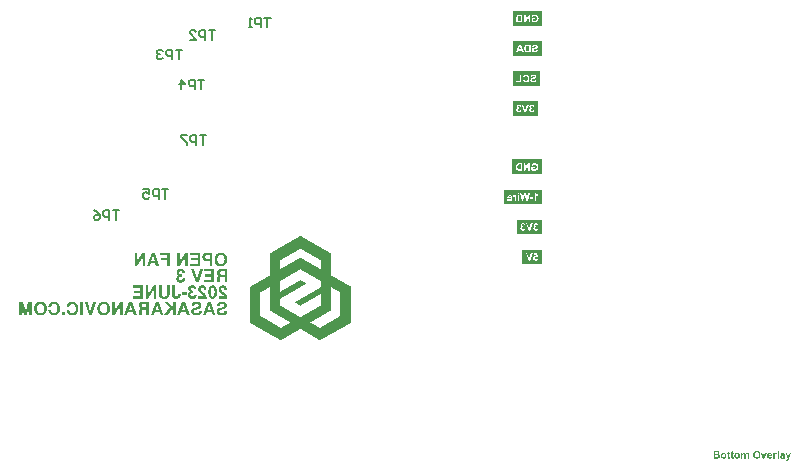
<source format=gbo>
G04*
G04 #@! TF.GenerationSoftware,Altium Limited,Altium Designer,23.3.1 (30)*
G04*
G04 Layer_Color=32896*
%FSLAX44Y44*%
%MOMM*%
G71*
G04*
G04 #@! TF.SameCoordinates,401C55F4-CDE4-4738-8E39-6C92FFCD4633*
G04*
G04*
G04 #@! TF.FilePolarity,Positive*
G04*
G01*
G75*
%ADD18C,0.1500*%
G36*
X-201427Y475045D02*
X-201442D01*
Y475030D01*
X-201473D01*
Y475014D01*
X-201503D01*
Y474999D01*
X-201519D01*
Y474984D01*
X-201549D01*
Y474968D01*
X-201580D01*
Y474953D01*
X-201595D01*
Y474938D01*
X-201626D01*
Y474922D01*
X-201657D01*
Y474907D01*
X-201688D01*
Y474892D01*
X-201703D01*
Y474876D01*
X-201733D01*
Y474861D01*
X-201764D01*
Y474846D01*
X-201780D01*
Y474830D01*
X-201826D01*
Y474815D01*
X-201841D01*
Y474800D01*
X-201872D01*
Y474784D01*
X-201902D01*
Y474769D01*
X-201918D01*
Y474753D01*
X-201948D01*
Y474738D01*
X-201979D01*
Y474723D01*
X-202010D01*
Y474707D01*
X-202025D01*
Y474692D01*
X-202056D01*
Y474677D01*
X-202086D01*
Y474661D01*
X-202102D01*
Y474646D01*
X-202148D01*
Y474631D01*
X-202163D01*
Y474615D01*
X-202194D01*
Y474600D01*
X-202209D01*
Y474585D01*
X-202240D01*
Y474569D01*
X-202271D01*
Y474554D01*
X-202286D01*
Y474539D01*
X-202332D01*
Y474523D01*
X-202347D01*
Y474508D01*
X-202378D01*
Y474493D01*
X-202409D01*
Y474477D01*
X-202424D01*
Y474462D01*
X-202455D01*
Y474447D01*
X-202470D01*
Y474431D01*
X-202516D01*
Y474416D01*
X-202531D01*
Y474401D01*
X-202562D01*
Y474385D01*
X-202593D01*
Y474370D01*
X-202608D01*
Y474355D01*
X-202639D01*
Y474339D01*
X-202669D01*
Y474324D01*
X-202700D01*
Y474309D01*
X-202731D01*
Y474293D01*
X-202746D01*
Y474278D01*
X-202777D01*
Y474263D01*
X-202792D01*
Y474247D01*
X-202838D01*
Y474232D01*
X-202854D01*
Y474216D01*
X-202884D01*
Y474201D01*
X-202915D01*
Y474186D01*
X-202930D01*
Y474170D01*
X-202961D01*
Y474155D01*
X-202976D01*
Y474140D01*
X-203022D01*
Y474124D01*
X-203038D01*
Y474109D01*
X-203053D01*
Y474094D01*
X-203099D01*
Y474078D01*
X-203114D01*
Y474063D01*
X-203145D01*
Y474048D01*
X-203176D01*
Y474032D01*
X-203191D01*
Y474017D01*
X-203222D01*
Y474002D01*
X-203253D01*
Y473986D01*
X-203283D01*
Y473971D01*
X-203298D01*
Y473956D01*
X-203329D01*
Y473940D01*
X-203360D01*
Y473925D01*
X-203375D01*
Y473910D01*
X-203421D01*
Y473894D01*
X-203437D01*
Y473879D01*
X-203467D01*
Y473864D01*
X-203498D01*
Y473848D01*
X-203513D01*
Y473833D01*
X-203544D01*
Y473818D01*
X-203559D01*
Y473802D01*
X-203605D01*
Y473787D01*
X-203621D01*
Y473772D01*
X-203651D01*
Y473756D01*
X-203682D01*
Y473741D01*
X-203697D01*
Y473726D01*
X-203728D01*
Y473710D01*
X-203759D01*
Y473695D01*
X-203789D01*
Y473680D01*
X-203805D01*
Y473664D01*
X-203836D01*
Y473649D01*
X-203866D01*
Y473633D01*
X-203881D01*
Y473618D01*
X-203927D01*
Y473603D01*
X-203943D01*
Y473587D01*
X-203974D01*
Y473572D01*
X-203989D01*
Y473557D01*
X-204020D01*
Y473541D01*
X-204050D01*
Y473526D01*
X-204066D01*
Y473511D01*
X-204112D01*
Y473495D01*
X-204127D01*
Y473480D01*
X-204158D01*
Y473465D01*
X-204188D01*
Y473449D01*
X-204204D01*
Y473434D01*
X-204234D01*
Y473419D01*
X-204265D01*
Y473403D01*
X-204296D01*
Y473388D01*
X-204311D01*
Y473373D01*
X-204342D01*
Y473357D01*
X-204373D01*
Y473342D01*
X-204388D01*
Y473327D01*
X-204419D01*
Y473311D01*
X-204449D01*
Y473296D01*
X-204464D01*
Y473281D01*
X-204510D01*
Y473265D01*
X-204526D01*
Y473250D01*
X-204557D01*
Y473235D01*
X-204572D01*
Y473219D01*
X-204603D01*
Y473204D01*
X-204633D01*
Y473189D01*
X-204664D01*
Y473173D01*
X-204695D01*
Y473158D01*
X-204710D01*
Y473143D01*
X-204741D01*
Y473127D01*
X-204771D01*
Y473112D01*
X-204787D01*
Y473097D01*
X-204817D01*
Y473081D01*
X-204848D01*
Y473066D01*
X-204879D01*
Y473050D01*
X-204894D01*
Y473035D01*
X-204925D01*
Y473020D01*
X-204956D01*
Y473004D01*
X-204971D01*
Y472989D01*
X-205017D01*
Y472974D01*
X-205032D01*
Y472958D01*
X-205063D01*
Y472943D01*
X-205078D01*
Y472928D01*
X-205109D01*
Y472912D01*
X-205140D01*
Y472897D01*
X-205155D01*
Y472882D01*
X-205201D01*
Y472866D01*
X-205216D01*
Y472851D01*
X-205247D01*
Y472836D01*
X-205278D01*
Y472820D01*
X-205293D01*
Y472805D01*
X-205324D01*
Y472790D01*
X-205354D01*
Y472774D01*
X-205385D01*
Y472759D01*
X-205400D01*
Y472744D01*
X-205431D01*
Y472728D01*
X-205462D01*
Y472713D01*
X-205477D01*
Y472698D01*
X-205523D01*
Y472682D01*
X-205539D01*
Y472667D01*
X-205569D01*
Y472652D01*
X-205585D01*
Y472636D01*
X-205615D01*
Y472621D01*
X-205646D01*
Y472606D01*
X-205661D01*
Y472590D01*
X-205707D01*
Y472575D01*
X-205723D01*
Y472560D01*
X-205753D01*
Y472544D01*
X-205769D01*
Y472529D01*
X-205799D01*
Y472514D01*
X-205830D01*
Y472498D01*
X-205845D01*
Y472483D01*
X-205891D01*
Y472467D01*
X-205907D01*
Y472452D01*
X-205937D01*
Y472437D01*
X-205968D01*
Y472421D01*
X-205983D01*
Y472406D01*
X-206014D01*
Y472391D01*
X-206045D01*
Y472375D01*
X-206075D01*
Y472360D01*
X-206106D01*
Y472345D01*
X-206122D01*
Y472329D01*
X-206152D01*
Y472314D01*
X-206168D01*
Y472299D01*
X-206198D01*
Y472283D01*
X-206229D01*
Y472268D01*
X-206244D01*
Y472253D01*
X-206290D01*
Y472237D01*
X-206306D01*
Y472222D01*
X-206336D01*
Y472207D01*
X-206367D01*
Y472191D01*
X-206382D01*
Y472176D01*
X-206413D01*
Y472161D01*
X-206428D01*
Y472145D01*
X-206474D01*
Y472130D01*
X-206490D01*
Y472115D01*
X-206520D01*
Y472099D01*
X-206551D01*
Y472084D01*
X-206566D01*
Y472069D01*
X-206612D01*
Y472053D01*
X-206628D01*
Y472038D01*
X-206658D01*
Y472023D01*
X-206674D01*
Y472007D01*
X-206705D01*
Y471992D01*
X-206735D01*
Y471977D01*
X-206751D01*
Y471961D01*
X-206797D01*
Y471946D01*
X-206812D01*
Y471931D01*
X-206843D01*
Y471915D01*
X-206873D01*
Y471900D01*
X-206889D01*
Y471884D01*
X-206919D01*
Y471869D01*
X-206935D01*
Y471854D01*
X-206981D01*
Y471838D01*
X-206996D01*
Y471823D01*
X-207027D01*
Y471808D01*
X-207057D01*
Y471792D01*
X-207073D01*
Y471777D01*
X-207103D01*
Y471762D01*
X-207134D01*
Y471746D01*
X-207165D01*
Y471731D01*
X-207180D01*
Y471716D01*
X-207211D01*
Y471700D01*
X-207241D01*
Y471685D01*
X-207257D01*
Y471670D01*
X-207303D01*
Y471654D01*
X-207318D01*
Y471639D01*
X-207349D01*
Y471624D01*
X-207380D01*
Y471608D01*
X-207395D01*
Y471593D01*
X-207426D01*
Y471578D01*
X-207441D01*
Y471562D01*
X-207487D01*
Y471547D01*
X-207502D01*
Y471532D01*
X-207533D01*
Y471516D01*
X-207564D01*
Y471501D01*
X-207579D01*
Y471486D01*
X-207610D01*
Y471470D01*
X-207640D01*
Y471455D01*
X-207656D01*
Y471440D01*
X-207687D01*
Y471424D01*
X-207717D01*
Y471409D01*
X-207748D01*
Y471394D01*
X-207763D01*
Y471378D01*
X-207794D01*
Y471363D01*
X-207825D01*
Y471348D01*
X-207840D01*
Y471332D01*
X-207886D01*
Y471317D01*
X-207901D01*
Y471301D01*
X-207932D01*
Y471286D01*
X-207963D01*
Y471271D01*
X-207978D01*
Y471255D01*
X-208009D01*
Y471240D01*
X-208024D01*
Y471225D01*
X-208070D01*
Y471209D01*
X-208085D01*
Y471194D01*
X-208116D01*
Y471179D01*
X-208147D01*
Y471163D01*
X-208162D01*
Y471148D01*
X-208193D01*
Y471133D01*
X-208223D01*
Y471117D01*
X-208254D01*
Y471102D01*
X-208270D01*
Y471087D01*
X-208300D01*
Y471071D01*
X-208331D01*
Y471056D01*
X-208346D01*
Y471041D01*
X-208392D01*
Y471025D01*
X-208408D01*
Y471010D01*
X-208438D01*
Y470995D01*
X-208454D01*
Y470979D01*
X-208484D01*
Y470964D01*
X-208515D01*
Y470949D01*
X-208530D01*
Y470933D01*
X-208576D01*
Y470918D01*
X-208592D01*
Y470902D01*
X-208622D01*
Y470887D01*
X-208653D01*
Y470872D01*
X-208668D01*
Y470857D01*
X-208699D01*
Y470841D01*
X-208730D01*
Y470826D01*
X-208745D01*
Y470811D01*
X-208776D01*
Y470795D01*
X-208806D01*
Y470780D01*
X-208837D01*
Y470765D01*
X-208853D01*
Y470749D01*
X-208883D01*
Y470734D01*
X-208914D01*
Y470718D01*
X-208944D01*
Y470703D01*
X-208975D01*
Y470688D01*
X-208991D01*
Y470672D01*
X-209021D01*
Y470657D01*
X-209037D01*
Y470642D01*
X-209067D01*
Y470626D01*
X-209098D01*
Y470611D01*
X-209113D01*
Y470596D01*
X-209159D01*
Y470580D01*
X-209175D01*
Y470565D01*
X-209205D01*
Y470550D01*
X-209236D01*
Y470534D01*
X-209251D01*
Y470519D01*
X-209282D01*
Y470504D01*
X-209313D01*
Y470488D01*
X-209343D01*
Y470473D01*
X-209359D01*
Y470458D01*
X-209389D01*
Y470442D01*
X-209420D01*
Y470427D01*
X-209436D01*
Y470412D01*
X-209482D01*
Y470396D01*
X-209497D01*
Y470381D01*
X-209528D01*
Y470366D01*
X-209543D01*
Y470350D01*
X-209574D01*
Y470335D01*
X-209604D01*
Y470320D01*
X-209620D01*
Y470304D01*
X-209666D01*
Y470289D01*
X-209681D01*
Y470274D01*
X-209712D01*
Y470258D01*
X-209742D01*
Y470243D01*
X-209758D01*
Y470228D01*
X-209788D01*
Y470212D01*
X-209804D01*
Y470197D01*
X-209850D01*
Y470181D01*
X-209865D01*
Y470166D01*
X-209896D01*
Y470151D01*
X-209926D01*
Y470135D01*
X-209942D01*
Y470120D01*
X-209988D01*
Y470105D01*
X-210003D01*
Y470089D01*
X-210034D01*
Y470074D01*
X-210049D01*
Y470059D01*
X-210080D01*
Y470043D01*
X-210111D01*
Y470028D01*
X-210126D01*
Y470013D01*
X-210172D01*
Y469997D01*
X-210187D01*
Y469982D01*
X-210218D01*
Y469967D01*
X-210249D01*
Y469951D01*
X-210264D01*
Y469936D01*
X-210295D01*
Y469921D01*
X-210310D01*
Y469905D01*
X-210356D01*
Y469890D01*
X-210371D01*
Y469875D01*
X-210402D01*
Y469859D01*
X-210433D01*
Y469844D01*
X-210448D01*
Y469828D01*
X-210479D01*
Y469813D01*
X-210509D01*
Y469798D01*
X-210525D01*
Y469782D01*
X-210555D01*
Y469767D01*
X-210586D01*
Y469752D01*
X-210617D01*
Y469737D01*
X-210632D01*
Y469721D01*
X-210663D01*
Y469706D01*
X-210694D01*
Y469691D01*
X-210709D01*
Y469675D01*
X-210755D01*
Y469660D01*
X-210770D01*
Y469645D01*
X-210801D01*
Y469629D01*
X-210832D01*
Y469614D01*
X-210847D01*
Y469598D01*
X-210878D01*
Y469583D01*
X-210893D01*
Y469568D01*
X-210939D01*
Y469552D01*
X-210954D01*
Y469537D01*
X-210985D01*
Y469522D01*
X-211016D01*
Y469506D01*
X-211031D01*
Y469491D01*
X-211077D01*
Y469476D01*
X-211092D01*
Y469460D01*
X-211123D01*
Y469445D01*
X-211138D01*
Y469430D01*
X-211169D01*
Y469414D01*
X-211200D01*
Y469399D01*
X-211215D01*
Y469384D01*
X-211261D01*
Y469368D01*
X-211277D01*
Y469353D01*
X-211307D01*
Y469338D01*
X-211338D01*
Y469322D01*
X-211353D01*
Y469307D01*
X-211384D01*
Y469292D01*
X-211415D01*
Y469276D01*
X-211445D01*
Y469261D01*
X-211461D01*
Y469245D01*
X-211491D01*
Y469230D01*
X-211522D01*
Y469215D01*
X-211537D01*
Y469199D01*
X-211568D01*
Y469184D01*
X-211599D01*
Y469169D01*
X-211630D01*
Y469154D01*
X-211645D01*
Y469138D01*
X-211675D01*
Y469123D01*
X-211706D01*
Y469107D01*
X-211721D01*
Y469092D01*
X-211752D01*
Y469077D01*
X-211783D01*
Y469061D01*
X-211814D01*
Y469046D01*
X-211844D01*
Y469031D01*
X-211860D01*
Y469015D01*
X-211890D01*
Y469000D01*
X-211906D01*
Y468985D01*
X-211936D01*
Y468969D01*
X-211967D01*
Y468954D01*
X-211998D01*
Y468939D01*
X-212028D01*
Y468923D01*
X-212044D01*
Y468908D01*
X-212074D01*
Y468893D01*
X-212105D01*
Y468877D01*
X-212120D01*
Y468862D01*
X-212151D01*
Y468847D01*
X-212182D01*
Y468831D01*
X-212213D01*
Y468816D01*
X-212228D01*
Y468801D01*
X-212259D01*
Y468785D01*
X-212289D01*
Y468770D01*
X-212305D01*
Y468755D01*
X-212351D01*
Y468739D01*
X-212366D01*
Y468724D01*
X-212397D01*
Y468708D01*
X-212412D01*
Y468693D01*
X-212443D01*
Y468678D01*
X-212473D01*
Y468662D01*
X-212489D01*
Y468647D01*
X-212535D01*
Y468632D01*
X-212550D01*
Y468616D01*
X-212581D01*
Y468601D01*
X-212611D01*
Y468586D01*
X-212627D01*
Y468571D01*
X-212658D01*
Y468555D01*
X-212673D01*
Y468540D01*
X-212719D01*
Y468524D01*
X-212734D01*
Y468509D01*
X-212765D01*
Y468494D01*
X-212796D01*
Y468478D01*
X-212811D01*
Y468463D01*
X-212857D01*
Y468448D01*
X-212872D01*
Y468432D01*
X-212903D01*
Y468417D01*
X-212918D01*
Y468402D01*
X-212949D01*
Y468386D01*
X-212980D01*
Y468371D01*
X-212995D01*
Y468356D01*
X-213041D01*
Y468340D01*
X-213056D01*
Y468325D01*
X-213087D01*
Y468310D01*
X-213118D01*
Y468294D01*
X-213133D01*
Y468279D01*
X-213164D01*
Y468264D01*
X-213194D01*
Y468248D01*
X-213225D01*
Y468233D01*
X-213241D01*
Y468218D01*
X-213271D01*
Y468202D01*
X-213302D01*
Y468187D01*
X-213317D01*
Y468172D01*
X-213348D01*
Y468156D01*
X-213379D01*
Y468141D01*
X-213394D01*
Y468125D01*
X-213440D01*
Y468110D01*
X-213455D01*
Y468095D01*
X-213486D01*
Y468079D01*
X-213501D01*
Y468064D01*
X-213547D01*
Y468049D01*
X-213563D01*
Y468033D01*
X-213578D01*
Y468018D01*
X-213624D01*
Y468003D01*
X-213639D01*
Y467988D01*
X-213670D01*
Y467972D01*
X-213701D01*
Y467957D01*
X-213716D01*
Y467941D01*
X-213747D01*
Y467926D01*
X-213762D01*
Y467911D01*
X-213808D01*
Y467895D01*
X-213824D01*
Y467880D01*
X-213854D01*
Y467865D01*
X-213885D01*
Y467849D01*
X-213900D01*
Y467834D01*
X-213946D01*
Y467819D01*
X-213962D01*
Y467803D01*
X-213992D01*
Y467788D01*
X-214008D01*
Y467773D01*
X-214038D01*
Y467757D01*
X-214069D01*
Y467742D01*
X-214084D01*
Y467727D01*
X-214130D01*
Y467711D01*
X-214146D01*
Y467696D01*
X-214176D01*
Y467681D01*
X-214207D01*
Y467665D01*
X-214222D01*
Y467650D01*
X-214253D01*
Y467635D01*
X-214268D01*
Y467619D01*
X-214314D01*
Y467604D01*
X-214330D01*
Y467589D01*
X-214361D01*
Y467573D01*
X-214391D01*
Y467558D01*
X-214407D01*
Y467542D01*
X-214437D01*
Y467527D01*
X-214468D01*
Y467512D01*
X-214499D01*
Y467496D01*
X-214514D01*
Y467481D01*
X-214545D01*
Y467466D01*
X-214575D01*
Y467450D01*
X-214591D01*
Y467435D01*
X-214637D01*
Y467420D01*
X-214652D01*
Y467404D01*
X-214683D01*
Y467389D01*
X-214713D01*
Y467374D01*
X-214729D01*
Y467358D01*
X-214759D01*
Y467343D01*
X-214790D01*
Y467328D01*
X-214821D01*
Y467312D01*
X-214836D01*
Y467297D01*
X-214867D01*
Y467282D01*
X-214897D01*
Y467266D01*
X-214913D01*
Y467251D01*
X-214944D01*
Y467236D01*
X-214974D01*
Y467220D01*
X-215005D01*
Y467205D01*
X-215020D01*
Y467190D01*
X-215051D01*
Y467174D01*
X-215082D01*
Y467159D01*
X-215097D01*
Y467144D01*
X-215128D01*
Y467128D01*
X-215158D01*
Y467113D01*
X-215174D01*
Y467098D01*
X-215220D01*
Y467082D01*
X-215235D01*
Y467067D01*
X-215266D01*
Y467052D01*
X-215296D01*
Y467036D01*
X-215312D01*
Y467021D01*
X-215342D01*
Y467006D01*
X-215373D01*
Y466990D01*
X-215404D01*
Y466975D01*
X-215419D01*
Y466959D01*
X-215450D01*
Y466944D01*
X-215480D01*
Y466929D01*
X-215496D01*
Y466913D01*
X-215527D01*
Y466898D01*
X-215542D01*
Y466883D01*
X-215588D01*
Y466867D01*
X-215603D01*
Y466852D01*
X-215634D01*
Y466837D01*
X-215665D01*
Y466821D01*
X-215680D01*
Y466806D01*
X-215726D01*
Y466791D01*
X-215741D01*
Y466775D01*
X-215772D01*
Y466760D01*
X-215787D01*
Y466745D01*
X-215818D01*
Y466729D01*
X-215849D01*
Y466714D01*
X-215879D01*
Y466699D01*
X-215910D01*
Y466683D01*
X-215925D01*
Y466668D01*
X-215956D01*
Y466653D01*
X-215987D01*
Y466637D01*
X-216002D01*
Y466622D01*
X-216033D01*
Y466607D01*
X-216063D01*
Y466591D01*
X-216094D01*
Y466576D01*
X-216110D01*
Y466561D01*
X-216140D01*
Y466545D01*
X-216171D01*
Y466530D01*
X-216186D01*
Y466515D01*
X-216217D01*
Y466499D01*
X-216248D01*
Y466484D01*
X-216278D01*
Y466469D01*
X-216309D01*
Y466453D01*
X-216324D01*
Y466438D01*
X-216355D01*
Y466423D01*
X-216370D01*
Y466407D01*
X-216401D01*
Y466392D01*
X-216432D01*
Y466376D01*
X-216462D01*
Y466361D01*
X-216493D01*
Y466346D01*
X-216509D01*
Y466330D01*
X-216539D01*
Y466315D01*
X-216570D01*
Y466300D01*
X-216585D01*
Y466284D01*
X-216616D01*
Y466269D01*
X-216646D01*
Y466254D01*
X-216677D01*
Y466238D01*
X-216693D01*
Y466223D01*
X-216723D01*
Y466208D01*
X-216754D01*
Y466192D01*
X-216769D01*
Y466177D01*
X-216815D01*
Y466162D01*
X-216831D01*
Y466146D01*
X-216861D01*
Y466131D01*
X-216877D01*
Y466116D01*
X-216907D01*
Y466100D01*
X-216938D01*
Y466085D01*
X-216953D01*
Y466070D01*
X-216999D01*
Y466054D01*
X-217015D01*
Y466039D01*
X-217045D01*
Y466024D01*
X-217076D01*
Y466008D01*
X-217092D01*
Y465993D01*
X-217122D01*
Y465978D01*
X-217138D01*
Y465962D01*
X-217183D01*
Y465947D01*
X-217199D01*
Y465932D01*
X-217229D01*
Y465916D01*
X-217260D01*
Y465901D01*
X-217276D01*
Y465886D01*
X-217306D01*
Y465870D01*
X-217337D01*
Y465855D01*
X-217368D01*
Y465840D01*
X-217383D01*
Y465824D01*
X-217414D01*
Y465809D01*
X-217444D01*
Y465793D01*
X-217460D01*
Y465778D01*
X-217506D01*
Y465763D01*
X-217521D01*
Y465747D01*
X-217552D01*
Y465732D01*
X-217582D01*
Y465717D01*
X-217598D01*
Y465701D01*
X-217628D01*
Y465686D01*
X-217659D01*
Y465671D01*
X-217690D01*
Y465655D01*
X-217705D01*
Y465640D01*
X-217736D01*
Y465625D01*
X-217766D01*
Y465609D01*
X-217782D01*
Y465594D01*
X-217813D01*
Y465579D01*
X-217843D01*
Y465563D01*
X-217874D01*
Y465548D01*
X-217905D01*
Y465533D01*
X-217920D01*
Y465517D01*
X-217951D01*
Y465502D01*
X-217966D01*
Y465487D01*
X-218012D01*
Y465471D01*
X-218027D01*
Y465456D01*
X-218043D01*
Y465441D01*
X-218089D01*
Y465425D01*
X-218104D01*
Y465410D01*
X-218135D01*
Y465395D01*
X-218165D01*
Y465379D01*
X-218181D01*
Y465364D01*
X-218211D01*
Y465349D01*
X-218227D01*
Y465333D01*
X-218273D01*
Y465318D01*
X-218288D01*
Y465303D01*
X-218319D01*
Y465287D01*
X-218350D01*
Y465272D01*
X-218365D01*
Y465257D01*
X-218396D01*
Y465241D01*
X-218426D01*
Y465226D01*
X-218457D01*
Y465210D01*
X-218472D01*
Y465195D01*
X-218503D01*
Y465180D01*
X-218534D01*
Y465164D01*
X-218564D01*
Y465149D01*
X-218595D01*
Y465134D01*
X-218610D01*
Y465118D01*
X-218641D01*
Y465103D01*
X-218672D01*
Y465088D01*
X-218687D01*
Y465072D01*
X-218718D01*
Y465057D01*
X-218733D01*
Y465042D01*
X-218779D01*
Y465026D01*
X-218794D01*
Y465011D01*
X-218825D01*
Y464996D01*
X-218856D01*
Y464980D01*
X-218871D01*
Y464965D01*
X-218902D01*
Y464950D01*
X-218933D01*
Y464934D01*
X-218963D01*
Y464919D01*
X-218979D01*
Y464904D01*
X-219009D01*
Y464888D01*
X-219040D01*
Y464873D01*
X-219055D01*
Y464858D01*
X-219086D01*
Y464842D01*
X-219117D01*
Y464827D01*
X-219147D01*
Y464812D01*
X-219178D01*
Y464796D01*
X-219193D01*
Y464781D01*
X-219224D01*
Y464766D01*
X-219239D01*
Y464750D01*
X-219286D01*
Y464735D01*
X-219301D01*
Y464720D01*
X-219331D01*
Y464704D01*
X-219362D01*
Y464689D01*
X-219377D01*
Y464673D01*
X-219408D01*
Y464658D01*
X-219439D01*
Y464643D01*
X-219470D01*
Y464627D01*
X-219485D01*
Y464612D01*
X-219516D01*
Y464597D01*
X-219546D01*
Y464581D01*
X-219562D01*
Y464566D01*
X-219592D01*
Y464551D01*
X-219623D01*
Y464535D01*
X-219654D01*
Y464520D01*
X-219684D01*
Y464505D01*
X-219700D01*
Y464489D01*
X-219730D01*
Y464474D01*
X-219746D01*
Y464459D01*
X-219776D01*
Y464443D01*
X-219807D01*
Y464428D01*
X-219822D01*
Y464413D01*
X-219869D01*
Y464397D01*
X-219884D01*
Y464382D01*
X-219914D01*
Y464367D01*
X-219945D01*
Y464351D01*
X-219960D01*
Y464336D01*
X-219991D01*
Y464321D01*
X-220022D01*
Y464305D01*
X-220053D01*
Y464290D01*
X-220068D01*
Y464274D01*
X-220099D01*
Y464259D01*
X-220129D01*
Y464244D01*
X-220145D01*
Y464229D01*
X-220191D01*
Y464213D01*
X-220206D01*
Y464198D01*
X-220237D01*
Y464183D01*
X-220252D01*
Y464167D01*
X-220283D01*
Y464152D01*
X-220313D01*
Y464137D01*
X-220329D01*
Y464121D01*
X-220375D01*
Y464106D01*
X-220390D01*
Y464090D01*
X-220421D01*
Y464075D01*
X-220452D01*
Y464060D01*
X-220467D01*
Y464044D01*
X-220497D01*
Y464029D01*
X-220528D01*
Y464014D01*
X-220559D01*
Y463998D01*
X-220590D01*
Y463983D01*
X-220605D01*
Y463968D01*
X-220636D01*
Y463952D01*
X-220651D01*
Y463937D01*
X-220697D01*
Y463922D01*
X-220712D01*
Y463906D01*
X-220743D01*
Y463891D01*
X-220774D01*
Y463876D01*
X-220789D01*
Y463860D01*
X-220820D01*
Y463845D01*
X-220850D01*
Y463830D01*
X-220866D01*
Y463814D01*
X-220896D01*
Y463799D01*
X-220927D01*
Y463784D01*
X-220958D01*
Y463768D01*
X-220973D01*
Y463753D01*
X-221004D01*
Y463738D01*
X-221035D01*
Y463722D01*
X-221065D01*
Y463707D01*
X-221080D01*
Y463691D01*
X-221111D01*
Y463676D01*
X-221142D01*
Y463661D01*
X-221157D01*
Y463646D01*
X-221188D01*
Y463630D01*
X-221219D01*
Y463615D01*
X-221234D01*
Y463600D01*
X-221280D01*
Y463584D01*
X-221295D01*
Y463569D01*
X-221326D01*
Y463553D01*
X-221341D01*
Y463538D01*
X-221372D01*
Y463523D01*
X-221403D01*
Y463507D01*
X-221418D01*
Y463492D01*
X-221464D01*
Y463477D01*
X-221479D01*
Y463461D01*
X-221510D01*
Y463446D01*
X-221541D01*
Y463431D01*
X-221556D01*
Y463415D01*
X-221587D01*
Y463400D01*
X-221602D01*
Y463385D01*
X-221648D01*
Y463369D01*
X-221664D01*
Y463354D01*
X-221694D01*
Y463339D01*
X-221725D01*
Y463323D01*
X-221740D01*
Y463308D01*
X-221786D01*
Y463293D01*
X-221802D01*
Y463277D01*
X-221832D01*
Y463262D01*
X-221848D01*
Y463247D01*
X-221878D01*
Y463231D01*
X-221909D01*
Y463216D01*
X-221924D01*
Y463201D01*
X-221970D01*
Y463185D01*
X-221986D01*
Y463170D01*
X-222016D01*
Y463154D01*
X-222047D01*
Y463139D01*
X-222062D01*
Y463124D01*
X-222093D01*
Y463108D01*
X-222124D01*
Y463093D01*
X-222155D01*
Y463078D01*
X-222170D01*
Y463063D01*
X-222201D01*
Y463047D01*
X-222231D01*
Y463032D01*
X-222247D01*
Y463016D01*
X-222277D01*
Y463001D01*
X-222308D01*
Y462986D01*
X-222339D01*
Y462970D01*
X-222369D01*
Y462955D01*
X-222385D01*
Y462940D01*
X-222415D01*
Y462924D01*
X-222431D01*
Y462909D01*
X-222461D01*
Y462894D01*
X-222492D01*
Y462878D01*
X-222523D01*
Y462863D01*
X-222553D01*
Y462848D01*
X-222569D01*
Y462832D01*
X-222600D01*
Y462817D01*
X-222630D01*
Y462802D01*
X-222645D01*
Y462786D01*
X-222676D01*
Y462771D01*
X-222691D01*
Y462756D01*
X-222738D01*
Y462740D01*
X-222753D01*
Y462725D01*
X-222784D01*
Y462710D01*
X-222814D01*
Y462694D01*
X-222830D01*
Y462679D01*
X-222860D01*
Y462664D01*
X-222891D01*
Y462648D01*
X-222922D01*
Y462633D01*
X-222937D01*
Y462617D01*
X-222968D01*
Y462602D01*
X-222998D01*
Y462587D01*
X-223014D01*
Y462571D01*
X-223060D01*
Y462556D01*
X-223075D01*
Y462541D01*
X-223106D01*
Y462525D01*
X-223136D01*
Y462510D01*
X-223152D01*
Y462495D01*
X-223183D01*
Y462480D01*
X-223213D01*
Y462464D01*
X-223244D01*
Y462449D01*
X-223259D01*
Y462433D01*
X-223290D01*
Y462418D01*
X-223321D01*
Y462403D01*
X-223336D01*
Y462387D01*
X-223367D01*
Y462372D01*
X-223397D01*
Y462357D01*
X-223428D01*
Y462341D01*
X-223443D01*
Y462326D01*
X-223474D01*
Y462311D01*
X-223505D01*
Y462295D01*
X-223520D01*
Y462280D01*
X-223566D01*
Y462265D01*
X-223581D01*
Y462249D01*
X-223612D01*
Y462234D01*
X-223627D01*
Y462219D01*
X-223658D01*
Y462203D01*
X-223689D01*
Y462188D01*
X-223704D01*
Y462173D01*
X-223735D01*
Y462157D01*
X-223766D01*
Y462142D01*
X-223796D01*
Y462127D01*
X-223827D01*
Y462111D01*
X-223842D01*
Y462096D01*
X-223873D01*
Y462081D01*
X-223904D01*
Y462065D01*
X-223934D01*
Y462050D01*
X-223950D01*
Y462034D01*
X-223980D01*
Y462019D01*
X-224011D01*
Y462004D01*
X-224026D01*
Y461988D01*
X-224057D01*
Y461973D01*
X-224088D01*
Y461958D01*
X-224103D01*
Y461942D01*
X-224149D01*
Y461927D01*
X-224164D01*
Y461912D01*
X-224195D01*
Y461896D01*
X-224210D01*
Y461881D01*
X-224241D01*
Y461866D01*
X-224272D01*
Y461850D01*
X-224287D01*
Y461835D01*
X-224333D01*
Y461820D01*
X-224349D01*
Y461804D01*
X-224379D01*
Y461789D01*
X-224410D01*
Y461774D01*
X-224425D01*
Y461758D01*
X-224456D01*
Y461743D01*
X-224487D01*
Y461728D01*
X-224517D01*
Y461712D01*
X-224533D01*
Y461697D01*
X-224563D01*
Y461682D01*
X-224594D01*
Y461666D01*
X-224609D01*
Y461651D01*
X-224655D01*
Y461636D01*
X-224671D01*
Y461620D01*
X-224701D01*
Y461605D01*
X-224732D01*
Y461590D01*
X-224747D01*
Y461574D01*
X-224778D01*
Y461559D01*
X-224793D01*
Y461544D01*
X-224839D01*
Y461528D01*
X-224855D01*
Y461513D01*
X-224886D01*
Y461497D01*
X-224916D01*
Y461482D01*
X-224932D01*
Y461467D01*
X-224962D01*
Y461451D01*
X-224993D01*
Y461436D01*
X-225024D01*
Y461421D01*
X-225039D01*
Y461405D01*
X-225070D01*
Y461390D01*
X-225100D01*
Y461375D01*
X-225116D01*
Y461359D01*
X-225162D01*
Y461344D01*
X-225177D01*
Y461329D01*
X-225208D01*
Y461313D01*
X-225238D01*
Y461298D01*
X-225254D01*
Y461283D01*
X-225284D01*
Y461267D01*
X-225300D01*
Y461252D01*
X-225346D01*
Y461237D01*
X-225361D01*
Y461221D01*
X-225376D01*
Y461206D01*
X-225422D01*
Y461191D01*
X-225438D01*
Y461175D01*
X-225469D01*
Y461160D01*
X-225499D01*
Y461145D01*
X-225515D01*
Y461129D01*
X-225545D01*
Y461114D01*
X-225576D01*
Y461099D01*
X-225607D01*
Y461083D01*
X-225622D01*
Y461068D01*
X-225653D01*
Y461053D01*
X-225683D01*
Y461037D01*
X-225714D01*
Y461022D01*
X-225745D01*
Y461007D01*
X-225760D01*
Y460991D01*
X-225791D01*
Y460976D01*
X-225821D01*
Y460961D01*
X-225837D01*
Y460945D01*
X-225867D01*
Y460930D01*
X-225883D01*
Y460914D01*
X-225929D01*
Y460899D01*
X-225944D01*
Y460884D01*
X-225975D01*
Y460868D01*
X-226005D01*
Y460853D01*
X-226021D01*
Y460838D01*
X-226052D01*
Y460822D01*
X-226082D01*
Y460807D01*
X-226113D01*
Y460792D01*
X-226128D01*
Y460776D01*
X-226159D01*
Y460761D01*
X-226190D01*
Y460746D01*
X-226205D01*
Y460730D01*
X-226236D01*
Y460715D01*
X-226266D01*
Y460700D01*
X-226297D01*
Y460684D01*
X-226312D01*
Y460669D01*
X-226343D01*
Y460654D01*
X-226374D01*
Y460638D01*
X-226389D01*
Y460623D01*
X-226435D01*
Y460608D01*
X-226450D01*
Y460592D01*
X-226481D01*
Y460577D01*
X-226512D01*
Y460562D01*
X-226527D01*
Y460546D01*
X-226558D01*
Y460531D01*
X-226588D01*
Y460516D01*
X-226619D01*
Y460500D01*
X-226635D01*
Y460485D01*
X-226665D01*
Y460470D01*
X-226696D01*
Y460454D01*
X-226711D01*
Y460439D01*
X-226757D01*
Y460424D01*
X-226773D01*
Y460408D01*
X-226803D01*
Y460393D01*
X-226834D01*
Y460378D01*
X-226849D01*
Y460362D01*
X-226880D01*
Y460347D01*
X-226895D01*
Y460331D01*
X-226926D01*
Y460316D01*
X-226957D01*
Y460301D01*
X-226972D01*
Y460285D01*
X-227018D01*
Y460270D01*
X-227034D01*
Y460255D01*
X-227064D01*
Y460239D01*
X-227080D01*
Y460224D01*
X-227110D01*
Y460209D01*
X-227141D01*
Y460193D01*
X-227172D01*
Y460178D01*
X-227202D01*
Y460163D01*
X-227218D01*
Y460147D01*
X-227248D01*
Y460132D01*
X-227264D01*
Y441460D01*
X-227279D01*
Y441445D01*
X-227310D01*
Y441429D01*
X-227340D01*
Y441414D01*
X-227356D01*
Y441399D01*
X-227402D01*
Y441383D01*
X-227417D01*
Y441368D01*
X-227448D01*
Y441353D01*
X-227463D01*
Y441337D01*
X-227494D01*
Y441322D01*
X-227524D01*
Y441307D01*
X-227555D01*
Y441291D01*
X-227586D01*
Y441276D01*
X-227601D01*
Y441261D01*
X-227632D01*
Y441245D01*
X-227663D01*
Y441230D01*
X-227678D01*
Y441215D01*
X-227724D01*
Y441199D01*
X-227739D01*
Y441184D01*
X-227770D01*
Y441169D01*
X-227801D01*
Y441153D01*
X-227816D01*
Y441138D01*
X-227862D01*
Y441123D01*
X-227877D01*
Y441107D01*
X-227908D01*
Y441092D01*
X-227923D01*
Y441077D01*
X-227954D01*
Y441061D01*
X-227985D01*
Y441046D01*
X-228015D01*
Y441031D01*
X-228046D01*
Y441015D01*
X-228061D01*
Y441000D01*
X-228092D01*
Y440984D01*
X-228123D01*
Y440969D01*
X-228138D01*
Y440954D01*
X-228184D01*
Y440938D01*
X-228200D01*
Y440923D01*
X-228230D01*
Y440908D01*
X-228246D01*
Y440892D01*
X-228292D01*
Y440877D01*
X-228307D01*
Y440862D01*
X-228338D01*
Y440846D01*
X-228368D01*
Y440831D01*
X-228384D01*
Y440816D01*
X-228430D01*
Y440800D01*
X-228445D01*
Y440785D01*
X-228460D01*
Y440770D01*
X-228491D01*
Y440754D01*
X-228522D01*
Y440739D01*
X-228552D01*
Y440724D01*
X-228568D01*
Y440708D01*
X-228614D01*
Y440693D01*
X-228629D01*
Y440678D01*
X-228660D01*
Y440662D01*
X-228690D01*
Y440647D01*
X-228706D01*
Y440632D01*
X-228752D01*
Y440616D01*
X-228767D01*
Y440601D01*
X-228798D01*
Y440586D01*
X-228829D01*
Y440570D01*
X-228844D01*
Y440555D01*
X-228875D01*
Y440540D01*
X-228890D01*
Y440524D01*
X-228936D01*
Y440509D01*
X-228951D01*
Y440494D01*
X-228982D01*
Y440478D01*
X-229013D01*
Y440463D01*
X-229028D01*
Y440448D01*
X-229074D01*
Y440432D01*
X-229089D01*
Y440417D01*
X-229120D01*
Y440401D01*
X-229151D01*
Y440386D01*
X-229166D01*
Y440371D01*
X-229197D01*
Y440355D01*
X-229228D01*
Y440340D01*
X-229258D01*
Y440325D01*
X-229273D01*
Y440309D01*
X-229304D01*
Y440294D01*
X-229335D01*
Y440279D01*
X-229350D01*
Y440263D01*
X-229396D01*
Y440248D01*
X-229412D01*
Y440233D01*
X-229442D01*
Y440217D01*
X-229473D01*
Y440202D01*
X-229488D01*
Y440187D01*
X-229519D01*
Y440171D01*
X-229550D01*
Y440156D01*
X-229580D01*
Y440141D01*
X-229596D01*
Y440125D01*
X-229626D01*
Y440110D01*
X-229657D01*
Y440095D01*
X-229672D01*
Y440079D01*
X-229703D01*
Y440064D01*
X-229734D01*
Y440049D01*
X-229764D01*
Y440033D01*
X-229795D01*
Y440018D01*
X-229811D01*
Y440003D01*
X-229841D01*
Y439987D01*
X-229872D01*
Y439972D01*
X-229902D01*
Y439957D01*
X-229918D01*
Y439941D01*
X-229949D01*
Y439926D01*
X-229979D01*
Y439911D01*
X-229995D01*
Y439895D01*
X-230041D01*
Y439880D01*
X-230056D01*
Y439865D01*
X-230087D01*
Y439849D01*
X-230117D01*
Y439834D01*
X-230133D01*
Y439818D01*
X-230179D01*
Y439803D01*
X-230194D01*
Y439788D01*
X-230225D01*
Y439772D01*
X-230255D01*
Y439757D01*
X-230271D01*
Y439742D01*
X-230301D01*
Y439726D01*
X-230317D01*
Y439711D01*
X-230363D01*
Y439696D01*
X-230378D01*
Y439680D01*
X-230409D01*
Y439665D01*
X-230439D01*
Y439650D01*
X-230455D01*
Y439634D01*
X-230501D01*
Y439619D01*
X-230516D01*
Y439604D01*
X-230547D01*
Y439588D01*
X-230578D01*
Y439573D01*
X-230593D01*
Y439558D01*
X-230624D01*
Y439542D01*
X-230639D01*
Y439527D01*
X-230685D01*
Y439512D01*
X-230700D01*
Y439496D01*
X-230731D01*
Y439481D01*
X-230762D01*
Y439466D01*
X-230777D01*
Y439450D01*
X-230823D01*
Y439435D01*
X-230838D01*
Y439420D01*
X-230869D01*
Y439404D01*
X-230900D01*
Y439389D01*
X-230915D01*
Y439374D01*
X-230946D01*
Y439358D01*
X-230977D01*
Y439343D01*
X-231007D01*
Y439328D01*
X-231022D01*
Y439312D01*
X-231053D01*
Y439297D01*
X-231084D01*
Y439282D01*
X-231099D01*
Y439266D01*
X-231145D01*
Y439251D01*
X-231161D01*
Y439235D01*
X-231191D01*
Y439220D01*
X-231222D01*
Y439205D01*
X-231237D01*
Y439189D01*
X-231268D01*
Y439174D01*
X-231283D01*
Y439159D01*
X-231329D01*
Y439143D01*
X-231345D01*
Y439128D01*
X-231375D01*
Y439113D01*
X-231406D01*
Y439097D01*
X-231421D01*
Y439082D01*
X-231467D01*
Y439067D01*
X-231483D01*
Y439051D01*
X-231514D01*
Y439036D01*
X-231544D01*
Y439021D01*
X-231560D01*
Y439005D01*
X-231606D01*
Y438990D01*
X-231621D01*
Y438975D01*
X-231652D01*
Y438959D01*
X-231682D01*
Y438944D01*
X-231698D01*
Y438929D01*
X-231728D01*
Y438913D01*
X-231759D01*
Y438898D01*
X-231790D01*
Y438883D01*
X-231805D01*
Y438867D01*
X-231836D01*
Y438852D01*
X-231866D01*
Y438837D01*
X-231882D01*
Y438821D01*
X-231928D01*
Y438806D01*
X-231943D01*
Y438791D01*
X-231974D01*
Y438775D01*
X-232005D01*
Y438760D01*
X-232020D01*
Y438745D01*
X-232050D01*
Y438729D01*
X-232066D01*
Y438714D01*
X-232112D01*
Y438698D01*
X-232127D01*
Y438683D01*
X-232158D01*
Y438668D01*
X-232189D01*
Y438652D01*
X-232204D01*
Y438637D01*
X-232250D01*
Y438622D01*
X-232265D01*
Y438606D01*
X-232296D01*
Y438591D01*
X-232311D01*
Y438576D01*
X-232342D01*
Y438560D01*
X-232373D01*
Y438545D01*
X-232403D01*
Y438530D01*
X-232434D01*
Y438514D01*
X-232449D01*
Y438499D01*
X-232480D01*
Y438484D01*
X-232511D01*
Y438468D01*
X-232541D01*
Y438453D01*
X-232572D01*
Y438438D01*
X-232588D01*
Y438422D01*
X-232618D01*
Y438407D01*
X-232649D01*
Y438392D01*
X-232664D01*
Y438376D01*
X-232695D01*
Y438361D01*
X-232726D01*
Y438346D01*
X-232756D01*
Y438330D01*
X-232772D01*
Y438315D01*
X-232802D01*
Y438299D01*
X-232833D01*
Y438284D01*
X-232864D01*
Y438269D01*
X-232894D01*
Y438254D01*
X-232910D01*
Y438238D01*
X-232940D01*
Y438223D01*
X-232971D01*
Y438208D01*
X-232986D01*
Y438192D01*
X-233017D01*
Y438177D01*
X-233048D01*
Y438162D01*
X-233078D01*
Y438146D01*
X-233094D01*
Y438131D01*
X-233125D01*
Y438115D01*
X-233155D01*
Y438100D01*
X-233186D01*
Y438085D01*
X-233216D01*
Y438069D01*
X-233232D01*
Y438054D01*
X-233263D01*
Y438039D01*
X-233293D01*
Y438023D01*
X-233324D01*
Y438008D01*
X-233355D01*
Y437993D01*
X-233370D01*
Y437977D01*
X-233401D01*
Y437962D01*
X-233416D01*
Y437947D01*
X-233462D01*
Y437931D01*
X-233477D01*
Y437916D01*
X-233508D01*
Y437901D01*
X-233539D01*
Y437885D01*
X-233554D01*
Y437870D01*
X-233600D01*
Y437855D01*
X-233615D01*
Y437839D01*
X-233631D01*
Y437824D01*
X-233677D01*
Y437809D01*
X-233692D01*
Y437793D01*
X-233723D01*
Y437778D01*
X-233738D01*
Y437762D01*
X-233784D01*
Y437747D01*
X-233800D01*
Y437732D01*
X-233830D01*
Y437716D01*
X-233861D01*
Y437701D01*
X-233876D01*
Y437686D01*
X-233922D01*
Y437671D01*
X-233938D01*
Y437655D01*
X-233968D01*
Y437640D01*
X-233999D01*
Y437625D01*
X-234014D01*
Y437609D01*
X-234045D01*
Y437594D01*
X-234076D01*
Y437578D01*
X-234106D01*
Y437563D01*
X-234122D01*
Y437548D01*
X-234152D01*
Y437532D01*
X-234183D01*
Y437517D01*
X-234198D01*
Y437502D01*
X-234244D01*
Y437486D01*
X-234260D01*
Y437471D01*
X-234291D01*
Y437456D01*
X-234321D01*
Y437440D01*
X-234336D01*
Y437425D01*
X-234367D01*
Y437410D01*
X-234398D01*
Y437394D01*
X-234429D01*
Y437379D01*
X-234444D01*
Y437364D01*
X-234475D01*
Y437348D01*
X-234505D01*
Y437333D01*
X-234521D01*
Y437318D01*
X-234567D01*
Y437302D01*
X-234582D01*
Y437287D01*
X-234613D01*
Y437272D01*
X-234643D01*
Y437256D01*
X-234659D01*
Y437241D01*
X-234689D01*
Y437226D01*
X-234720D01*
Y437210D01*
X-234751D01*
Y437195D01*
X-234766D01*
Y437179D01*
X-234797D01*
Y437164D01*
X-234827D01*
Y437149D01*
X-234843D01*
Y437133D01*
X-234889D01*
Y437118D01*
X-234904D01*
Y437103D01*
X-234935D01*
Y437088D01*
X-234966D01*
Y437072D01*
X-234981D01*
Y437057D01*
X-235027D01*
Y437041D01*
X-235042D01*
Y437026D01*
X-235073D01*
Y437011D01*
X-235104D01*
Y436995D01*
X-235119D01*
Y436980D01*
X-235150D01*
Y436965D01*
X-235180D01*
Y436949D01*
X-235211D01*
Y436934D01*
X-235226D01*
Y436919D01*
X-235257D01*
Y436903D01*
X-235288D01*
Y436888D01*
X-235303D01*
Y436873D01*
X-235349D01*
Y436857D01*
X-235364D01*
Y436842D01*
X-235395D01*
Y436827D01*
X-235426D01*
Y436811D01*
X-235441D01*
Y436796D01*
X-235472D01*
Y436781D01*
X-235503D01*
Y436765D01*
X-235533D01*
Y436750D01*
X-235549D01*
Y436735D01*
X-235579D01*
Y436719D01*
X-235610D01*
Y436704D01*
X-235625D01*
Y436689D01*
X-235671D01*
Y436673D01*
X-235687D01*
Y436658D01*
X-235717D01*
Y436642D01*
X-235748D01*
Y436627D01*
X-235763D01*
Y436612D01*
X-235794D01*
Y436596D01*
X-235825D01*
Y436581D01*
X-235856D01*
Y436566D01*
X-235871D01*
Y436550D01*
X-235902D01*
Y436535D01*
X-235932D01*
Y436520D01*
X-235947D01*
Y436505D01*
X-235993D01*
Y436489D01*
X-236009D01*
Y436474D01*
X-236040D01*
Y436458D01*
X-236070D01*
Y436443D01*
X-236086D01*
Y436428D01*
X-236116D01*
Y436412D01*
X-236147D01*
Y436397D01*
X-236178D01*
Y436382D01*
X-236193D01*
Y436366D01*
X-236224D01*
Y436351D01*
X-236254D01*
Y436336D01*
X-236270D01*
Y436320D01*
X-236316D01*
Y436305D01*
X-236331D01*
Y436290D01*
X-236362D01*
Y436274D01*
X-236392D01*
Y436259D01*
X-236408D01*
Y436244D01*
X-236439D01*
Y436228D01*
X-236469D01*
Y436213D01*
X-236500D01*
Y436198D01*
X-236515D01*
Y436182D01*
X-236546D01*
Y436167D01*
X-236577D01*
Y436152D01*
X-236592D01*
Y436136D01*
X-236638D01*
Y436121D01*
X-236653D01*
Y436106D01*
X-236684D01*
Y436090D01*
X-236715D01*
Y436075D01*
X-236730D01*
Y436059D01*
X-236776D01*
Y436044D01*
X-236791D01*
Y436029D01*
X-236822D01*
Y436013D01*
X-236837D01*
Y435998D01*
X-236868D01*
Y435983D01*
X-236899D01*
Y435967D01*
X-236914D01*
Y435952D01*
X-236960D01*
Y435937D01*
X-236975D01*
Y435921D01*
X-237006D01*
Y435906D01*
X-237037D01*
Y435891D01*
X-237052D01*
Y435875D01*
X-237098D01*
Y435860D01*
X-237113D01*
Y435845D01*
X-237144D01*
Y435829D01*
X-237175D01*
Y435814D01*
X-237190D01*
Y435799D01*
X-237221D01*
Y435783D01*
X-237252D01*
Y435768D01*
X-237282D01*
Y435753D01*
X-237298D01*
Y435737D01*
X-237328D01*
Y435722D01*
X-237359D01*
Y435707D01*
X-237374D01*
Y435691D01*
X-237420D01*
Y435676D01*
X-237436D01*
Y435661D01*
X-237466D01*
Y435645D01*
X-237482D01*
Y435630D01*
X-237512D01*
Y435615D01*
X-237543D01*
Y435599D01*
X-237574D01*
Y435584D01*
X-237605D01*
Y435569D01*
X-237620D01*
Y435553D01*
X-237651D01*
Y435538D01*
X-237681D01*
Y435522D01*
X-237712D01*
Y435507D01*
X-237743D01*
Y435492D01*
X-237758D01*
Y435476D01*
X-237789D01*
Y435461D01*
X-237819D01*
Y435446D01*
X-237835D01*
Y435430D01*
X-237865D01*
Y435415D01*
X-237896D01*
Y435400D01*
X-237927D01*
Y435384D01*
X-237942D01*
Y435369D01*
X-237988D01*
Y435354D01*
X-238003D01*
Y435338D01*
X-238019D01*
Y435323D01*
X-238065D01*
Y435308D01*
X-238080D01*
Y435292D01*
X-238111D01*
Y435277D01*
X-238141D01*
Y435262D01*
X-238157D01*
Y435246D01*
X-238188D01*
Y435231D01*
X-238218D01*
Y435216D01*
X-238249D01*
Y435200D01*
X-238264D01*
Y435185D01*
X-238295D01*
Y435170D01*
X-238326D01*
Y435154D01*
X-238356D01*
Y435139D01*
X-238387D01*
Y435124D01*
X-238402D01*
Y435108D01*
X-238433D01*
Y435093D01*
X-238464D01*
Y435078D01*
X-238494D01*
Y435062D01*
X-238525D01*
Y435047D01*
X-238540D01*
Y435032D01*
X-238571D01*
Y435016D01*
X-238602D01*
Y435001D01*
X-238633D01*
Y434986D01*
X-238648D01*
Y434970D01*
X-238678D01*
Y434955D01*
X-238709D01*
Y434939D01*
X-238724D01*
Y434924D01*
X-238755D01*
Y434909D01*
X-238786D01*
Y434893D01*
X-238817D01*
Y434878D01*
X-238847D01*
Y434863D01*
X-238863D01*
Y434847D01*
X-238893D01*
Y434832D01*
X-238924D01*
Y434817D01*
X-238939D01*
Y434801D01*
X-238970D01*
Y434786D01*
X-239001D01*
Y434771D01*
X-239031D01*
Y434755D01*
X-239047D01*
Y434740D01*
X-239077D01*
Y434725D01*
X-239108D01*
Y434709D01*
X-239139D01*
Y434694D01*
X-239169D01*
Y434679D01*
X-239185D01*
Y434663D01*
X-239216D01*
Y434648D01*
X-239246D01*
Y434633D01*
X-239277D01*
Y434617D01*
X-239292D01*
Y434602D01*
X-239323D01*
Y434587D01*
X-239354D01*
Y434571D01*
X-239369D01*
Y434556D01*
X-239415D01*
Y434541D01*
X-239430D01*
Y434525D01*
X-239461D01*
Y434510D01*
X-239492D01*
Y434495D01*
X-239507D01*
Y434479D01*
X-239538D01*
Y434464D01*
X-239568D01*
Y434449D01*
X-239599D01*
Y434433D01*
X-239614D01*
Y434418D01*
X-239645D01*
Y434403D01*
X-239676D01*
Y434387D01*
X-239691D01*
Y434372D01*
X-239737D01*
Y434356D01*
X-239753D01*
Y434341D01*
X-239783D01*
Y434326D01*
X-239814D01*
Y434310D01*
X-239829D01*
Y434295D01*
X-239860D01*
Y434280D01*
X-239875D01*
Y434264D01*
X-239921D01*
Y434249D01*
X-239952D01*
Y434234D01*
X-239967D01*
Y434218D01*
X-239998D01*
Y434203D01*
X-240013D01*
Y434188D01*
X-240059D01*
Y434172D01*
X-240075D01*
Y434157D01*
X-240105D01*
Y434142D01*
X-240136D01*
Y434126D01*
X-240151D01*
Y434111D01*
X-240197D01*
Y434096D01*
X-240213D01*
Y434080D01*
X-240243D01*
Y434065D01*
X-240259D01*
Y434050D01*
X-240289D01*
Y434034D01*
X-240320D01*
Y434019D01*
X-240336D01*
Y434004D01*
X-240382D01*
Y433988D01*
X-240397D01*
Y433973D01*
X-240427D01*
Y433958D01*
X-240458D01*
Y433942D01*
X-240474D01*
Y433927D01*
X-240520D01*
Y433912D01*
X-240535D01*
Y433896D01*
X-240566D01*
Y433881D01*
X-240596D01*
Y433866D01*
X-240612D01*
Y433850D01*
X-240642D01*
Y433835D01*
X-240673D01*
Y433820D01*
X-240704D01*
Y433804D01*
X-240719D01*
Y433789D01*
X-240750D01*
Y433773D01*
X-240780D01*
Y433758D01*
X-240796D01*
Y433743D01*
X-240842D01*
Y433727D01*
X-240857D01*
Y433712D01*
X-240888D01*
Y433697D01*
X-240919D01*
Y433681D01*
X-240934D01*
Y433666D01*
X-240980D01*
Y433651D01*
X-240995D01*
Y433635D01*
X-241026D01*
Y433620D01*
X-241041D01*
Y433605D01*
X-241072D01*
Y433589D01*
X-241103D01*
Y433574D01*
X-241118D01*
Y433559D01*
X-241164D01*
Y433543D01*
X-241179D01*
Y433528D01*
X-241210D01*
Y433513D01*
X-241241D01*
Y433497D01*
X-241256D01*
Y433482D01*
X-241287D01*
Y433467D01*
X-241317D01*
Y433451D01*
X-241348D01*
Y433436D01*
X-241363D01*
Y433421D01*
X-241394D01*
Y433405D01*
X-241425D01*
Y433390D01*
X-241440D01*
Y433375D01*
X-241486D01*
Y433359D01*
X-241502D01*
Y433344D01*
X-241532D01*
Y433329D01*
X-241563D01*
Y433313D01*
X-241578D01*
Y433298D01*
X-241609D01*
Y433283D01*
X-241640D01*
Y433267D01*
X-241670D01*
Y433252D01*
X-241686D01*
Y433237D01*
X-241716D01*
Y433221D01*
X-241747D01*
Y433206D01*
X-241778D01*
Y433190D01*
X-241808D01*
Y433175D01*
X-241824D01*
Y433160D01*
X-241854D01*
Y433144D01*
X-241885D01*
Y433129D01*
X-241900D01*
Y433114D01*
X-241931D01*
Y433098D01*
X-241962D01*
Y433083D01*
X-241992D01*
Y433068D01*
X-242008D01*
Y433052D01*
X-242038D01*
Y433037D01*
X-242069D01*
Y433022D01*
X-242100D01*
Y433006D01*
X-242131D01*
Y432991D01*
X-242146D01*
Y432976D01*
X-242177D01*
Y432960D01*
X-242207D01*
Y432945D01*
X-242238D01*
Y432930D01*
X-242269D01*
Y432914D01*
X-242284D01*
Y432899D01*
X-242315D01*
Y432884D01*
X-242345D01*
Y432868D01*
X-242361D01*
Y432853D01*
X-242391D01*
Y432838D01*
X-242422D01*
Y432822D01*
X-242453D01*
Y432807D01*
X-242468D01*
Y432791D01*
X-242499D01*
Y432776D01*
X-242530D01*
Y432761D01*
X-242560D01*
Y432746D01*
X-242591D01*
Y432730D01*
X-242606D01*
Y432715D01*
X-242637D01*
Y432700D01*
X-242668D01*
Y432684D01*
X-242683D01*
Y432669D01*
X-242714D01*
Y432654D01*
X-242744D01*
Y432638D01*
X-242775D01*
Y432623D01*
X-242790D01*
Y432607D01*
X-242836D01*
Y432592D01*
X-242852D01*
Y432577D01*
X-242882D01*
Y432561D01*
X-242913D01*
Y432546D01*
X-242928D01*
Y432531D01*
X-242974D01*
Y432515D01*
X-242990D01*
Y432500D01*
X-243005D01*
Y432485D01*
X-243036D01*
Y432469D01*
X-243067D01*
Y432454D01*
X-243097D01*
Y432439D01*
X-243113D01*
Y432423D01*
X-243158D01*
Y432408D01*
X-243174D01*
Y432393D01*
X-243189D01*
Y432377D01*
X-243235D01*
Y432362D01*
X-243251D01*
Y432347D01*
X-243281D01*
Y432331D01*
X-243312D01*
Y432316D01*
X-243343D01*
Y432301D01*
X-243373D01*
Y432285D01*
X-243389D01*
Y432270D01*
X-243419D01*
Y432255D01*
X-243435D01*
Y432239D01*
X-243481D01*
Y432224D01*
X-243496D01*
Y432209D01*
X-243527D01*
Y432193D01*
X-243557D01*
Y432178D01*
X-243573D01*
Y432163D01*
X-243619D01*
Y432147D01*
X-243634D01*
Y432132D01*
X-243665D01*
Y432117D01*
X-243696D01*
Y432101D01*
X-243711D01*
Y432086D01*
X-243741D01*
Y432070D01*
X-243772D01*
Y432055D01*
X-243788D01*
Y432040D01*
X-243803D01*
Y432024D01*
X-243818D01*
Y411527D01*
Y411511D01*
Y401201D01*
X-243803D01*
Y401171D01*
X-243788D01*
Y401155D01*
X-243757D01*
Y401140D01*
X-243741D01*
Y401124D01*
X-243696D01*
Y401109D01*
X-243680D01*
Y401094D01*
X-243650D01*
Y401078D01*
X-243619D01*
Y401063D01*
X-243603D01*
Y401048D01*
X-243557D01*
Y401032D01*
X-243542D01*
Y401017D01*
X-243511D01*
Y401002D01*
X-243481D01*
Y400986D01*
X-243465D01*
Y400971D01*
X-243435D01*
Y400956D01*
X-243419D01*
Y400940D01*
X-243373D01*
Y400925D01*
X-243358D01*
Y400910D01*
X-243327D01*
Y400894D01*
X-243297D01*
Y400879D01*
X-243281D01*
Y400864D01*
X-243235D01*
Y400848D01*
X-243220D01*
Y400833D01*
X-243189D01*
Y400818D01*
X-243158D01*
Y400802D01*
X-243143D01*
Y400787D01*
X-243113D01*
Y400772D01*
X-243082D01*
Y400756D01*
X-243051D01*
Y400741D01*
X-243036D01*
Y400726D01*
X-243005D01*
Y400710D01*
X-242974D01*
Y400695D01*
X-242944D01*
Y400680D01*
X-242913D01*
Y400664D01*
X-242898D01*
Y400649D01*
X-242852D01*
Y400634D01*
X-242836D01*
Y400618D01*
X-242821D01*
Y400603D01*
X-242775D01*
Y400588D01*
X-242760D01*
Y400572D01*
X-242714D01*
Y400557D01*
X-242698D01*
Y400541D01*
X-242668D01*
Y400526D01*
X-242637D01*
Y400511D01*
X-242621D01*
Y400495D01*
X-242591D01*
Y400480D01*
X-242575D01*
Y400465D01*
X-242530D01*
Y400449D01*
X-242514D01*
Y400434D01*
X-242484D01*
Y400419D01*
X-242453D01*
Y400403D01*
X-242437D01*
Y400388D01*
X-242391D01*
Y400373D01*
X-242376D01*
Y400357D01*
X-242345D01*
Y400342D01*
X-242315D01*
Y400327D01*
X-242299D01*
Y400311D01*
X-242253D01*
Y400296D01*
X-242238D01*
Y400281D01*
X-242207D01*
Y400265D01*
X-242177D01*
Y400250D01*
X-242161D01*
Y400235D01*
X-242131D01*
Y400219D01*
X-242100D01*
Y400204D01*
X-242069D01*
Y400189D01*
X-242054D01*
Y400173D01*
X-242023D01*
Y400158D01*
X-241992D01*
Y400143D01*
X-241977D01*
Y400127D01*
X-241931D01*
Y400112D01*
X-241916D01*
Y400097D01*
X-241885D01*
Y400081D01*
X-241854D01*
Y400066D01*
X-241839D01*
Y400051D01*
X-241793D01*
Y400035D01*
X-241778D01*
Y400020D01*
X-241747D01*
Y400004D01*
X-241716D01*
Y399989D01*
X-241701D01*
Y399974D01*
X-241670D01*
Y399958D01*
X-241640D01*
Y399943D01*
X-241609D01*
Y399928D01*
X-241594D01*
Y399912D01*
X-241548D01*
Y399897D01*
X-241532D01*
Y399882D01*
X-241502D01*
Y399866D01*
X-241471D01*
Y399851D01*
X-241455D01*
Y399836D01*
X-241409D01*
Y399820D01*
X-241394D01*
Y399805D01*
X-241363D01*
Y399790D01*
X-241333D01*
Y399774D01*
X-241317D01*
Y399759D01*
X-241271D01*
Y399744D01*
X-241256D01*
Y399728D01*
X-241225D01*
Y399713D01*
X-241195D01*
Y399698D01*
X-241179D01*
Y399682D01*
X-241149D01*
Y399667D01*
X-241118D01*
Y399652D01*
X-241087D01*
Y399636D01*
X-241072D01*
Y399621D01*
X-241041D01*
Y399605D01*
X-241011D01*
Y399590D01*
X-240995D01*
Y399575D01*
X-240949D01*
Y399560D01*
X-240934D01*
Y399544D01*
X-240903D01*
Y399529D01*
X-240872D01*
Y399514D01*
X-240857D01*
Y399498D01*
X-240811D01*
Y399483D01*
X-240796D01*
Y399468D01*
X-240765D01*
Y399452D01*
X-240734D01*
Y399437D01*
X-240719D01*
Y399421D01*
X-240688D01*
Y399406D01*
X-240673D01*
Y399391D01*
X-240627D01*
Y399375D01*
X-240612D01*
Y399360D01*
X-240581D01*
Y399345D01*
X-240550D01*
Y399329D01*
X-240520D01*
Y399314D01*
X-240489D01*
Y399299D01*
X-240474D01*
Y399283D01*
X-240443D01*
Y399268D01*
X-240412D01*
Y399253D01*
X-240382D01*
Y399237D01*
X-240351D01*
Y399222D01*
X-240336D01*
Y399207D01*
X-240305D01*
Y399191D01*
X-240274D01*
Y399176D01*
X-240243D01*
Y399161D01*
X-240228D01*
Y399145D01*
X-240197D01*
Y399130D01*
X-240167D01*
Y399115D01*
X-240151D01*
Y399099D01*
X-240105D01*
Y399084D01*
X-240090D01*
Y399068D01*
X-240059D01*
Y399053D01*
X-240029D01*
Y399038D01*
X-240013D01*
Y399022D01*
X-239967D01*
Y399007D01*
X-239952D01*
Y398992D01*
X-239921D01*
Y398977D01*
X-239891D01*
Y398961D01*
X-239875D01*
Y398946D01*
X-239844D01*
Y398930D01*
X-239814D01*
Y398915D01*
X-239783D01*
Y398900D01*
X-239768D01*
Y398884D01*
X-239737D01*
Y398869D01*
X-239706D01*
Y398854D01*
X-239676D01*
Y398838D01*
X-239645D01*
Y398823D01*
X-239630D01*
Y398808D01*
X-239599D01*
Y398792D01*
X-239568D01*
Y398777D01*
X-239538D01*
Y398762D01*
X-239507D01*
Y398746D01*
X-239492D01*
Y398731D01*
X-239461D01*
Y398716D01*
X-239430D01*
Y398700D01*
X-239400D01*
Y398685D01*
X-239384D01*
Y398670D01*
X-239354D01*
Y398654D01*
X-239323D01*
Y398639D01*
X-239307D01*
Y398624D01*
X-239261D01*
Y398608D01*
X-239246D01*
Y398593D01*
X-239216D01*
Y398578D01*
X-239185D01*
Y398562D01*
X-239169D01*
Y398547D01*
X-239123D01*
Y398531D01*
X-239108D01*
Y398516D01*
X-239077D01*
Y398501D01*
X-239047D01*
Y398485D01*
X-239031D01*
Y398470D01*
X-239001D01*
Y398455D01*
X-238970D01*
Y398439D01*
X-238939D01*
Y398424D01*
X-238924D01*
Y398409D01*
X-238893D01*
Y398394D01*
X-238863D01*
Y398378D01*
X-238847D01*
Y398363D01*
X-238801D01*
Y398347D01*
X-238786D01*
Y398332D01*
X-238755D01*
Y398317D01*
X-238724D01*
Y398301D01*
X-238709D01*
Y398286D01*
X-238663D01*
Y398271D01*
X-238648D01*
Y398255D01*
X-238617D01*
Y398240D01*
X-238586D01*
Y398225D01*
X-238571D01*
Y398209D01*
X-238525D01*
Y398194D01*
X-238510D01*
Y398179D01*
X-238479D01*
Y398163D01*
X-238464D01*
Y398148D01*
X-238433D01*
Y398133D01*
X-238402D01*
Y398117D01*
X-238372D01*
Y398102D01*
X-238341D01*
Y398087D01*
X-238326D01*
Y398071D01*
X-238295D01*
Y398056D01*
X-238264D01*
Y398041D01*
X-238234D01*
Y398025D01*
X-238203D01*
Y398010D01*
X-238188D01*
Y397995D01*
X-238157D01*
Y397979D01*
X-238126D01*
Y397964D01*
X-238095D01*
Y397948D01*
X-238065D01*
Y397933D01*
X-238049D01*
Y397918D01*
X-238019D01*
Y397902D01*
X-237988D01*
Y397887D01*
X-237957D01*
Y397872D01*
X-237942D01*
Y397856D01*
X-237911D01*
Y397841D01*
X-237881D01*
Y397826D01*
X-237865D01*
Y397811D01*
X-237819D01*
Y397795D01*
X-237804D01*
Y397780D01*
X-237773D01*
Y397764D01*
X-237743D01*
Y397749D01*
X-237727D01*
Y397734D01*
X-237681D01*
Y397718D01*
X-237666D01*
Y397703D01*
X-237635D01*
Y397688D01*
X-237605D01*
Y397672D01*
X-237589D01*
Y397657D01*
X-237543D01*
Y397642D01*
X-237528D01*
Y397626D01*
X-237497D01*
Y397611D01*
X-237482D01*
Y397596D01*
X-237451D01*
Y397580D01*
X-237420D01*
Y397565D01*
X-237405D01*
Y397550D01*
X-237359D01*
Y397534D01*
X-237344D01*
Y397519D01*
X-237313D01*
Y397504D01*
X-237282D01*
Y397488D01*
X-237267D01*
Y397473D01*
X-237221D01*
Y397458D01*
X-237206D01*
Y397442D01*
X-237175D01*
Y397427D01*
X-237144D01*
Y397411D01*
X-237113D01*
Y397396D01*
X-237098D01*
Y397381D01*
X-237068D01*
Y397365D01*
X-237037D01*
Y397350D01*
X-237022D01*
Y397335D01*
X-236975D01*
Y397319D01*
X-236960D01*
Y397304D01*
X-236929D01*
Y397289D01*
X-236899D01*
Y397273D01*
X-236883D01*
Y397258D01*
X-236837D01*
Y397243D01*
X-236822D01*
Y397227D01*
X-236791D01*
Y397212D01*
X-236761D01*
Y397197D01*
X-236745D01*
Y397181D01*
X-236699D01*
Y397166D01*
X-236684D01*
Y397151D01*
X-236653D01*
Y397135D01*
X-236638D01*
Y397120D01*
X-236607D01*
Y397105D01*
X-236577D01*
Y397089D01*
X-236561D01*
Y397074D01*
X-236515D01*
Y397059D01*
X-236500D01*
Y397043D01*
X-236469D01*
Y397028D01*
X-236439D01*
Y397013D01*
X-236423D01*
Y396997D01*
X-236377D01*
Y396982D01*
X-236362D01*
Y396967D01*
X-236331D01*
Y396951D01*
X-236300D01*
Y396936D01*
X-236285D01*
Y396921D01*
X-236239D01*
Y396905D01*
X-236224D01*
Y396890D01*
X-236193D01*
Y396875D01*
X-236162D01*
Y396859D01*
X-236147D01*
Y396844D01*
X-236116D01*
Y396828D01*
X-236086D01*
Y396813D01*
X-236055D01*
Y396798D01*
X-236040D01*
Y396782D01*
X-235993D01*
Y396767D01*
X-235978D01*
Y396752D01*
X-235947D01*
Y396736D01*
X-235917D01*
Y396721D01*
X-235902D01*
Y396706D01*
X-235856D01*
Y396690D01*
X-235840D01*
Y396675D01*
X-235809D01*
Y396660D01*
X-235779D01*
Y396644D01*
X-235763D01*
Y396629D01*
X-235733D01*
Y396614D01*
X-235702D01*
Y396598D01*
X-235671D01*
Y396583D01*
X-235656D01*
Y396568D01*
X-235625D01*
Y396552D01*
X-235595D01*
Y396537D01*
X-235579D01*
Y396522D01*
X-235533D01*
Y396506D01*
X-235518D01*
Y396491D01*
X-235487D01*
Y396476D01*
X-235457D01*
Y396460D01*
X-235441D01*
Y396445D01*
X-235395D01*
Y396430D01*
X-235380D01*
Y396414D01*
X-235349D01*
Y396399D01*
X-235319D01*
Y396384D01*
X-235303D01*
Y396368D01*
X-235257D01*
Y396353D01*
X-235242D01*
Y396338D01*
X-235211D01*
Y396322D01*
X-235196D01*
Y396307D01*
X-235165D01*
Y396292D01*
X-235134D01*
Y396276D01*
X-235104D01*
Y396261D01*
X-235073D01*
Y396245D01*
X-235058D01*
Y396230D01*
X-235027D01*
Y396215D01*
X-234996D01*
Y396199D01*
X-234966D01*
Y396184D01*
X-234935D01*
Y396169D01*
X-234919D01*
Y396153D01*
X-234889D01*
Y396138D01*
X-234858D01*
Y396123D01*
X-234827D01*
Y396107D01*
X-234812D01*
Y396092D01*
X-234781D01*
Y396077D01*
X-234751D01*
Y396061D01*
X-234735D01*
Y396046D01*
X-234689D01*
Y396031D01*
X-234674D01*
Y396015D01*
X-234643D01*
Y396000D01*
X-234613D01*
Y395985D01*
X-234597D01*
Y395969D01*
X-234551D01*
Y395954D01*
X-234536D01*
Y395939D01*
X-234505D01*
Y395923D01*
X-234475D01*
Y395908D01*
X-234459D01*
Y395893D01*
X-234413D01*
Y395877D01*
X-234398D01*
Y395862D01*
X-234367D01*
Y395847D01*
X-234336D01*
Y395831D01*
X-234321D01*
Y395816D01*
X-234291D01*
Y395801D01*
X-234260D01*
Y395785D01*
X-234229D01*
Y395770D01*
X-234214D01*
Y395755D01*
X-234183D01*
Y395739D01*
X-234152D01*
Y395724D01*
X-234137D01*
Y395709D01*
X-234091D01*
Y395693D01*
X-234076D01*
Y395678D01*
X-234045D01*
Y395662D01*
X-234014D01*
Y395647D01*
X-233999D01*
Y395632D01*
X-233953D01*
Y395616D01*
X-233938D01*
Y395601D01*
X-233907D01*
Y395586D01*
X-233892D01*
Y395570D01*
X-233861D01*
Y395555D01*
X-233830D01*
Y395540D01*
X-233815D01*
Y395524D01*
X-233769D01*
Y395509D01*
X-233754D01*
Y395494D01*
X-233723D01*
Y395478D01*
X-233692D01*
Y395463D01*
X-233661D01*
Y395448D01*
X-233631D01*
Y395432D01*
X-233615D01*
Y395417D01*
X-233585D01*
Y395402D01*
X-233554D01*
Y395386D01*
X-233523D01*
Y395371D01*
X-233493D01*
Y395356D01*
X-233477D01*
Y395340D01*
X-233447D01*
Y395325D01*
X-233431D01*
Y395310D01*
X-233385D01*
Y395294D01*
X-233370D01*
Y395279D01*
X-233339D01*
Y395264D01*
X-233309D01*
Y395248D01*
X-233293D01*
Y395233D01*
X-233247D01*
Y395218D01*
X-233232D01*
Y395202D01*
X-233201D01*
Y395187D01*
X-233171D01*
Y395172D01*
X-233155D01*
Y395156D01*
X-233109D01*
Y395141D01*
X-233094D01*
Y395126D01*
X-233063D01*
Y395110D01*
X-233032D01*
Y395095D01*
X-233017D01*
Y395079D01*
X-232986D01*
Y395064D01*
X-232956D01*
Y395049D01*
X-232925D01*
Y395033D01*
X-232910D01*
Y395018D01*
X-232879D01*
Y395003D01*
X-232848D01*
Y394987D01*
X-232818D01*
Y394972D01*
X-232787D01*
Y394957D01*
X-232772D01*
Y394941D01*
X-232741D01*
Y394926D01*
X-232710D01*
Y394911D01*
X-232680D01*
Y394895D01*
X-232649D01*
Y394880D01*
X-232633D01*
Y394865D01*
X-232603D01*
Y394849D01*
X-232572D01*
Y394834D01*
X-232541D01*
Y394819D01*
X-232511D01*
Y394803D01*
X-232495D01*
Y394788D01*
X-232465D01*
Y394773D01*
X-232449D01*
Y394757D01*
X-232403D01*
Y394742D01*
X-232388D01*
Y394727D01*
X-232357D01*
Y394711D01*
X-232327D01*
Y394696D01*
X-232311D01*
Y394681D01*
X-232265D01*
Y394665D01*
X-232250D01*
Y394650D01*
X-232219D01*
Y394635D01*
X-232189D01*
Y394619D01*
X-232173D01*
Y394604D01*
X-232143D01*
Y394589D01*
X-232112D01*
Y394573D01*
X-232081D01*
Y394558D01*
X-232050D01*
Y394543D01*
X-232035D01*
Y394527D01*
X-232005D01*
Y394512D01*
X-231989D01*
Y394496D01*
X-231943D01*
Y394481D01*
X-231928D01*
Y394466D01*
X-231897D01*
Y394450D01*
X-231866D01*
Y394435D01*
X-231851D01*
Y394420D01*
X-231805D01*
Y394404D01*
X-231790D01*
Y394389D01*
X-231759D01*
Y394374D01*
X-231728D01*
Y394358D01*
X-231713D01*
Y394343D01*
X-231667D01*
Y394328D01*
X-231652D01*
Y394312D01*
X-231621D01*
Y394297D01*
X-231590D01*
Y394282D01*
X-231575D01*
Y394266D01*
X-231544D01*
Y394251D01*
X-231514D01*
Y394236D01*
X-231483D01*
Y394220D01*
X-231467D01*
Y394205D01*
X-231437D01*
Y394190D01*
X-231406D01*
Y394174D01*
X-231375D01*
Y394159D01*
X-231345D01*
Y394144D01*
X-231329D01*
Y394128D01*
X-231299D01*
Y394113D01*
X-231268D01*
Y394098D01*
X-231237D01*
Y394082D01*
X-231207D01*
Y394067D01*
X-231191D01*
Y394052D01*
X-231161D01*
Y394036D01*
X-231145D01*
Y394021D01*
X-231099D01*
Y394006D01*
X-231084D01*
Y393990D01*
X-231053D01*
Y393975D01*
X-231022D01*
Y393960D01*
X-231007D01*
Y393944D01*
X-230961D01*
Y393929D01*
X-230946D01*
Y393913D01*
X-230915D01*
Y393898D01*
X-230884D01*
Y393883D01*
X-230869D01*
Y393867D01*
X-230823D01*
Y393852D01*
X-230808D01*
Y393837D01*
X-230777D01*
Y393821D01*
X-230746D01*
Y393806D01*
X-230731D01*
Y393791D01*
X-230700D01*
Y393775D01*
X-230670D01*
Y393760D01*
X-230639D01*
Y393745D01*
X-230624D01*
Y393729D01*
X-230593D01*
Y393714D01*
X-230562D01*
Y393699D01*
X-230547D01*
Y393683D01*
X-230501D01*
Y393668D01*
X-230485D01*
Y393653D01*
X-230439D01*
Y393637D01*
X-230424D01*
Y393622D01*
X-230409D01*
Y393607D01*
X-230363D01*
Y393591D01*
X-230347D01*
Y393576D01*
X-230317D01*
Y393561D01*
X-230286D01*
Y393545D01*
X-230271D01*
Y393530D01*
X-230225D01*
Y393515D01*
X-230209D01*
Y393499D01*
X-230179D01*
Y393484D01*
X-230148D01*
Y393469D01*
X-230117D01*
Y393453D01*
X-230102D01*
Y393438D01*
X-230071D01*
Y393423D01*
X-230041D01*
Y393407D01*
X-230025D01*
Y393392D01*
X-229979D01*
Y393376D01*
X-229964D01*
Y393361D01*
X-229933D01*
Y393346D01*
X-229902D01*
Y393330D01*
X-229887D01*
Y393315D01*
X-229841D01*
Y393300D01*
X-229826D01*
Y393284D01*
X-229795D01*
Y393269D01*
X-229764D01*
Y393254D01*
X-229749D01*
Y393238D01*
X-229718D01*
Y393223D01*
X-229688D01*
Y393208D01*
X-229657D01*
Y393192D01*
X-229642D01*
Y393177D01*
X-229611D01*
Y393162D01*
X-229580D01*
Y393146D01*
X-229565D01*
Y393131D01*
X-229519D01*
Y393116D01*
X-229504D01*
Y393100D01*
X-229473D01*
Y393085D01*
X-229442D01*
Y393070D01*
X-229427D01*
Y393054D01*
X-229396D01*
Y393039D01*
X-229366D01*
Y393023D01*
X-229335D01*
Y393008D01*
X-229319D01*
Y392993D01*
X-229289D01*
Y392977D01*
X-229258D01*
Y392962D01*
X-229228D01*
Y392947D01*
X-229197D01*
Y392932D01*
X-229181D01*
Y392916D01*
X-229135D01*
Y392901D01*
X-229120D01*
Y392886D01*
X-229089D01*
Y392870D01*
X-229059D01*
Y392855D01*
X-229043D01*
Y392839D01*
X-228997D01*
Y392824D01*
X-228982D01*
Y392809D01*
X-228951D01*
Y392793D01*
X-228921D01*
Y392778D01*
X-228905D01*
Y392763D01*
X-228875D01*
Y392747D01*
X-228844D01*
Y392732D01*
X-228813D01*
Y392717D01*
X-228798D01*
Y392701D01*
X-228767D01*
Y392686D01*
X-228736D01*
Y392671D01*
X-228721D01*
Y392655D01*
X-228675D01*
Y392640D01*
X-228660D01*
Y392625D01*
X-228629D01*
Y392609D01*
X-228598D01*
Y392594D01*
X-228583D01*
Y392579D01*
X-228552D01*
Y392563D01*
X-228522D01*
Y392548D01*
X-228491D01*
Y392533D01*
X-228460D01*
Y392517D01*
X-228445D01*
Y392502D01*
X-228414D01*
Y392487D01*
X-228399D01*
Y392471D01*
X-228353D01*
Y392456D01*
X-228338D01*
Y392440D01*
X-228307D01*
Y392425D01*
X-228276D01*
Y392410D01*
X-228261D01*
Y392394D01*
X-228215D01*
Y392379D01*
X-228200D01*
Y392364D01*
X-228169D01*
Y392349D01*
X-228138D01*
Y392333D01*
X-228107D01*
Y392318D01*
X-228077D01*
Y392303D01*
X-228061D01*
Y392287D01*
X-228031D01*
Y392272D01*
X-228000D01*
Y392256D01*
X-227969D01*
Y392241D01*
X-227954D01*
Y392226D01*
X-227923D01*
Y392210D01*
X-227893D01*
Y392195D01*
X-227877D01*
Y392180D01*
X-227831D01*
Y392164D01*
X-227816D01*
Y392149D01*
X-227785D01*
Y392134D01*
X-227755D01*
Y392118D01*
X-227739D01*
Y392103D01*
X-227693D01*
Y392088D01*
X-227678D01*
Y392072D01*
X-227647D01*
Y392057D01*
X-227617D01*
Y392042D01*
X-227601D01*
Y392026D01*
X-227570D01*
Y392011D01*
X-227540D01*
Y391996D01*
X-227509D01*
Y391980D01*
X-227478D01*
Y391965D01*
X-227463D01*
Y391950D01*
X-227432D01*
Y391934D01*
X-227402D01*
Y391919D01*
X-227371D01*
Y391904D01*
X-227356D01*
Y391888D01*
X-227325D01*
Y391873D01*
X-227294D01*
Y391857D01*
X-227279D01*
Y391842D01*
X-227233D01*
Y391827D01*
X-227218D01*
Y391811D01*
X-227187D01*
Y391796D01*
X-227156D01*
Y391781D01*
X-227141D01*
Y391766D01*
X-227095D01*
Y391750D01*
X-227080D01*
Y391735D01*
X-227049D01*
Y391719D01*
X-227018D01*
Y391704D01*
X-226987D01*
Y391689D01*
X-226972D01*
Y391673D01*
X-226941D01*
Y391658D01*
X-226911D01*
Y391643D01*
X-226895D01*
Y391627D01*
X-226849D01*
Y391612D01*
X-226834D01*
Y391597D01*
X-226819D01*
Y391581D01*
X-226773D01*
Y391566D01*
X-226757D01*
Y391551D01*
X-226711D01*
Y391535D01*
X-226696D01*
Y391520D01*
X-226665D01*
Y391505D01*
X-226635D01*
Y391489D01*
X-226619D01*
Y391474D01*
X-226588D01*
Y391459D01*
X-226558D01*
Y391443D01*
X-226527D01*
Y391428D01*
X-226512D01*
Y391413D01*
X-226481D01*
Y391397D01*
X-226450D01*
Y391382D01*
X-226435D01*
Y391367D01*
X-226389D01*
Y391351D01*
X-226374D01*
Y391336D01*
X-226343D01*
Y391320D01*
X-226312D01*
Y391305D01*
X-226297D01*
Y391290D01*
X-226251D01*
Y391274D01*
X-226236D01*
Y391259D01*
X-226205D01*
Y391244D01*
X-226174D01*
Y391228D01*
X-226159D01*
Y391213D01*
X-226113D01*
Y391198D01*
X-226098D01*
Y391183D01*
X-226067D01*
Y391167D01*
X-226052D01*
Y391152D01*
X-226021D01*
Y391136D01*
X-225990D01*
Y391121D01*
X-225975D01*
Y391106D01*
X-225929D01*
Y391090D01*
X-225914D01*
Y391075D01*
X-225867D01*
Y391060D01*
X-225852D01*
Y391044D01*
X-225837D01*
Y391029D01*
X-225791D01*
Y391014D01*
X-225775D01*
Y390998D01*
X-225729D01*
Y390983D01*
X-225714D01*
Y390968D01*
X-225683D01*
Y390952D01*
X-225668D01*
Y390937D01*
X-225637D01*
Y390922D01*
X-225607D01*
Y390906D01*
X-225576D01*
Y390891D01*
X-225545D01*
Y390876D01*
X-225530D01*
Y390860D01*
X-225499D01*
Y390845D01*
X-225469D01*
Y390830D01*
X-225453D01*
Y390814D01*
X-225407D01*
Y390799D01*
X-225392D01*
Y390784D01*
X-225361D01*
Y390768D01*
X-225330D01*
Y390753D01*
X-225315D01*
Y390737D01*
X-225284D01*
Y390722D01*
X-225254D01*
Y390707D01*
X-225223D01*
Y390691D01*
X-225192D01*
Y390676D01*
X-225177D01*
Y390661D01*
X-225146D01*
Y390645D01*
X-225131D01*
Y390630D01*
X-225085D01*
Y390615D01*
X-225070D01*
Y390599D01*
X-225039D01*
Y390584D01*
X-225008D01*
Y390569D01*
X-224993D01*
Y390553D01*
X-224947D01*
Y390538D01*
X-224932D01*
Y390523D01*
X-224901D01*
Y390507D01*
X-224870D01*
Y390492D01*
X-224855D01*
Y390477D01*
X-224809D01*
Y390461D01*
X-224793D01*
Y390446D01*
X-224763D01*
Y390431D01*
X-224732D01*
Y390415D01*
X-224701D01*
Y390400D01*
X-224686D01*
Y390385D01*
X-224655D01*
Y390369D01*
X-224625D01*
Y390354D01*
X-224609D01*
Y390339D01*
X-224579D01*
Y390323D01*
X-224548D01*
Y390308D01*
X-224517D01*
Y390293D01*
X-224487D01*
Y390277D01*
X-224471D01*
Y390262D01*
X-224425D01*
Y390247D01*
X-224410D01*
Y390231D01*
X-224379D01*
Y390216D01*
X-224349D01*
Y390201D01*
X-224333D01*
Y390185D01*
X-224303D01*
Y390170D01*
X-224272D01*
Y390154D01*
X-224241D01*
Y390139D01*
X-224226D01*
Y390124D01*
X-224195D01*
Y390108D01*
X-224164D01*
Y390093D01*
X-224134D01*
Y390078D01*
X-224103D01*
Y390062D01*
X-224088D01*
Y390047D01*
X-224057D01*
Y390032D01*
X-224026D01*
Y390016D01*
X-223996D01*
Y390001D01*
X-223965D01*
Y389986D01*
X-223950D01*
Y389970D01*
X-223919D01*
Y389955D01*
X-223888D01*
Y389940D01*
X-223873D01*
Y389924D01*
X-223842D01*
Y389909D01*
X-223811D01*
Y389894D01*
X-223781D01*
Y389878D01*
X-223766D01*
Y389863D01*
X-223720D01*
Y389848D01*
X-223704D01*
Y389832D01*
X-223673D01*
Y389817D01*
X-223643D01*
Y389802D01*
X-223627D01*
Y389786D01*
X-223597D01*
Y389771D01*
X-223566D01*
Y389756D01*
X-223535D01*
Y389740D01*
X-223505D01*
Y389725D01*
X-223489D01*
Y389710D01*
X-223459D01*
Y389694D01*
X-223428D01*
Y389679D01*
X-223397D01*
Y389664D01*
X-223382D01*
Y389648D01*
X-223351D01*
Y389633D01*
X-223321D01*
Y389618D01*
X-223305D01*
Y389602D01*
X-223259D01*
Y389587D01*
X-223244D01*
Y389571D01*
X-223213D01*
Y389556D01*
X-223183D01*
Y389541D01*
X-223167D01*
Y389525D01*
X-223121D01*
Y389510D01*
X-223106D01*
Y389495D01*
X-223075D01*
Y389479D01*
X-223044D01*
Y389464D01*
X-223029D01*
Y389449D01*
X-222983D01*
Y389433D01*
X-222968D01*
Y389418D01*
X-222937D01*
Y389403D01*
X-222922D01*
Y389387D01*
X-222891D01*
Y389372D01*
X-222860D01*
Y389357D01*
X-222830D01*
Y389341D01*
X-222799D01*
Y389326D01*
X-222784D01*
Y389311D01*
X-222753D01*
Y389295D01*
X-222722D01*
Y389280D01*
X-222707D01*
Y389265D01*
X-222661D01*
Y389249D01*
X-222645D01*
Y389234D01*
X-222615D01*
Y389219D01*
X-222584D01*
Y389203D01*
X-222553D01*
Y389188D01*
X-222538D01*
Y389173D01*
X-222507D01*
Y389157D01*
X-222477D01*
Y389142D01*
X-222461D01*
Y389127D01*
X-222415D01*
Y389111D01*
X-222400D01*
Y389096D01*
X-222369D01*
Y389081D01*
X-222339D01*
Y389065D01*
X-222323D01*
Y389050D01*
X-222277D01*
Y389035D01*
X-222262D01*
Y389019D01*
X-222231D01*
Y389004D01*
X-222201D01*
Y388988D01*
X-222185D01*
Y388973D01*
X-222139D01*
Y388958D01*
X-222124D01*
Y388942D01*
X-222093D01*
Y388927D01*
X-222062D01*
Y388912D01*
X-222047D01*
Y388896D01*
X-222016D01*
Y388881D01*
X-221986D01*
Y388866D01*
X-221955D01*
Y388850D01*
X-221940D01*
Y388835D01*
X-221909D01*
Y388820D01*
X-221878D01*
Y388804D01*
X-221863D01*
Y388789D01*
X-221817D01*
Y388774D01*
X-221802D01*
Y388758D01*
X-221771D01*
Y388743D01*
X-221740D01*
Y388728D01*
X-221725D01*
Y388712D01*
X-221679D01*
Y388697D01*
X-221664D01*
Y388682D01*
X-221633D01*
Y388666D01*
X-221602D01*
Y388651D01*
X-221587D01*
Y388636D01*
X-221556D01*
Y388620D01*
X-221525D01*
Y388605D01*
X-221495D01*
Y388590D01*
X-221479D01*
Y388574D01*
X-221449D01*
Y388559D01*
X-221418D01*
Y388544D01*
X-221387D01*
Y388528D01*
X-221357D01*
Y388513D01*
X-221341D01*
Y388498D01*
X-221311D01*
Y388482D01*
X-221280D01*
Y388467D01*
X-221249D01*
Y388451D01*
X-221219D01*
Y388436D01*
X-221203D01*
Y388421D01*
X-221173D01*
Y388405D01*
X-221142D01*
Y388390D01*
X-221111D01*
Y388375D01*
X-221080D01*
Y388359D01*
X-221065D01*
Y388344D01*
X-221035D01*
Y388329D01*
X-221019D01*
Y388313D01*
X-220973D01*
Y388298D01*
X-220958D01*
Y388283D01*
X-220927D01*
Y388267D01*
X-220896D01*
Y388252D01*
X-220881D01*
Y388237D01*
X-220835D01*
Y388221D01*
X-220820D01*
Y388206D01*
X-220789D01*
Y388191D01*
X-220758D01*
Y388175D01*
X-220743D01*
Y388160D01*
X-220697D01*
Y388145D01*
X-220682D01*
Y388129D01*
X-220651D01*
Y388114D01*
X-220620D01*
Y388099D01*
X-220605D01*
Y388083D01*
X-220574D01*
Y388068D01*
X-220544D01*
Y388053D01*
X-220513D01*
Y388037D01*
X-220497D01*
Y388022D01*
X-220467D01*
Y388007D01*
X-220436D01*
Y387991D01*
X-220421D01*
Y387976D01*
X-220375D01*
Y387961D01*
X-220359D01*
Y387945D01*
X-220329D01*
Y387930D01*
X-220298D01*
Y387915D01*
X-220283D01*
Y387899D01*
X-220237D01*
Y387884D01*
X-220221D01*
Y387868D01*
X-220191D01*
Y387853D01*
X-220175D01*
Y387838D01*
X-220129D01*
Y387822D01*
X-220099D01*
Y387807D01*
X-220083D01*
Y387792D01*
X-220053D01*
Y387776D01*
X-220037D01*
Y387761D01*
X-219991D01*
Y387746D01*
X-219976D01*
Y387730D01*
X-219945D01*
Y387715D01*
X-219914D01*
Y387700D01*
X-219899D01*
Y387684D01*
X-219869D01*
Y387669D01*
X-219838D01*
Y387654D01*
X-219807D01*
Y387638D01*
X-219776D01*
Y387623D01*
X-219761D01*
Y387608D01*
X-219730D01*
Y387592D01*
X-219700D01*
Y387577D01*
X-219669D01*
Y387562D01*
X-219654D01*
Y387546D01*
X-219623D01*
Y387531D01*
X-219592D01*
Y387516D01*
X-219577D01*
Y387500D01*
X-219531D01*
Y387485D01*
X-219516D01*
Y387469D01*
X-219485D01*
Y387454D01*
X-219454D01*
Y387439D01*
X-219439D01*
Y387424D01*
X-219393D01*
Y387408D01*
X-219377D01*
Y387393D01*
X-219347D01*
Y387378D01*
X-219316D01*
Y387362D01*
X-219301D01*
Y387347D01*
X-219255D01*
Y387332D01*
X-219239D01*
Y387316D01*
X-219209D01*
Y387301D01*
X-219193D01*
Y387285D01*
X-219163D01*
Y387270D01*
X-219132D01*
Y387255D01*
X-219101D01*
Y387239D01*
X-219071D01*
Y387224D01*
X-219055D01*
Y387209D01*
X-219025D01*
Y387193D01*
X-218994D01*
Y387178D01*
X-218963D01*
Y387163D01*
X-218933D01*
Y387147D01*
X-218917D01*
Y387132D01*
X-218871D01*
Y387117D01*
X-218856D01*
Y387101D01*
X-218825D01*
Y387086D01*
X-218794D01*
Y387071D01*
X-218779D01*
Y387055D01*
X-218748D01*
Y387040D01*
X-218733D01*
Y387025D01*
X-218687D01*
Y387009D01*
X-218672D01*
Y386994D01*
X-218641D01*
Y386979D01*
X-218610D01*
Y386963D01*
X-218595D01*
Y386948D01*
X-218549D01*
Y386933D01*
X-218534D01*
Y386917D01*
X-218503D01*
Y386902D01*
X-218472D01*
Y386886D01*
X-218457D01*
Y386871D01*
X-218426D01*
Y386856D01*
X-218396D01*
Y386841D01*
X-218365D01*
Y386825D01*
X-218350D01*
Y386810D01*
X-218319D01*
Y386795D01*
X-218288D01*
Y386779D01*
X-218273D01*
Y386764D01*
X-218227D01*
Y386748D01*
X-218211D01*
Y386733D01*
X-218181D01*
Y386718D01*
X-218150D01*
Y386702D01*
X-218135D01*
Y386687D01*
X-218089D01*
Y386672D01*
X-218073D01*
Y386656D01*
X-218043D01*
Y386641D01*
X-218012D01*
Y386626D01*
X-217997D01*
Y386610D01*
X-217935D01*
Y386626D01*
X-217920D01*
Y386641D01*
X-217889D01*
Y386656D01*
X-217859D01*
Y386672D01*
X-217843D01*
Y386687D01*
X-217813D01*
Y386702D01*
X-217782D01*
Y386718D01*
X-217751D01*
Y386733D01*
X-217736D01*
Y386748D01*
X-217705D01*
Y386764D01*
X-217675D01*
Y386779D01*
X-217659D01*
Y386795D01*
X-217628D01*
Y386810D01*
X-217598D01*
Y386825D01*
X-217582D01*
Y386841D01*
X-217552D01*
Y386856D01*
X-217521D01*
Y386871D01*
X-217490D01*
Y386886D01*
X-217475D01*
Y386902D01*
X-217444D01*
Y386917D01*
X-217414D01*
Y386933D01*
X-217398D01*
Y386948D01*
X-217368D01*
Y386963D01*
X-217337D01*
Y386979D01*
X-217322D01*
Y386994D01*
X-217291D01*
Y387009D01*
X-217276D01*
Y387025D01*
X-217229D01*
Y387040D01*
X-217214D01*
Y387055D01*
X-217183D01*
Y387071D01*
X-217153D01*
Y387086D01*
X-217138D01*
Y387101D01*
X-217107D01*
Y387117D01*
X-217092D01*
Y387132D01*
X-217045D01*
Y387147D01*
X-217030D01*
Y387163D01*
X-216999D01*
Y387178D01*
X-216969D01*
Y387193D01*
X-216953D01*
Y387209D01*
X-216923D01*
Y387224D01*
X-216907D01*
Y387239D01*
X-216861D01*
Y387255D01*
X-216846D01*
Y387270D01*
X-216815D01*
Y387285D01*
X-216800D01*
Y387301D01*
X-216769D01*
Y387316D01*
X-216739D01*
Y387332D01*
X-216723D01*
Y387347D01*
X-216693D01*
Y387362D01*
X-216662D01*
Y387378D01*
X-216646D01*
Y387393D01*
X-216616D01*
Y387408D01*
X-216585D01*
Y387424D01*
X-216555D01*
Y387439D01*
X-216539D01*
Y387454D01*
X-216509D01*
Y387469D01*
X-216478D01*
Y387485D01*
X-216462D01*
Y387500D01*
X-216432D01*
Y387516D01*
X-216416D01*
Y387531D01*
X-216386D01*
Y387546D01*
X-216355D01*
Y387562D01*
X-216324D01*
Y387577D01*
X-216294D01*
Y387592D01*
X-216278D01*
Y387608D01*
X-216248D01*
Y387623D01*
X-216217D01*
Y387638D01*
X-216202D01*
Y387654D01*
X-216171D01*
Y387669D01*
X-216156D01*
Y387684D01*
X-216110D01*
Y387700D01*
X-216094D01*
Y387715D01*
X-216063D01*
Y387730D01*
X-216033D01*
Y387746D01*
X-216017D01*
Y387761D01*
X-215987D01*
Y387776D01*
X-215972D01*
Y387792D01*
X-215925D01*
Y387807D01*
X-215910D01*
Y387822D01*
X-215879D01*
Y387838D01*
X-215864D01*
Y387853D01*
X-215833D01*
Y387868D01*
X-215803D01*
Y387884D01*
X-215787D01*
Y387899D01*
X-215757D01*
Y387915D01*
X-215726D01*
Y387930D01*
X-215711D01*
Y387945D01*
X-215680D01*
Y387961D01*
X-215649D01*
Y387976D01*
X-215619D01*
Y387991D01*
X-215603D01*
Y388007D01*
X-215572D01*
Y388022D01*
X-215542D01*
Y388037D01*
X-215527D01*
Y388053D01*
X-215496D01*
Y388068D01*
X-215480D01*
Y388083D01*
X-215434D01*
Y388099D01*
X-215419D01*
Y388114D01*
X-215388D01*
Y388129D01*
X-215358D01*
Y388145D01*
X-215342D01*
Y388160D01*
X-215312D01*
Y388175D01*
X-215296D01*
Y388191D01*
X-215266D01*
Y388206D01*
X-215235D01*
Y388221D01*
X-215220D01*
Y388237D01*
X-215174D01*
Y388252D01*
X-215158D01*
Y388267D01*
X-215128D01*
Y388283D01*
X-215097D01*
Y388298D01*
X-215082D01*
Y388313D01*
X-215051D01*
Y388329D01*
X-215036D01*
Y388344D01*
X-214989D01*
Y388359D01*
X-214974D01*
Y388375D01*
X-214959D01*
Y388390D01*
X-214913D01*
Y388405D01*
X-214897D01*
Y388421D01*
X-214867D01*
Y388436D01*
X-214851D01*
Y388451D01*
X-214821D01*
Y388467D01*
X-214790D01*
Y388482D01*
X-214775D01*
Y388498D01*
X-214744D01*
Y388513D01*
X-214713D01*
Y388528D01*
X-214683D01*
Y388544D01*
X-214667D01*
Y388559D01*
X-214637D01*
Y388574D01*
X-214606D01*
Y388590D01*
X-214591D01*
Y388605D01*
X-214560D01*
Y388620D01*
X-214545D01*
Y388636D01*
X-214499D01*
Y388651D01*
X-214483D01*
Y388666D01*
X-214452D01*
Y388682D01*
X-214422D01*
Y388697D01*
X-214407D01*
Y388712D01*
X-214376D01*
Y388728D01*
X-214345D01*
Y388743D01*
X-214330D01*
Y388758D01*
X-214299D01*
Y388774D01*
X-214268D01*
Y388789D01*
X-214238D01*
Y388804D01*
X-214222D01*
Y388820D01*
X-214192D01*
Y388835D01*
X-214161D01*
Y388850D01*
X-214146D01*
Y388866D01*
X-214115D01*
Y388881D01*
X-214100D01*
Y388896D01*
X-214054D01*
Y388912D01*
X-214038D01*
Y388927D01*
X-214008D01*
Y388942D01*
X-213977D01*
Y388958D01*
X-213962D01*
Y388973D01*
X-213931D01*
Y388988D01*
X-213916D01*
Y389004D01*
X-213885D01*
Y389019D01*
X-213854D01*
Y389035D01*
X-213839D01*
Y389050D01*
X-213793D01*
Y389065D01*
X-213778D01*
Y389081D01*
X-213747D01*
Y389096D01*
X-213731D01*
Y389111D01*
X-213701D01*
Y389127D01*
X-213670D01*
Y389142D01*
X-213655D01*
Y389157D01*
X-213609D01*
Y389173D01*
X-213593D01*
Y389188D01*
X-213563D01*
Y389203D01*
X-213547D01*
Y389219D01*
X-213517D01*
Y389234D01*
X-213486D01*
Y389249D01*
X-213471D01*
Y389265D01*
X-213440D01*
Y389280D01*
X-213409D01*
Y389295D01*
X-213394D01*
Y389311D01*
X-213363D01*
Y389326D01*
X-213348D01*
Y389341D01*
X-213302D01*
Y389357D01*
X-213286D01*
Y389372D01*
X-213256D01*
Y389387D01*
X-213225D01*
Y389403D01*
X-213210D01*
Y389418D01*
X-213179D01*
Y389433D01*
X-213164D01*
Y389449D01*
X-213118D01*
Y389464D01*
X-213102D01*
Y389479D01*
X-213072D01*
Y389495D01*
X-213041D01*
Y389510D01*
X-213026D01*
Y389525D01*
X-212995D01*
Y389541D01*
X-212980D01*
Y389556D01*
X-212949D01*
Y389571D01*
X-212918D01*
Y389587D01*
X-212903D01*
Y389602D01*
X-212857D01*
Y389618D01*
X-212842D01*
Y389633D01*
X-212811D01*
Y389648D01*
X-212796D01*
Y389664D01*
X-212765D01*
Y389679D01*
X-212734D01*
Y389694D01*
X-212719D01*
Y389710D01*
X-212673D01*
Y389725D01*
X-212658D01*
Y389740D01*
X-212627D01*
Y389756D01*
X-212611D01*
Y389771D01*
X-212581D01*
Y389786D01*
X-212550D01*
Y389802D01*
X-212535D01*
Y389817D01*
X-212504D01*
Y389832D01*
X-212473D01*
Y389848D01*
X-212458D01*
Y389863D01*
X-212427D01*
Y389878D01*
X-212397D01*
Y389894D01*
X-212366D01*
Y389909D01*
X-212351D01*
Y389924D01*
X-212320D01*
Y389940D01*
X-212289D01*
Y389955D01*
X-212274D01*
Y389970D01*
X-212243D01*
Y389986D01*
X-212228D01*
Y390001D01*
X-212182D01*
Y390016D01*
X-212167D01*
Y390032D01*
X-212136D01*
Y390047D01*
X-212105D01*
Y390062D01*
X-212090D01*
Y390078D01*
X-212059D01*
Y390093D01*
X-212028D01*
Y390108D01*
X-211998D01*
Y390124D01*
X-211982D01*
Y390139D01*
X-211967D01*
Y390154D01*
X-211921D01*
Y390170D01*
X-211906D01*
Y390185D01*
X-211875D01*
Y390201D01*
X-211860D01*
Y390216D01*
X-211829D01*
Y390231D01*
X-211798D01*
Y390247D01*
X-211783D01*
Y390262D01*
X-211737D01*
Y390277D01*
X-211721D01*
Y390293D01*
X-211691D01*
Y390308D01*
X-211675D01*
Y390323D01*
X-211645D01*
Y390339D01*
X-211614D01*
Y390354D01*
X-211599D01*
Y390369D01*
X-211568D01*
Y390385D01*
X-211537D01*
Y390400D01*
X-211522D01*
Y390415D01*
X-211491D01*
Y390431D01*
X-211461D01*
Y390446D01*
X-211430D01*
Y390461D01*
X-211415D01*
Y390477D01*
X-211384D01*
Y390492D01*
X-211353D01*
Y390507D01*
X-211338D01*
Y390523D01*
X-211292D01*
Y390538D01*
X-211277D01*
Y390553D01*
X-211246D01*
Y390569D01*
X-211231D01*
Y390584D01*
X-211200D01*
Y390599D01*
X-211169D01*
Y390615D01*
X-211154D01*
Y390630D01*
X-211123D01*
Y390645D01*
X-211092D01*
Y390661D01*
X-211077D01*
Y390676D01*
X-211047D01*
Y390691D01*
X-211031D01*
Y390707D01*
X-210985D01*
Y390722D01*
X-210970D01*
Y390737D01*
X-210939D01*
Y390753D01*
X-210924D01*
Y390768D01*
X-210893D01*
Y390784D01*
X-210862D01*
Y390799D01*
X-210847D01*
Y390814D01*
X-210801D01*
Y390830D01*
X-210786D01*
Y390845D01*
X-210755D01*
Y390860D01*
X-210724D01*
Y390876D01*
X-210709D01*
Y390891D01*
X-210678D01*
Y390906D01*
X-210663D01*
Y390922D01*
X-210632D01*
Y390937D01*
X-210602D01*
Y390952D01*
X-210571D01*
Y390968D01*
X-210555D01*
Y390983D01*
X-210525D01*
Y390998D01*
X-210494D01*
Y391014D01*
X-210479D01*
Y391029D01*
X-210448D01*
Y391044D01*
X-210417D01*
Y391060D01*
X-210402D01*
Y391075D01*
X-210371D01*
Y391090D01*
X-210341D01*
Y391106D01*
X-210310D01*
Y391121D01*
X-210295D01*
Y391136D01*
X-210264D01*
Y391152D01*
X-210233D01*
Y391167D01*
X-210218D01*
Y391183D01*
X-210187D01*
Y391198D01*
X-210172D01*
Y391213D01*
X-210141D01*
Y391228D01*
X-210111D01*
Y391244D01*
X-210080D01*
Y391259D01*
X-210049D01*
Y391274D01*
X-210034D01*
Y391290D01*
X-210003D01*
Y391305D01*
X-209972D01*
Y391320D01*
X-209957D01*
Y391336D01*
X-209926D01*
Y391351D01*
X-209911D01*
Y391367D01*
X-209865D01*
Y391382D01*
X-209850D01*
Y391397D01*
X-209819D01*
Y391413D01*
X-209788D01*
Y391428D01*
X-209773D01*
Y391443D01*
X-209742D01*
Y391459D01*
X-209727D01*
Y391474D01*
X-209681D01*
Y391489D01*
X-209666D01*
Y391505D01*
X-209635D01*
Y391520D01*
X-209620D01*
Y391535D01*
X-209589D01*
Y391551D01*
X-209558D01*
Y391566D01*
X-209543D01*
Y391581D01*
X-209512D01*
Y391597D01*
X-209482D01*
Y391612D01*
X-209466D01*
Y391627D01*
X-209436D01*
Y391643D01*
X-209405D01*
Y391658D01*
X-209374D01*
Y391673D01*
X-209359D01*
Y391689D01*
X-209328D01*
Y391704D01*
X-209297D01*
Y391719D01*
X-209282D01*
Y391735D01*
X-209251D01*
Y391750D01*
X-209236D01*
Y391766D01*
X-209190D01*
Y391781D01*
X-209175D01*
Y391796D01*
X-209144D01*
Y391811D01*
X-209113D01*
Y391827D01*
X-209098D01*
Y391842D01*
X-209067D01*
Y391857D01*
X-209037D01*
Y391873D01*
X-209021D01*
Y391888D01*
X-208991D01*
Y391904D01*
X-208975D01*
Y391919D01*
X-208929D01*
Y391934D01*
X-208914D01*
Y391950D01*
X-208883D01*
Y391965D01*
X-208853D01*
Y391980D01*
X-208837D01*
Y391996D01*
X-208806D01*
Y392011D01*
X-208791D01*
Y392026D01*
X-208745D01*
Y392042D01*
X-208730D01*
Y392057D01*
X-208699D01*
Y392072D01*
X-208668D01*
Y392088D01*
X-208653D01*
Y392103D01*
X-208622D01*
Y392118D01*
X-208607D01*
Y392134D01*
X-208576D01*
Y392149D01*
X-208546D01*
Y392164D01*
X-208530D01*
Y392180D01*
X-208500D01*
Y392195D01*
X-208469D01*
Y392210D01*
X-208438D01*
Y392226D01*
X-208423D01*
Y392241D01*
X-208392D01*
Y392256D01*
X-208361D01*
Y392272D01*
X-208346D01*
Y392287D01*
X-208316D01*
Y392303D01*
X-208285D01*
Y392318D01*
X-208254D01*
Y392333D01*
X-208239D01*
Y392349D01*
X-208208D01*
Y392364D01*
X-208177D01*
Y392379D01*
X-208162D01*
Y392394D01*
X-208131D01*
Y392410D01*
X-208101D01*
Y392425D01*
X-208085D01*
Y392440D01*
X-208055D01*
Y392456D01*
X-208039D01*
Y392471D01*
X-207993D01*
Y392487D01*
X-207978D01*
Y392502D01*
X-207947D01*
Y392517D01*
X-207917D01*
Y392533D01*
X-207901D01*
Y392548D01*
X-207871D01*
Y392563D01*
X-207855D01*
Y392579D01*
X-207809D01*
Y392594D01*
X-207794D01*
Y392609D01*
X-207778D01*
Y392625D01*
X-207733D01*
Y392640D01*
X-207717D01*
Y392655D01*
X-207687D01*
Y392671D01*
X-207671D01*
Y392686D01*
X-207640D01*
Y392701D01*
X-207610D01*
Y392717D01*
X-207594D01*
Y392732D01*
X-207548D01*
Y392747D01*
X-207533D01*
Y392763D01*
X-207502D01*
Y392778D01*
X-207487D01*
Y392793D01*
X-207456D01*
Y392809D01*
X-207426D01*
Y392824D01*
X-207410D01*
Y392839D01*
X-207380D01*
Y392855D01*
X-207349D01*
Y392870D01*
X-207318D01*
Y392886D01*
X-207303D01*
Y392901D01*
X-207272D01*
Y392916D01*
X-207241D01*
Y392932D01*
X-207226D01*
Y392947D01*
X-207195D01*
Y392962D01*
X-207165D01*
Y392977D01*
X-207150D01*
Y392993D01*
X-207119D01*
Y393008D01*
X-207088D01*
Y393023D01*
X-207057D01*
Y393039D01*
X-207042D01*
Y393054D01*
X-207011D01*
Y393070D01*
X-206981D01*
Y393085D01*
X-206965D01*
Y393100D01*
X-206935D01*
Y393116D01*
X-206919D01*
Y393131D01*
X-206873D01*
Y393146D01*
X-206858D01*
Y393162D01*
X-206827D01*
Y393177D01*
X-206797D01*
Y393192D01*
X-206781D01*
Y393208D01*
X-206751D01*
Y393223D01*
X-206735D01*
Y393238D01*
X-206689D01*
Y393254D01*
X-206674D01*
Y393269D01*
X-206658D01*
Y393284D01*
X-206612D01*
Y393300D01*
X-206597D01*
Y393315D01*
X-206566D01*
Y393330D01*
X-206551D01*
Y393346D01*
X-206520D01*
Y393361D01*
X-206490D01*
Y393376D01*
X-206474D01*
Y393392D01*
X-206428D01*
Y393407D01*
X-206413D01*
Y393423D01*
X-206382D01*
Y393438D01*
X-206367D01*
Y393453D01*
X-206336D01*
Y393469D01*
X-206306D01*
Y393484D01*
X-206290D01*
Y393499D01*
X-206260D01*
Y393515D01*
X-206229D01*
Y393530D01*
X-206214D01*
Y393545D01*
X-206183D01*
Y393561D01*
X-206152D01*
Y393576D01*
X-206122D01*
Y393591D01*
X-206106D01*
Y393607D01*
X-206075D01*
Y393622D01*
X-206045D01*
Y393637D01*
X-206029D01*
Y393653D01*
X-205999D01*
Y393668D01*
X-205968D01*
Y393683D01*
X-205937D01*
Y393699D01*
X-205922D01*
Y393714D01*
X-205891D01*
Y393729D01*
X-205861D01*
Y393745D01*
X-205845D01*
Y393760D01*
X-205815D01*
Y393775D01*
X-205799D01*
Y393791D01*
X-205753D01*
Y393806D01*
X-205738D01*
Y393821D01*
X-205723D01*
Y393837D01*
X-205677D01*
Y393852D01*
X-205661D01*
Y393867D01*
X-205631D01*
Y393883D01*
X-205615D01*
Y393898D01*
X-205585D01*
Y393913D01*
X-205554D01*
Y393929D01*
X-205539D01*
Y393944D01*
X-205492D01*
Y393960D01*
X-205477D01*
Y393975D01*
X-205446D01*
Y393990D01*
X-205431D01*
Y394006D01*
X-205400D01*
Y394021D01*
X-205370D01*
Y394036D01*
X-205354D01*
Y394052D01*
X-205324D01*
Y394067D01*
X-205293D01*
Y394082D01*
X-205262D01*
Y394098D01*
X-205247D01*
Y394113D01*
X-205216D01*
Y394128D01*
X-205186D01*
Y394144D01*
X-205170D01*
Y394159D01*
X-205140D01*
Y394174D01*
X-205109D01*
Y394190D01*
X-205094D01*
Y394205D01*
X-205063D01*
Y394220D01*
X-205032D01*
Y394236D01*
X-205002D01*
Y394251D01*
X-204986D01*
Y394266D01*
X-204956D01*
Y394282D01*
X-204925D01*
Y394297D01*
X-204909D01*
Y394312D01*
X-204879D01*
Y394328D01*
X-204848D01*
Y394343D01*
X-204817D01*
Y394358D01*
X-204802D01*
Y394374D01*
X-204787D01*
Y394389D01*
X-204741D01*
Y394404D01*
X-204725D01*
Y394420D01*
X-204695D01*
Y394435D01*
X-204679D01*
Y394450D01*
X-204649D01*
Y394466D01*
X-204618D01*
Y394481D01*
X-204603D01*
Y394496D01*
X-204557D01*
Y394512D01*
X-204541D01*
Y394527D01*
X-204510D01*
Y394543D01*
X-204495D01*
Y394558D01*
X-204464D01*
Y394573D01*
X-204434D01*
Y394589D01*
X-204419D01*
Y394604D01*
X-204388D01*
Y394619D01*
X-204357D01*
Y394635D01*
X-204326D01*
Y394650D01*
X-204311D01*
Y394665D01*
X-204280D01*
Y394681D01*
X-204250D01*
Y394696D01*
X-204234D01*
Y394711D01*
X-204204D01*
Y394727D01*
X-204173D01*
Y394742D01*
X-204158D01*
Y394757D01*
X-204112D01*
Y394773D01*
X-204096D01*
Y394788D01*
X-204066D01*
Y394803D01*
X-204050D01*
Y394819D01*
X-204020D01*
Y394834D01*
X-203989D01*
Y394849D01*
X-203974D01*
Y394865D01*
X-203943D01*
Y394880D01*
X-203912D01*
Y394895D01*
X-203897D01*
Y394911D01*
X-203866D01*
Y394926D01*
X-203836D01*
Y394941D01*
X-203805D01*
Y394957D01*
X-203789D01*
Y394972D01*
X-203759D01*
Y394987D01*
X-203743D01*
Y395003D01*
X-203713D01*
Y395018D01*
X-203682D01*
Y395033D01*
X-203667D01*
Y395049D01*
X-203621D01*
Y395064D01*
X-203605D01*
Y395079D01*
X-203575D01*
Y395095D01*
X-203544D01*
Y395110D01*
X-203529D01*
Y395126D01*
X-203498D01*
Y395141D01*
X-203483D01*
Y395156D01*
X-203437D01*
Y395172D01*
X-203421D01*
Y395187D01*
X-203391D01*
Y395202D01*
X-203375D01*
Y395218D01*
X-203344D01*
Y395233D01*
X-203314D01*
Y395248D01*
X-203298D01*
Y395264D01*
X-203268D01*
Y395279D01*
X-203237D01*
Y395294D01*
X-203222D01*
Y395310D01*
X-203191D01*
Y395325D01*
X-203160D01*
Y395340D01*
X-203130D01*
Y395356D01*
X-203114D01*
Y395371D01*
X-203084D01*
Y395386D01*
X-203053D01*
Y395402D01*
X-203038D01*
Y395417D01*
X-203007D01*
Y395432D01*
X-202976D01*
Y395448D01*
X-202946D01*
Y395463D01*
X-202930D01*
Y395478D01*
X-202900D01*
Y395494D01*
X-202869D01*
Y395509D01*
X-202854D01*
Y395524D01*
X-202823D01*
Y395540D01*
X-202792D01*
Y395555D01*
X-202777D01*
Y395570D01*
X-202746D01*
Y395586D01*
X-202731D01*
Y395601D01*
X-202685D01*
Y395616D01*
X-202669D01*
Y395632D01*
X-202639D01*
Y395647D01*
X-202608D01*
Y395662D01*
X-202593D01*
Y395678D01*
X-202562D01*
Y395693D01*
X-202547D01*
Y395709D01*
X-202501D01*
Y395724D01*
X-202485D01*
Y395739D01*
X-202455D01*
Y395755D01*
X-202439D01*
Y395770D01*
X-202409D01*
Y395785D01*
X-202378D01*
Y395801D01*
X-202363D01*
Y395816D01*
X-202332D01*
Y395831D01*
X-202301D01*
Y395847D01*
X-202286D01*
Y395862D01*
X-202240D01*
Y395877D01*
X-202225D01*
Y395893D01*
X-202194D01*
Y395908D01*
X-202178D01*
Y395923D01*
X-202148D01*
Y395939D01*
X-202117D01*
Y395954D01*
X-202102D01*
Y395969D01*
X-202071D01*
Y395985D01*
X-202040D01*
Y396000D01*
X-202010D01*
Y396015D01*
X-201994D01*
Y396031D01*
X-201964D01*
Y396046D01*
X-201933D01*
Y396061D01*
X-201918D01*
Y396077D01*
X-201872D01*
Y396092D01*
X-201856D01*
Y396107D01*
X-201841D01*
Y396123D01*
X-201810D01*
Y396138D01*
X-201780D01*
Y396153D01*
X-201749D01*
Y396169D01*
X-201733D01*
Y396184D01*
X-201703D01*
Y396199D01*
X-201672D01*
Y396215D01*
X-201657D01*
Y396230D01*
X-201626D01*
Y396245D01*
X-201611D01*
Y396261D01*
X-201565D01*
Y396276D01*
X-201549D01*
Y396292D01*
X-201519D01*
Y396307D01*
X-201488D01*
Y396322D01*
X-201473D01*
Y396338D01*
X-201442D01*
Y396353D01*
X-201427D01*
Y396368D01*
X-201335D01*
Y396353D01*
X-201319D01*
Y396338D01*
X-201289D01*
Y396322D01*
X-201273D01*
Y396307D01*
X-201243D01*
Y396292D01*
X-201212D01*
Y396276D01*
X-201196D01*
Y396261D01*
X-201166D01*
Y396245D01*
X-201135D01*
Y396230D01*
X-201105D01*
Y396215D01*
X-201089D01*
Y396199D01*
X-201058D01*
Y396184D01*
X-201028D01*
Y396169D01*
X-201012D01*
Y396153D01*
X-200982D01*
Y396138D01*
X-200966D01*
Y396123D01*
X-200936D01*
Y396107D01*
X-200905D01*
Y396092D01*
X-200890D01*
Y396077D01*
X-200859D01*
Y396061D01*
X-200828D01*
Y396046D01*
X-200798D01*
Y396031D01*
X-200782D01*
Y396015D01*
X-200752D01*
Y396000D01*
X-200721D01*
Y395985D01*
X-200706D01*
Y395969D01*
X-200675D01*
Y395954D01*
X-200660D01*
Y395939D01*
X-200629D01*
Y395923D01*
X-200598D01*
Y395908D01*
X-200583D01*
Y395893D01*
X-200552D01*
Y395877D01*
X-200522D01*
Y395862D01*
X-200491D01*
Y395847D01*
X-200475D01*
Y395831D01*
X-200445D01*
Y395816D01*
X-200414D01*
Y395801D01*
X-200399D01*
Y395785D01*
X-200368D01*
Y395770D01*
X-200353D01*
Y395755D01*
X-200322D01*
Y395739D01*
X-200291D01*
Y395724D01*
X-200276D01*
Y395709D01*
X-200245D01*
Y395693D01*
X-200215D01*
Y395678D01*
X-200184D01*
Y395662D01*
X-200169D01*
Y395647D01*
X-200138D01*
Y395632D01*
X-200107D01*
Y395616D01*
X-200092D01*
Y395601D01*
X-200061D01*
Y395586D01*
X-200046D01*
Y395570D01*
X-200015D01*
Y395555D01*
X-199984D01*
Y395540D01*
X-199969D01*
Y395524D01*
X-199923D01*
Y395509D01*
X-199908D01*
Y395494D01*
X-199877D01*
Y395478D01*
X-199862D01*
Y395463D01*
X-199831D01*
Y395448D01*
X-199800D01*
Y395432D01*
X-199785D01*
Y395417D01*
X-199754D01*
Y395402D01*
X-199724D01*
Y395386D01*
X-199708D01*
Y395371D01*
X-199678D01*
Y395356D01*
X-199662D01*
Y395340D01*
X-199616D01*
Y395325D01*
X-199601D01*
Y395310D01*
X-199570D01*
Y395294D01*
X-199555D01*
Y395279D01*
X-199524D01*
Y395264D01*
X-199494D01*
Y395248D01*
X-199478D01*
Y395233D01*
X-199447D01*
Y395218D01*
X-199417D01*
Y395202D01*
X-199401D01*
Y395187D01*
X-199371D01*
Y395172D01*
X-199355D01*
Y395156D01*
X-199309D01*
Y395141D01*
X-199294D01*
Y395126D01*
X-199263D01*
Y395110D01*
X-199248D01*
Y395095D01*
X-199217D01*
Y395079D01*
X-199187D01*
Y395064D01*
X-199171D01*
Y395049D01*
X-199141D01*
Y395033D01*
X-199110D01*
Y395018D01*
X-199095D01*
Y395003D01*
X-199064D01*
Y394987D01*
X-199049D01*
Y394972D01*
X-199002D01*
Y394957D01*
X-198987D01*
Y394941D01*
X-198957D01*
Y394926D01*
X-198941D01*
Y394911D01*
X-198911D01*
Y394895D01*
X-198880D01*
Y394880D01*
X-198864D01*
Y394865D01*
X-198834D01*
Y394849D01*
X-198803D01*
Y394834D01*
X-198788D01*
Y394819D01*
X-198757D01*
Y394803D01*
X-198742D01*
Y394788D01*
X-198696D01*
Y394773D01*
X-198680D01*
Y394757D01*
X-198650D01*
Y394742D01*
X-198619D01*
Y394727D01*
X-198604D01*
Y394711D01*
X-198573D01*
Y394696D01*
X-198558D01*
Y394681D01*
X-198512D01*
Y394665D01*
X-198496D01*
Y394650D01*
X-198466D01*
Y394635D01*
X-198450D01*
Y394619D01*
X-198419D01*
Y394604D01*
X-198389D01*
Y394589D01*
X-198374D01*
Y394573D01*
X-198343D01*
Y394558D01*
X-198328D01*
Y394543D01*
X-198297D01*
Y394527D01*
X-198266D01*
Y394512D01*
X-198251D01*
Y394496D01*
X-198205D01*
Y394481D01*
X-198189D01*
Y394466D01*
X-198159D01*
Y394450D01*
X-198143D01*
Y394435D01*
X-198128D01*
Y394420D01*
X-198082D01*
Y394404D01*
X-198067D01*
Y394389D01*
X-198036D01*
Y394374D01*
X-198005D01*
Y394358D01*
X-197990D01*
Y394343D01*
X-197959D01*
Y394328D01*
X-197944D01*
Y394312D01*
X-197898D01*
Y394297D01*
X-197882D01*
Y394282D01*
X-197852D01*
Y394266D01*
X-197836D01*
Y394251D01*
X-197806D01*
Y394236D01*
X-197775D01*
Y394220D01*
X-197760D01*
Y394205D01*
X-197729D01*
Y394190D01*
X-197698D01*
Y394174D01*
X-197683D01*
Y394159D01*
X-197652D01*
Y394144D01*
X-197637D01*
Y394128D01*
X-197591D01*
Y394113D01*
X-197576D01*
Y394098D01*
X-197545D01*
Y394082D01*
X-197530D01*
Y394067D01*
X-197499D01*
Y394052D01*
X-197468D01*
Y394036D01*
X-197453D01*
Y394021D01*
X-197422D01*
Y394006D01*
X-197407D01*
Y393990D01*
X-197376D01*
Y393975D01*
X-197346D01*
Y393960D01*
X-197330D01*
Y393944D01*
X-197284D01*
Y393929D01*
X-197269D01*
Y393913D01*
X-197238D01*
Y393898D01*
X-197223D01*
Y393883D01*
X-197192D01*
Y393867D01*
X-197162D01*
Y393852D01*
X-197146D01*
Y393837D01*
X-197115D01*
Y393821D01*
X-197085D01*
Y393806D01*
X-197069D01*
Y393791D01*
X-197039D01*
Y393775D01*
X-197023D01*
Y393760D01*
X-196977D01*
Y393745D01*
X-196962D01*
Y393729D01*
X-196931D01*
Y393714D01*
X-196916D01*
Y393699D01*
X-196885D01*
Y393683D01*
X-196855D01*
Y393668D01*
X-196839D01*
Y393653D01*
X-196809D01*
Y393637D01*
X-196778D01*
Y393622D01*
X-196763D01*
Y393607D01*
X-196732D01*
Y393591D01*
X-196716D01*
Y393576D01*
X-196670D01*
Y393561D01*
X-196655D01*
Y393545D01*
X-196624D01*
Y393530D01*
X-196594D01*
Y393515D01*
X-196578D01*
Y393499D01*
X-196548D01*
Y393484D01*
X-196532D01*
Y393469D01*
X-196502D01*
Y393453D01*
X-196471D01*
Y393438D01*
X-196456D01*
Y393423D01*
X-196425D01*
Y393407D01*
X-196410D01*
Y393392D01*
X-196364D01*
Y393376D01*
X-196348D01*
Y393361D01*
X-196318D01*
Y393346D01*
X-196302D01*
Y393330D01*
X-196272D01*
Y393315D01*
X-196241D01*
Y393300D01*
X-196225D01*
Y393284D01*
X-196195D01*
Y393269D01*
X-196164D01*
Y393254D01*
X-196149D01*
Y393238D01*
X-196118D01*
Y393223D01*
X-196103D01*
Y393208D01*
X-196057D01*
Y393192D01*
X-196041D01*
Y393177D01*
X-196011D01*
Y393162D01*
X-195980D01*
Y393146D01*
X-195965D01*
Y393131D01*
X-195934D01*
Y393116D01*
X-195919D01*
Y393100D01*
X-195888D01*
Y393085D01*
X-195857D01*
Y393070D01*
X-195842D01*
Y393054D01*
X-195811D01*
Y393039D01*
X-195781D01*
Y393023D01*
X-195750D01*
Y393008D01*
X-195735D01*
Y392993D01*
X-195704D01*
Y392977D01*
X-195673D01*
Y392962D01*
X-195658D01*
Y392947D01*
X-195627D01*
Y392932D01*
X-195612D01*
Y392916D01*
X-195566D01*
Y392901D01*
X-195550D01*
Y392886D01*
X-195535D01*
Y392870D01*
X-195504D01*
Y392855D01*
X-195474D01*
Y392839D01*
X-195443D01*
Y392824D01*
X-195428D01*
Y392809D01*
X-195397D01*
Y392793D01*
X-195366D01*
Y392778D01*
X-195351D01*
Y392763D01*
X-195320D01*
Y392747D01*
X-195305D01*
Y392732D01*
X-195274D01*
Y392717D01*
X-195244D01*
Y392701D01*
X-195213D01*
Y392686D01*
X-195182D01*
Y392671D01*
X-195167D01*
Y392655D01*
X-195136D01*
Y392640D01*
X-195121D01*
Y392625D01*
X-195090D01*
Y392609D01*
X-195060D01*
Y392594D01*
X-195044D01*
Y392579D01*
X-195014D01*
Y392563D01*
X-194998D01*
Y392548D01*
X-194967D01*
Y392533D01*
X-194937D01*
Y392517D01*
X-194921D01*
Y392502D01*
X-194891D01*
Y392487D01*
X-194860D01*
Y392471D01*
X-194829D01*
Y392456D01*
X-194814D01*
Y392440D01*
X-194783D01*
Y392425D01*
X-194753D01*
Y392410D01*
X-194737D01*
Y392394D01*
X-194707D01*
Y392379D01*
X-194676D01*
Y392364D01*
X-194645D01*
Y392349D01*
X-194630D01*
Y392333D01*
X-194599D01*
Y392318D01*
X-194569D01*
Y392303D01*
X-194553D01*
Y392287D01*
X-194522D01*
Y392272D01*
X-194507D01*
Y392256D01*
X-194477D01*
Y392241D01*
X-194446D01*
Y392226D01*
X-194431D01*
Y392210D01*
X-194400D01*
Y392195D01*
X-194369D01*
Y392180D01*
X-194338D01*
Y392164D01*
X-194323D01*
Y392149D01*
X-194292D01*
Y392134D01*
X-194262D01*
Y392118D01*
X-194246D01*
Y392103D01*
X-194216D01*
Y392088D01*
X-194200D01*
Y392072D01*
X-194170D01*
Y392057D01*
X-194139D01*
Y392042D01*
X-194124D01*
Y392026D01*
X-194093D01*
Y392011D01*
X-194062D01*
Y391996D01*
X-194032D01*
Y391980D01*
X-194016D01*
Y391965D01*
X-193986D01*
Y391950D01*
X-193955D01*
Y391934D01*
X-193939D01*
Y391919D01*
X-193909D01*
Y391904D01*
X-193894D01*
Y391888D01*
X-193863D01*
Y391873D01*
X-193832D01*
Y391857D01*
X-193817D01*
Y391842D01*
X-193786D01*
Y391827D01*
X-193755D01*
Y391811D01*
X-193725D01*
Y391796D01*
X-193709D01*
Y391781D01*
X-193679D01*
Y391766D01*
X-193648D01*
Y391750D01*
X-193633D01*
Y391735D01*
X-193602D01*
Y391719D01*
X-193587D01*
Y391704D01*
X-193556D01*
Y391689D01*
X-193525D01*
Y391673D01*
X-193510D01*
Y391658D01*
X-193479D01*
Y391643D01*
X-193449D01*
Y391627D01*
X-193418D01*
Y391612D01*
X-193403D01*
Y391597D01*
X-193372D01*
Y391581D01*
X-193341D01*
Y391566D01*
X-193326D01*
Y391551D01*
X-193295D01*
Y391535D01*
X-193280D01*
Y391520D01*
X-193249D01*
Y391505D01*
X-193218D01*
Y391489D01*
X-193203D01*
Y391474D01*
X-193157D01*
Y391459D01*
X-193142D01*
Y391443D01*
X-193111D01*
Y391428D01*
X-193096D01*
Y391413D01*
X-193065D01*
Y391397D01*
X-193034D01*
Y391382D01*
X-193019D01*
Y391367D01*
X-192988D01*
Y391351D01*
X-192958D01*
Y391336D01*
X-192942D01*
Y391320D01*
X-192912D01*
Y391305D01*
X-192896D01*
Y391290D01*
X-192850D01*
Y391274D01*
X-192835D01*
Y391259D01*
X-192804D01*
Y391244D01*
X-192789D01*
Y391228D01*
X-192758D01*
Y391213D01*
X-192727D01*
Y391198D01*
X-192712D01*
Y391183D01*
X-192681D01*
Y391167D01*
X-192651D01*
Y391152D01*
X-192635D01*
Y391136D01*
X-192605D01*
Y391121D01*
X-192589D01*
Y391106D01*
X-192543D01*
Y391090D01*
X-192528D01*
Y391075D01*
X-192497D01*
Y391060D01*
X-192482D01*
Y391044D01*
X-192451D01*
Y391029D01*
X-192421D01*
Y391014D01*
X-192405D01*
Y390998D01*
X-192374D01*
Y390983D01*
X-192359D01*
Y390968D01*
X-192328D01*
Y390952D01*
X-192298D01*
Y390937D01*
X-192283D01*
Y390922D01*
X-192236D01*
Y390906D01*
X-192221D01*
Y390891D01*
X-192190D01*
Y390876D01*
X-192175D01*
Y390860D01*
X-192144D01*
Y390845D01*
X-192114D01*
Y390830D01*
X-192098D01*
Y390814D01*
X-192068D01*
Y390799D01*
X-192037D01*
Y390784D01*
X-192006D01*
Y390768D01*
X-191991D01*
Y390753D01*
X-191960D01*
Y390737D01*
X-191930D01*
Y390722D01*
X-191914D01*
Y390707D01*
X-191884D01*
Y390691D01*
X-191868D01*
Y390676D01*
X-191838D01*
Y390661D01*
X-191807D01*
Y390645D01*
X-191791D01*
Y390630D01*
X-191745D01*
Y390615D01*
X-191730D01*
Y390599D01*
X-191700D01*
Y390584D01*
X-191684D01*
Y390569D01*
X-191653D01*
Y390553D01*
X-191623D01*
Y390538D01*
X-191607D01*
Y390523D01*
X-191577D01*
Y390507D01*
X-191546D01*
Y390492D01*
X-191531D01*
Y390477D01*
X-191500D01*
Y390461D01*
X-191485D01*
Y390446D01*
X-191454D01*
Y390431D01*
X-191423D01*
Y390415D01*
X-191393D01*
Y390400D01*
X-191377D01*
Y390385D01*
X-191347D01*
Y390369D01*
X-191316D01*
Y390354D01*
X-191301D01*
Y390339D01*
X-191270D01*
Y390323D01*
X-191255D01*
Y390308D01*
X-191224D01*
Y390293D01*
X-191193D01*
Y390277D01*
X-191178D01*
Y390262D01*
X-191147D01*
Y390247D01*
X-191117D01*
Y390231D01*
X-191086D01*
Y390216D01*
X-191070D01*
Y390201D01*
X-191040D01*
Y390185D01*
X-191009D01*
Y390170D01*
X-190994D01*
Y390154D01*
X-190963D01*
Y390139D01*
X-190948D01*
Y390124D01*
X-190917D01*
Y390108D01*
X-190886D01*
Y390093D01*
X-190871D01*
Y390078D01*
X-190825D01*
Y390062D01*
X-190810D01*
Y390047D01*
X-190779D01*
Y390032D01*
X-190764D01*
Y390016D01*
X-190733D01*
Y390001D01*
X-190702D01*
Y389986D01*
X-190687D01*
Y389970D01*
X-190656D01*
Y389955D01*
X-190625D01*
Y389940D01*
X-190610D01*
Y389924D01*
X-190579D01*
Y389909D01*
X-190564D01*
Y389894D01*
X-190518D01*
Y389878D01*
X-190503D01*
Y389863D01*
X-190472D01*
Y389848D01*
X-190457D01*
Y389832D01*
X-190426D01*
Y389817D01*
X-190395D01*
Y389802D01*
X-190380D01*
Y389786D01*
X-190349D01*
Y389771D01*
X-190319D01*
Y389756D01*
X-190303D01*
Y389740D01*
X-190273D01*
Y389725D01*
X-190257D01*
Y389710D01*
X-190211D01*
Y389694D01*
X-190196D01*
Y389679D01*
X-190165D01*
Y389664D01*
X-190135D01*
Y389648D01*
X-190119D01*
Y389633D01*
X-190089D01*
Y389618D01*
X-190073D01*
Y389602D01*
X-190042D01*
Y389587D01*
X-190012D01*
Y389571D01*
X-189996D01*
Y389556D01*
X-189966D01*
Y389541D01*
X-189950D01*
Y389525D01*
X-189904D01*
Y389510D01*
X-189889D01*
Y389495D01*
X-189858D01*
Y389479D01*
X-189843D01*
Y389464D01*
X-189812D01*
Y389449D01*
X-189782D01*
Y389433D01*
X-189766D01*
Y389418D01*
X-189736D01*
Y389403D01*
X-189705D01*
Y389387D01*
X-189690D01*
Y389372D01*
X-189659D01*
Y389357D01*
X-189644D01*
Y389341D01*
X-189597D01*
Y389326D01*
X-189582D01*
Y389311D01*
X-189552D01*
Y389295D01*
X-189536D01*
Y389280D01*
X-189506D01*
Y389265D01*
X-189475D01*
Y389249D01*
X-189459D01*
Y389234D01*
X-189429D01*
Y389219D01*
X-189398D01*
Y389203D01*
X-189383D01*
Y389188D01*
X-189337D01*
Y389173D01*
X-189321D01*
Y389157D01*
X-189291D01*
Y389142D01*
X-189275D01*
Y389127D01*
X-189245D01*
Y389111D01*
X-189214D01*
Y389096D01*
X-189199D01*
Y389081D01*
X-189168D01*
Y389065D01*
X-189153D01*
Y389050D01*
X-189107D01*
Y389035D01*
X-189091D01*
Y389019D01*
X-189076D01*
Y389004D01*
X-189045D01*
Y388988D01*
X-189014D01*
Y388973D01*
X-188984D01*
Y388958D01*
X-188969D01*
Y388942D01*
X-188938D01*
Y388927D01*
X-188907D01*
Y388912D01*
X-188892D01*
Y388896D01*
X-188861D01*
Y388881D01*
X-188846D01*
Y388866D01*
X-188800D01*
Y388850D01*
X-188784D01*
Y388835D01*
X-188754D01*
Y388820D01*
X-188738D01*
Y388804D01*
X-188708D01*
Y388789D01*
X-188677D01*
Y388774D01*
X-188662D01*
Y388758D01*
X-188631D01*
Y388743D01*
X-188600D01*
Y388728D01*
X-188585D01*
Y388712D01*
X-188554D01*
Y388697D01*
X-188539D01*
Y388682D01*
X-188508D01*
Y388666D01*
X-188477D01*
Y388651D01*
X-188462D01*
Y388636D01*
X-188431D01*
Y388620D01*
X-188401D01*
Y388605D01*
X-188370D01*
Y388590D01*
X-188355D01*
Y388574D01*
X-188324D01*
Y388559D01*
X-188293D01*
Y388544D01*
X-188278D01*
Y388528D01*
X-188247D01*
Y388513D01*
X-188232D01*
Y388498D01*
X-188186D01*
Y388482D01*
X-188171D01*
Y388467D01*
X-188140D01*
Y388451D01*
X-188109D01*
Y388436D01*
X-188094D01*
Y388421D01*
X-188063D01*
Y388405D01*
X-188048D01*
Y388390D01*
X-188017D01*
Y388375D01*
X-187987D01*
Y388359D01*
X-187971D01*
Y388344D01*
X-187941D01*
Y388329D01*
X-187910D01*
Y388313D01*
X-187879D01*
Y388298D01*
X-187864D01*
Y388283D01*
X-187833D01*
Y388267D01*
X-187803D01*
Y388252D01*
X-187787D01*
Y388237D01*
X-187756D01*
Y388221D01*
X-187741D01*
Y388206D01*
X-187710D01*
Y388191D01*
X-187680D01*
Y388175D01*
X-187664D01*
Y388160D01*
X-187634D01*
Y388145D01*
X-187603D01*
Y388129D01*
X-187572D01*
Y388114D01*
X-187557D01*
Y388099D01*
X-187526D01*
Y388083D01*
X-187496D01*
Y388068D01*
X-187480D01*
Y388053D01*
X-187450D01*
Y388037D01*
X-187434D01*
Y388022D01*
X-187404D01*
Y388007D01*
X-187373D01*
Y387991D01*
X-187358D01*
Y387976D01*
X-187327D01*
Y387961D01*
X-187311D01*
Y387945D01*
X-187265D01*
Y387930D01*
X-187250D01*
Y387915D01*
X-187219D01*
Y387899D01*
X-187189D01*
Y387884D01*
X-187173D01*
Y387868D01*
X-187143D01*
Y387853D01*
X-187127D01*
Y387838D01*
X-187097D01*
Y387822D01*
X-187066D01*
Y387807D01*
X-187051D01*
Y387792D01*
X-187020D01*
Y387776D01*
X-186989D01*
Y387761D01*
X-186959D01*
Y387746D01*
X-186943D01*
Y387730D01*
X-186913D01*
Y387715D01*
X-186882D01*
Y387700D01*
X-186867D01*
Y387684D01*
X-186836D01*
Y387669D01*
X-186821D01*
Y387654D01*
X-186790D01*
Y387638D01*
X-186759D01*
Y387623D01*
X-186744D01*
Y387608D01*
X-186698D01*
Y387592D01*
X-186682D01*
Y387577D01*
X-186652D01*
Y387562D01*
X-186636D01*
Y387546D01*
X-186606D01*
Y387531D01*
X-186575D01*
Y387516D01*
X-186560D01*
Y387500D01*
X-186529D01*
Y387485D01*
X-186498D01*
Y387469D01*
X-186483D01*
Y387454D01*
X-186452D01*
Y387439D01*
X-186437D01*
Y387424D01*
X-186391D01*
Y387408D01*
X-186376D01*
Y387393D01*
X-186345D01*
Y387378D01*
X-186330D01*
Y387362D01*
X-186299D01*
Y387347D01*
X-186268D01*
Y387332D01*
X-186253D01*
Y387316D01*
X-186222D01*
Y387301D01*
X-186207D01*
Y387285D01*
X-186161D01*
Y387270D01*
X-186145D01*
Y387255D01*
X-186130D01*
Y387239D01*
X-186084D01*
Y387224D01*
X-186069D01*
Y387209D01*
X-186038D01*
Y387193D01*
X-186023D01*
Y387178D01*
X-185992D01*
Y387163D01*
X-185961D01*
Y387147D01*
X-185946D01*
Y387132D01*
X-185915D01*
Y387117D01*
X-185900D01*
Y387101D01*
X-185869D01*
Y387086D01*
X-185839D01*
Y387071D01*
X-185823D01*
Y387055D01*
X-185777D01*
Y387040D01*
X-185762D01*
Y387025D01*
X-185731D01*
Y387009D01*
X-185716D01*
Y386994D01*
X-185685D01*
Y386979D01*
X-185655D01*
Y386963D01*
X-185639D01*
Y386948D01*
X-185609D01*
Y386933D01*
X-185578D01*
Y386917D01*
X-185562D01*
Y386902D01*
X-185532D01*
Y386886D01*
X-185501D01*
Y386871D01*
X-185470D01*
Y386856D01*
X-185455D01*
Y386841D01*
X-185424D01*
Y386825D01*
X-185409D01*
Y386810D01*
X-185378D01*
Y386795D01*
X-185348D01*
Y386779D01*
X-185332D01*
Y386764D01*
X-185286D01*
Y386748D01*
X-185271D01*
Y386733D01*
X-185240D01*
Y386718D01*
X-185225D01*
Y386702D01*
X-185194D01*
Y386687D01*
X-185163D01*
Y386672D01*
X-185148D01*
Y386656D01*
X-185117D01*
Y386641D01*
X-185087D01*
Y386626D01*
X-185072D01*
Y386610D01*
X-185010D01*
Y386626D01*
X-184995D01*
Y386641D01*
X-184979D01*
Y386656D01*
X-184933D01*
Y386672D01*
X-184918D01*
Y386687D01*
X-184872D01*
Y386702D01*
X-184857D01*
Y386718D01*
X-184826D01*
Y386733D01*
X-184795D01*
Y386748D01*
X-184780D01*
Y386764D01*
X-184749D01*
Y386779D01*
X-184719D01*
Y386795D01*
X-184688D01*
Y386810D01*
X-184657D01*
Y386825D01*
X-184642D01*
Y386841D01*
X-184596D01*
Y386856D01*
X-184580D01*
Y386871D01*
X-184550D01*
Y386886D01*
X-184519D01*
Y386902D01*
X-184504D01*
Y386917D01*
X-184473D01*
Y386933D01*
X-184442D01*
Y386948D01*
X-184412D01*
Y386963D01*
X-184396D01*
Y386979D01*
X-184366D01*
Y386994D01*
X-184335D01*
Y387009D01*
X-184304D01*
Y387025D01*
X-184274D01*
Y387040D01*
X-184258D01*
Y387055D01*
X-184212D01*
Y387071D01*
X-184197D01*
Y387086D01*
X-184166D01*
Y387101D01*
X-184136D01*
Y387117D01*
X-184120D01*
Y387132D01*
X-184074D01*
Y387147D01*
X-184059D01*
Y387163D01*
X-184028D01*
Y387178D01*
X-183997D01*
Y387193D01*
X-183982D01*
Y387209D01*
X-183936D01*
Y387224D01*
X-183921D01*
Y387239D01*
X-183890D01*
Y387255D01*
X-183859D01*
Y387270D01*
X-183844D01*
Y387285D01*
X-183798D01*
Y387301D01*
X-183783D01*
Y387316D01*
X-183752D01*
Y387332D01*
X-183721D01*
Y387347D01*
X-183706D01*
Y387362D01*
X-183675D01*
Y387378D01*
X-183645D01*
Y387393D01*
X-183614D01*
Y387408D01*
X-183599D01*
Y387424D01*
X-183553D01*
Y387439D01*
X-183537D01*
Y387454D01*
X-183507D01*
Y387469D01*
X-183476D01*
Y387485D01*
X-183461D01*
Y387500D01*
X-183414D01*
Y387516D01*
X-183399D01*
Y387531D01*
X-183368D01*
Y387546D01*
X-183338D01*
Y387562D01*
X-183322D01*
Y387577D01*
X-183292D01*
Y387592D01*
X-183261D01*
Y387608D01*
X-183230D01*
Y387623D01*
X-183215D01*
Y387638D01*
X-183184D01*
Y387654D01*
X-183138D01*
Y387669D01*
X-183123D01*
Y387684D01*
X-183092D01*
Y387700D01*
X-183062D01*
Y387715D01*
X-183031D01*
Y387730D01*
X-183016D01*
Y387746D01*
X-182985D01*
Y387761D01*
X-182954D01*
Y387776D01*
X-182939D01*
Y387792D01*
X-182893D01*
Y387807D01*
X-182878D01*
Y387822D01*
X-182847D01*
Y387838D01*
X-182816D01*
Y387853D01*
X-182801D01*
Y387868D01*
X-182755D01*
Y387884D01*
X-182739D01*
Y387899D01*
X-182709D01*
Y387915D01*
X-182678D01*
Y387930D01*
X-182663D01*
Y387945D01*
X-182617D01*
Y387961D01*
X-182601D01*
Y387976D01*
X-182571D01*
Y387991D01*
X-182540D01*
Y388007D01*
X-182509D01*
Y388022D01*
X-182479D01*
Y388037D01*
X-182463D01*
Y388053D01*
X-182433D01*
Y388068D01*
X-182417D01*
Y388083D01*
X-182371D01*
Y388099D01*
X-182356D01*
Y388114D01*
X-182325D01*
Y388129D01*
X-182295D01*
Y388145D01*
X-182264D01*
Y388160D01*
X-182233D01*
Y388175D01*
X-182218D01*
Y388191D01*
X-182187D01*
Y388206D01*
X-182156D01*
Y388221D01*
X-182141D01*
Y388237D01*
X-182095D01*
Y388252D01*
X-182080D01*
Y388267D01*
X-182049D01*
Y388283D01*
X-182018D01*
Y388298D01*
X-182003D01*
Y388313D01*
X-181957D01*
Y388329D01*
X-181942D01*
Y388344D01*
X-181911D01*
Y388359D01*
X-181880D01*
Y388375D01*
X-181849D01*
Y388390D01*
X-181819D01*
Y388405D01*
X-181803D01*
Y388421D01*
X-181773D01*
Y388436D01*
X-181742D01*
Y388451D01*
X-181711D01*
Y388467D01*
X-181681D01*
Y388482D01*
X-181665D01*
Y388498D01*
X-181635D01*
Y388513D01*
X-181604D01*
Y388528D01*
X-181573D01*
Y388544D01*
X-181558D01*
Y388559D01*
X-181527D01*
Y388574D01*
X-181497D01*
Y388590D01*
X-181466D01*
Y388605D01*
X-181435D01*
Y388620D01*
X-181420D01*
Y388636D01*
X-181389D01*
Y388651D01*
X-181359D01*
Y388666D01*
X-181343D01*
Y388682D01*
X-181297D01*
Y388697D01*
X-181282D01*
Y388712D01*
X-181236D01*
Y388728D01*
X-181220D01*
Y388743D01*
X-181190D01*
Y388758D01*
X-181159D01*
Y388774D01*
X-181144D01*
Y388789D01*
X-181113D01*
Y388804D01*
X-181082D01*
Y388820D01*
X-181052D01*
Y388835D01*
X-181021D01*
Y388850D01*
X-181006D01*
Y388866D01*
X-180975D01*
Y388881D01*
X-180944D01*
Y388896D01*
X-180914D01*
Y388912D01*
X-180883D01*
Y388927D01*
X-180868D01*
Y388942D01*
X-180837D01*
Y388958D01*
X-180806D01*
Y388973D01*
X-180776D01*
Y388988D01*
X-180760D01*
Y389004D01*
X-180730D01*
Y389019D01*
X-180699D01*
Y389035D01*
X-180668D01*
Y389050D01*
X-180637D01*
Y389065D01*
X-180622D01*
Y389081D01*
X-180576D01*
Y389096D01*
X-180561D01*
Y389111D01*
X-180530D01*
Y389127D01*
X-180499D01*
Y389142D01*
X-180484D01*
Y389157D01*
X-180438D01*
Y389173D01*
X-180423D01*
Y389188D01*
X-180392D01*
Y389203D01*
X-180361D01*
Y389219D01*
X-180346D01*
Y389234D01*
X-180315D01*
Y389249D01*
X-180285D01*
Y389265D01*
X-180254D01*
Y389280D01*
X-180223D01*
Y389295D01*
X-180208D01*
Y389311D01*
X-180177D01*
Y389326D01*
X-180147D01*
Y389341D01*
X-180116D01*
Y389357D01*
X-180100D01*
Y389372D01*
X-180070D01*
Y389387D01*
X-180039D01*
Y389403D01*
X-180008D01*
Y389418D01*
X-179978D01*
Y389433D01*
X-179962D01*
Y389449D01*
X-179916D01*
Y389464D01*
X-179901D01*
Y389479D01*
X-179870D01*
Y389495D01*
X-179840D01*
Y389510D01*
X-179824D01*
Y389525D01*
X-179778D01*
Y389541D01*
X-179763D01*
Y389556D01*
X-179732D01*
Y389571D01*
X-179702D01*
Y389587D01*
X-179686D01*
Y389602D01*
X-179640D01*
Y389618D01*
X-179625D01*
Y389633D01*
X-179594D01*
Y389648D01*
X-179564D01*
Y389664D01*
X-179548D01*
Y389679D01*
X-179517D01*
Y389694D01*
X-179487D01*
Y389710D01*
X-179456D01*
Y389725D01*
X-179425D01*
Y389740D01*
X-179395D01*
Y389756D01*
X-179379D01*
Y389771D01*
X-179349D01*
Y389786D01*
X-179318D01*
Y389802D01*
X-179303D01*
Y389817D01*
X-179257D01*
Y389832D01*
X-179241D01*
Y389848D01*
X-179211D01*
Y389863D01*
X-179180D01*
Y389878D01*
X-179165D01*
Y389894D01*
X-179119D01*
Y389909D01*
X-179103D01*
Y389924D01*
X-179072D01*
Y389940D01*
X-179042D01*
Y389955D01*
X-179027D01*
Y389970D01*
X-178981D01*
Y389986D01*
X-178965D01*
Y390001D01*
X-178934D01*
Y390016D01*
X-178904D01*
Y390032D01*
X-178873D01*
Y390047D01*
X-178842D01*
Y390062D01*
X-178827D01*
Y390078D01*
X-178781D01*
Y390093D01*
X-178766D01*
Y390108D01*
X-178735D01*
Y390124D01*
X-178720D01*
Y390139D01*
X-178689D01*
Y390154D01*
X-178658D01*
Y390170D01*
X-178628D01*
Y390185D01*
X-178597D01*
Y390201D01*
X-178582D01*
Y390216D01*
X-178551D01*
Y390231D01*
X-178520D01*
Y390247D01*
X-178505D01*
Y390262D01*
X-178459D01*
Y390277D01*
X-178444D01*
Y390293D01*
X-178413D01*
Y390308D01*
X-178382D01*
Y390323D01*
X-178367D01*
Y390339D01*
X-178321D01*
Y390354D01*
X-178305D01*
Y390369D01*
X-178275D01*
Y390385D01*
X-178244D01*
Y390400D01*
X-178213D01*
Y390415D01*
X-178183D01*
Y390431D01*
X-178167D01*
Y390446D01*
X-178137D01*
Y390461D01*
X-178106D01*
Y390477D01*
X-178075D01*
Y390492D01*
X-178060D01*
Y390507D01*
X-178029D01*
Y390523D01*
X-177999D01*
Y390538D01*
X-177983D01*
Y390553D01*
X-177937D01*
Y390569D01*
X-177922D01*
Y390584D01*
X-177891D01*
Y390599D01*
X-177861D01*
Y390615D01*
X-177830D01*
Y390630D01*
X-177799D01*
Y390645D01*
X-177784D01*
Y390661D01*
X-177753D01*
Y390676D01*
X-177722D01*
Y390691D01*
X-177707D01*
Y390707D01*
X-177661D01*
Y390722D01*
X-177646D01*
Y390737D01*
X-177600D01*
Y390753D01*
X-177584D01*
Y390768D01*
X-177554D01*
Y390784D01*
X-177523D01*
Y390799D01*
X-177508D01*
Y390814D01*
X-177477D01*
Y390830D01*
X-177446D01*
Y390845D01*
X-177416D01*
Y390860D01*
X-177400D01*
Y390876D01*
X-177369D01*
Y390891D01*
X-177339D01*
Y390906D01*
X-177323D01*
Y390922D01*
X-177277D01*
Y390937D01*
X-177262D01*
Y390952D01*
X-177231D01*
Y390968D01*
X-177201D01*
Y390983D01*
X-177170D01*
Y390998D01*
X-177139D01*
Y391014D01*
X-177124D01*
Y391029D01*
X-177093D01*
Y391044D01*
X-177063D01*
Y391060D01*
X-177032D01*
Y391075D01*
X-177001D01*
Y391090D01*
X-176986D01*
Y391106D01*
X-176940D01*
Y391121D01*
X-176925D01*
Y391136D01*
X-176894D01*
Y391152D01*
X-176863D01*
Y391167D01*
X-176848D01*
Y391183D01*
X-176802D01*
Y391198D01*
X-176786D01*
Y391213D01*
X-176756D01*
Y391228D01*
X-176725D01*
Y391244D01*
X-176710D01*
Y391259D01*
X-176679D01*
Y391274D01*
X-176648D01*
Y391290D01*
X-176618D01*
Y391305D01*
X-176602D01*
Y391320D01*
X-176572D01*
Y391336D01*
X-176541D01*
Y391351D01*
X-176526D01*
Y391367D01*
X-176480D01*
Y391382D01*
X-176464D01*
Y391397D01*
X-176434D01*
Y391413D01*
X-176403D01*
Y391428D01*
X-176372D01*
Y391443D01*
X-176342D01*
Y391459D01*
X-176326D01*
Y391474D01*
X-176280D01*
Y391489D01*
X-176265D01*
Y391505D01*
X-176234D01*
Y391520D01*
X-176203D01*
Y391535D01*
X-176188D01*
Y391551D01*
X-176142D01*
Y391566D01*
X-176127D01*
Y391581D01*
X-176096D01*
Y391597D01*
X-176065D01*
Y391612D01*
X-176050D01*
Y391627D01*
X-176004D01*
Y391643D01*
X-175989D01*
Y391658D01*
X-175958D01*
Y391673D01*
X-175943D01*
Y391689D01*
X-175912D01*
Y391704D01*
X-175881D01*
Y391719D01*
X-175851D01*
Y391735D01*
X-175820D01*
Y391750D01*
X-175805D01*
Y391766D01*
X-175758D01*
Y391781D01*
X-175743D01*
Y391796D01*
X-175713D01*
Y391811D01*
X-175682D01*
Y391827D01*
X-175667D01*
Y391842D01*
X-175620D01*
Y391857D01*
X-175605D01*
Y391873D01*
X-175574D01*
Y391888D01*
X-175544D01*
Y391904D01*
X-175528D01*
Y391919D01*
X-175482D01*
Y391934D01*
X-175467D01*
Y391950D01*
X-175436D01*
Y391965D01*
X-175406D01*
Y391980D01*
X-175390D01*
Y391996D01*
X-175344D01*
Y392011D01*
X-175329D01*
Y392026D01*
X-175298D01*
Y392042D01*
X-175268D01*
Y392057D01*
X-175237D01*
Y392072D01*
X-175222D01*
Y392088D01*
X-175191D01*
Y392103D01*
X-175160D01*
Y392118D01*
X-175145D01*
Y392134D01*
X-175099D01*
Y392149D01*
X-175083D01*
Y392164D01*
X-175053D01*
Y392180D01*
X-175022D01*
Y392195D01*
X-175007D01*
Y392210D01*
X-174961D01*
Y392226D01*
X-174945D01*
Y392241D01*
X-174915D01*
Y392256D01*
X-174884D01*
Y392272D01*
X-174869D01*
Y392287D01*
X-174823D01*
Y392303D01*
X-174807D01*
Y392318D01*
X-174777D01*
Y392333D01*
X-174746D01*
Y392349D01*
X-174731D01*
Y392364D01*
X-174685D01*
Y392379D01*
X-174669D01*
Y392394D01*
X-174639D01*
Y392410D01*
X-174608D01*
Y392425D01*
X-174577D01*
Y392440D01*
X-174547D01*
Y392456D01*
X-174531D01*
Y392471D01*
X-174500D01*
Y392487D01*
X-174470D01*
Y392502D01*
X-174439D01*
Y392517D01*
X-174424D01*
Y392533D01*
X-174393D01*
Y392548D01*
X-174362D01*
Y392563D01*
X-174347D01*
Y392579D01*
X-174301D01*
Y392594D01*
X-174286D01*
Y392609D01*
X-174255D01*
Y392625D01*
X-174224D01*
Y392640D01*
X-174209D01*
Y392655D01*
X-174163D01*
Y392671D01*
X-174148D01*
Y392686D01*
X-174102D01*
Y392701D01*
X-174086D01*
Y392717D01*
X-174071D01*
Y392732D01*
X-174025D01*
Y392747D01*
X-174009D01*
Y392763D01*
X-173964D01*
Y392778D01*
X-173948D01*
Y392793D01*
X-173933D01*
Y392809D01*
X-173887D01*
Y392824D01*
X-173871D01*
Y392839D01*
X-173841D01*
Y392855D01*
X-173810D01*
Y392870D01*
X-173779D01*
Y392886D01*
X-173764D01*
Y392901D01*
X-173733D01*
Y392916D01*
X-173703D01*
Y392932D01*
X-173687D01*
Y392947D01*
X-173641D01*
Y392962D01*
X-173626D01*
Y392977D01*
X-173595D01*
Y392993D01*
X-173565D01*
Y393008D01*
X-173549D01*
Y393023D01*
X-173503D01*
Y393039D01*
X-173488D01*
Y393054D01*
X-173457D01*
Y393070D01*
X-173426D01*
Y393085D01*
X-173396D01*
Y393100D01*
X-173365D01*
Y393116D01*
X-173350D01*
Y393131D01*
X-173319D01*
Y393146D01*
X-173288D01*
Y393162D01*
X-173258D01*
Y393177D01*
X-173227D01*
Y393192D01*
X-173212D01*
Y393208D01*
X-173166D01*
Y393223D01*
X-173150D01*
Y393238D01*
X-173120D01*
Y393254D01*
X-173089D01*
Y393269D01*
X-173074D01*
Y393284D01*
X-173043D01*
Y393300D01*
X-173012D01*
Y393315D01*
X-172981D01*
Y393330D01*
X-172966D01*
Y393346D01*
X-172936D01*
Y393361D01*
X-172905D01*
Y393376D01*
X-172874D01*
Y393392D01*
X-172843D01*
Y393407D01*
X-172828D01*
Y393423D01*
X-172797D01*
Y393438D01*
X-172767D01*
Y393453D01*
X-172736D01*
Y393469D01*
X-172705D01*
Y393484D01*
X-172690D01*
Y393499D01*
X-172659D01*
Y393515D01*
X-172629D01*
Y393530D01*
X-172598D01*
Y393545D01*
X-172567D01*
Y393561D01*
X-172552D01*
Y393576D01*
X-172506D01*
Y393591D01*
X-172491D01*
Y393607D01*
X-172460D01*
Y393622D01*
X-172429D01*
Y393637D01*
X-172414D01*
Y393653D01*
X-172368D01*
Y393668D01*
X-172353D01*
Y393683D01*
X-172322D01*
Y393699D01*
X-172306D01*
Y393714D01*
X-172276D01*
Y393729D01*
X-172245D01*
Y393745D01*
X-172214D01*
Y393760D01*
X-172184D01*
Y393775D01*
X-172168D01*
Y393791D01*
X-172122D01*
Y393806D01*
X-172107D01*
Y393821D01*
X-172076D01*
Y393837D01*
X-172046D01*
Y393852D01*
X-172030D01*
Y393867D01*
X-171984D01*
Y393883D01*
X-171969D01*
Y393898D01*
X-171938D01*
Y393913D01*
X-171908D01*
Y393929D01*
X-171892D01*
Y393944D01*
X-171846D01*
Y393960D01*
X-171831D01*
Y393975D01*
X-171800D01*
Y393990D01*
X-171770D01*
Y394006D01*
X-171754D01*
Y394021D01*
X-171708D01*
Y394036D01*
X-171693D01*
Y394052D01*
X-171662D01*
Y394067D01*
X-171631D01*
Y394082D01*
X-171616D01*
Y394098D01*
X-171585D01*
Y394113D01*
X-171555D01*
Y394128D01*
X-171524D01*
Y394144D01*
X-171509D01*
Y394159D01*
X-171463D01*
Y394174D01*
X-171447D01*
Y394190D01*
X-171417D01*
Y394205D01*
X-171386D01*
Y394220D01*
X-171371D01*
Y394236D01*
X-171325D01*
Y394251D01*
X-171309D01*
Y394266D01*
X-171278D01*
Y394282D01*
X-171248D01*
Y394297D01*
X-171232D01*
Y394312D01*
X-171186D01*
Y394328D01*
X-171171D01*
Y394343D01*
X-171140D01*
Y394358D01*
X-171110D01*
Y394374D01*
X-171094D01*
Y394389D01*
X-171048D01*
Y394404D01*
X-171033D01*
Y394420D01*
X-171002D01*
Y394435D01*
X-170972D01*
Y394450D01*
X-170956D01*
Y394466D01*
X-170910D01*
Y394481D01*
X-170895D01*
Y394496D01*
X-170864D01*
Y394512D01*
X-170834D01*
Y394527D01*
X-170803D01*
Y394543D01*
X-170788D01*
Y394558D01*
X-170757D01*
Y394573D01*
X-170726D01*
Y394589D01*
X-170711D01*
Y394604D01*
X-170665D01*
Y394619D01*
X-170649D01*
Y394635D01*
X-170619D01*
Y394650D01*
X-170588D01*
Y394665D01*
X-170573D01*
Y394681D01*
X-170527D01*
Y394696D01*
X-170511D01*
Y394711D01*
X-170481D01*
Y394727D01*
X-170450D01*
Y394742D01*
X-170435D01*
Y394757D01*
X-170389D01*
Y394773D01*
X-170373D01*
Y394788D01*
X-170343D01*
Y394803D01*
X-170312D01*
Y394819D01*
X-170281D01*
Y394834D01*
X-170250D01*
Y394849D01*
X-170235D01*
Y394865D01*
X-170205D01*
Y394880D01*
X-170174D01*
Y394895D01*
X-170143D01*
Y394911D01*
X-170128D01*
Y394926D01*
X-170097D01*
Y394941D01*
X-170066D01*
Y394957D01*
X-170051D01*
Y394972D01*
X-170005D01*
Y394987D01*
X-169990D01*
Y395003D01*
X-169959D01*
Y395018D01*
X-169928D01*
Y395033D01*
X-169913D01*
Y395049D01*
X-169867D01*
Y395064D01*
X-169852D01*
Y395079D01*
X-169821D01*
Y395095D01*
X-169790D01*
Y395110D01*
X-169760D01*
Y395126D01*
X-169729D01*
Y395141D01*
X-169714D01*
Y395156D01*
X-169683D01*
Y395172D01*
X-169652D01*
Y395187D01*
X-169622D01*
Y395202D01*
X-169591D01*
Y395218D01*
X-169576D01*
Y395233D01*
X-169529D01*
Y395248D01*
X-169514D01*
Y395264D01*
X-169483D01*
Y395279D01*
X-169453D01*
Y395294D01*
X-169437D01*
Y395310D01*
X-169407D01*
Y395325D01*
X-169376D01*
Y395340D01*
X-169345D01*
Y395356D01*
X-169330D01*
Y395371D01*
X-169299D01*
Y395386D01*
X-169269D01*
Y395402D01*
X-169253D01*
Y395417D01*
X-169207D01*
Y395432D01*
X-169192D01*
Y395448D01*
X-169161D01*
Y395463D01*
X-169130D01*
Y395478D01*
X-169100D01*
Y395494D01*
X-169069D01*
Y395509D01*
X-169054D01*
Y395524D01*
X-169023D01*
Y395540D01*
X-168992D01*
Y395555D01*
X-168962D01*
Y395570D01*
X-168931D01*
Y395586D01*
X-168916D01*
Y395601D01*
X-168870D01*
Y395616D01*
X-168854D01*
Y395632D01*
X-168824D01*
Y395647D01*
X-168793D01*
Y395662D01*
X-168778D01*
Y395678D01*
X-168747D01*
Y395693D01*
X-168716D01*
Y395709D01*
X-168686D01*
Y395724D01*
X-168670D01*
Y395739D01*
X-168624D01*
Y395755D01*
X-168609D01*
Y395770D01*
X-168578D01*
Y395785D01*
X-168547D01*
Y395801D01*
X-168532D01*
Y395816D01*
X-168486D01*
Y395831D01*
X-168471D01*
Y395847D01*
X-168456D01*
Y395862D01*
X-168409D01*
Y395877D01*
X-168394D01*
Y395893D01*
X-168348D01*
Y395908D01*
X-168333D01*
Y395923D01*
X-168302D01*
Y395939D01*
X-168271D01*
Y395954D01*
X-168256D01*
Y395969D01*
X-168210D01*
Y395985D01*
X-168195D01*
Y396000D01*
X-168164D01*
Y396015D01*
X-168133D01*
Y396031D01*
X-168118D01*
Y396046D01*
X-168072D01*
Y396061D01*
X-168057D01*
Y396077D01*
X-168026D01*
Y396092D01*
X-167995D01*
Y396107D01*
X-167964D01*
Y396123D01*
X-167949D01*
Y396138D01*
X-167918D01*
Y396153D01*
X-167888D01*
Y396169D01*
X-167872D01*
Y396184D01*
X-167826D01*
Y396199D01*
X-167811D01*
Y396215D01*
X-167780D01*
Y396230D01*
X-167750D01*
Y396245D01*
X-167734D01*
Y396261D01*
X-167688D01*
Y396276D01*
X-167673D01*
Y396292D01*
X-167642D01*
Y396307D01*
X-167612D01*
Y396322D01*
X-167596D01*
Y396338D01*
X-167550D01*
Y396353D01*
X-167535D01*
Y396368D01*
X-167504D01*
Y396384D01*
X-167474D01*
Y396399D01*
X-167458D01*
Y396414D01*
X-167412D01*
Y396430D01*
X-167397D01*
Y396445D01*
X-167366D01*
Y396460D01*
X-167335D01*
Y396476D01*
X-167305D01*
Y396491D01*
X-167289D01*
Y396506D01*
X-167259D01*
Y396522D01*
X-167228D01*
Y396537D01*
X-167197D01*
Y396552D01*
X-167167D01*
Y396568D01*
X-167151D01*
Y396583D01*
X-167121D01*
Y396598D01*
X-167090D01*
Y396614D01*
X-167075D01*
Y396629D01*
X-167029D01*
Y396644D01*
X-167013D01*
Y396660D01*
X-166983D01*
Y396675D01*
X-166952D01*
Y396690D01*
X-166936D01*
Y396706D01*
X-166891D01*
Y396721D01*
X-166875D01*
Y396736D01*
X-166845D01*
Y396752D01*
X-166814D01*
Y396767D01*
X-166798D01*
Y396782D01*
X-166752D01*
Y396798D01*
X-166737D01*
Y396813D01*
X-166706D01*
Y396828D01*
X-166676D01*
Y396844D01*
X-166645D01*
Y396859D01*
X-166614D01*
Y396875D01*
X-166599D01*
Y396890D01*
X-166568D01*
Y396905D01*
X-166538D01*
Y396921D01*
X-166507D01*
Y396936D01*
X-166492D01*
Y396951D01*
X-166461D01*
Y396967D01*
X-166430D01*
Y396982D01*
X-166415D01*
Y396997D01*
X-166369D01*
Y397013D01*
X-166353D01*
Y397028D01*
X-166323D01*
Y397043D01*
X-166292D01*
Y397059D01*
X-166277D01*
Y397074D01*
X-166231D01*
Y397089D01*
X-166215D01*
Y397105D01*
X-166185D01*
Y397120D01*
X-166154D01*
Y397135D01*
X-166139D01*
Y397151D01*
X-166093D01*
Y397166D01*
X-166077D01*
Y397181D01*
X-166031D01*
Y397197D01*
X-166016D01*
Y397212D01*
X-165985D01*
Y397227D01*
X-165955D01*
Y397243D01*
X-165939D01*
Y397258D01*
X-165893D01*
Y397273D01*
X-165878D01*
Y397289D01*
X-165847D01*
Y397304D01*
X-165816D01*
Y397319D01*
X-165801D01*
Y397335D01*
X-165770D01*
Y397350D01*
X-165740D01*
Y397365D01*
X-165709D01*
Y397381D01*
X-165694D01*
Y397396D01*
X-165663D01*
Y397411D01*
X-165632D01*
Y397427D01*
X-165617D01*
Y397442D01*
X-165571D01*
Y397458D01*
X-165556D01*
Y397473D01*
X-165525D01*
Y397488D01*
X-165494D01*
Y397504D01*
X-165479D01*
Y397519D01*
X-165433D01*
Y397534D01*
X-165418D01*
Y397550D01*
X-165372D01*
Y397565D01*
X-165356D01*
Y397580D01*
X-165326D01*
Y397596D01*
X-165295D01*
Y397611D01*
X-165280D01*
Y397626D01*
X-165249D01*
Y397642D01*
X-165218D01*
Y397657D01*
X-165187D01*
Y397672D01*
X-165172D01*
Y397688D01*
X-165142D01*
Y397703D01*
X-165095D01*
Y397718D01*
X-165080D01*
Y397734D01*
X-165049D01*
Y397749D01*
X-165034D01*
Y397764D01*
X-165003D01*
Y397780D01*
X-164973D01*
Y397795D01*
X-164942D01*
Y397811D01*
X-164911D01*
Y397826D01*
X-164896D01*
Y397841D01*
X-164850D01*
Y397856D01*
X-164835D01*
Y397872D01*
X-164804D01*
Y397887D01*
X-164773D01*
Y397902D01*
X-164758D01*
Y397918D01*
X-164712D01*
Y397933D01*
X-164697D01*
Y397948D01*
X-164666D01*
Y397964D01*
X-164635D01*
Y397979D01*
X-164620D01*
Y397995D01*
X-164574D01*
Y398010D01*
X-164558D01*
Y398025D01*
X-164528D01*
Y398041D01*
X-164512D01*
Y398056D01*
X-164482D01*
Y398071D01*
X-164436D01*
Y398087D01*
X-164420D01*
Y398102D01*
X-164390D01*
Y398117D01*
X-164374D01*
Y398133D01*
X-164344D01*
Y398148D01*
X-164313D01*
Y398163D01*
X-164282D01*
Y398179D01*
X-164252D01*
Y398194D01*
X-164236D01*
Y398209D01*
X-164190D01*
Y398225D01*
X-164175D01*
Y398240D01*
X-164144D01*
Y398255D01*
X-164114D01*
Y398271D01*
X-164098D01*
Y398286D01*
X-164052D01*
Y398301D01*
X-164037D01*
Y398317D01*
X-164006D01*
Y398332D01*
X-163975D01*
Y398347D01*
X-163960D01*
Y398363D01*
X-163914D01*
Y398378D01*
X-163899D01*
Y398394D01*
X-163868D01*
Y398409D01*
X-163837D01*
Y398424D01*
X-163822D01*
Y398439D01*
X-163776D01*
Y398455D01*
X-163761D01*
Y398470D01*
X-163730D01*
Y398485D01*
X-163715D01*
Y398501D01*
X-163684D01*
Y398516D01*
X-163653D01*
Y398531D01*
X-163622D01*
Y398547D01*
X-163592D01*
Y398562D01*
X-163577D01*
Y398578D01*
X-163531D01*
Y398593D01*
X-163515D01*
Y398608D01*
X-163484D01*
Y398624D01*
X-163454D01*
Y398639D01*
X-163438D01*
Y398654D01*
X-163392D01*
Y398670D01*
X-163377D01*
Y398685D01*
X-163346D01*
Y398700D01*
X-163316D01*
Y398716D01*
X-163300D01*
Y398731D01*
X-163254D01*
Y398746D01*
X-163239D01*
Y398762D01*
X-163208D01*
Y398777D01*
X-163178D01*
Y398792D01*
X-163162D01*
Y398808D01*
X-163116D01*
Y398823D01*
X-163101D01*
Y398838D01*
X-163070D01*
Y398854D01*
X-163039D01*
Y398869D01*
X-163009D01*
Y398884D01*
X-162978D01*
Y398900D01*
X-162963D01*
Y398915D01*
X-162932D01*
Y398930D01*
X-162901D01*
Y398946D01*
X-162871D01*
Y398961D01*
X-162855D01*
Y398977D01*
X-162825D01*
Y398992D01*
X-162794D01*
Y399007D01*
X-162779D01*
Y399022D01*
X-162733D01*
Y399038D01*
X-162717D01*
Y399053D01*
X-162687D01*
Y399068D01*
X-162656D01*
Y399084D01*
X-162641D01*
Y399099D01*
X-162595D01*
Y399115D01*
X-162579D01*
Y399130D01*
X-162549D01*
Y399145D01*
X-162518D01*
Y399161D01*
X-162502D01*
Y399176D01*
X-162456D01*
Y399191D01*
X-162441D01*
Y399207D01*
X-162411D01*
Y399222D01*
X-162380D01*
Y399237D01*
X-162349D01*
Y399253D01*
X-162318D01*
Y399268D01*
X-162303D01*
Y399283D01*
X-162272D01*
Y399299D01*
X-162242D01*
Y399314D01*
X-162211D01*
Y399329D01*
X-162180D01*
Y399345D01*
X-162165D01*
Y399360D01*
X-162134D01*
Y399375D01*
X-162104D01*
Y399391D01*
X-162073D01*
Y399406D01*
X-162058D01*
Y399421D01*
X-162027D01*
Y399437D01*
X-161996D01*
Y399452D01*
X-161981D01*
Y399468D01*
X-161935D01*
Y399483D01*
X-161919D01*
Y399498D01*
X-161889D01*
Y399514D01*
X-161858D01*
Y399529D01*
X-161843D01*
Y399544D01*
X-161797D01*
Y399560D01*
X-161781D01*
Y399575D01*
X-161751D01*
Y399590D01*
X-161720D01*
Y399605D01*
X-161689D01*
Y399621D01*
X-161659D01*
Y399636D01*
X-161643D01*
Y399652D01*
X-161613D01*
Y399667D01*
X-161597D01*
Y399682D01*
X-161551D01*
Y399698D01*
X-161521D01*
Y399713D01*
X-161505D01*
Y399728D01*
X-161475D01*
Y399744D01*
X-161444D01*
Y399759D01*
X-161413D01*
Y399774D01*
X-161398D01*
Y399790D01*
X-161367D01*
Y399805D01*
X-161336D01*
Y399820D01*
X-161306D01*
Y399836D01*
X-161275D01*
Y399851D01*
X-161260D01*
Y399866D01*
X-161214D01*
Y399882D01*
X-161198D01*
Y399897D01*
X-161168D01*
Y399912D01*
X-161137D01*
Y399928D01*
X-161122D01*
Y399943D01*
X-161076D01*
Y399958D01*
X-161060D01*
Y399974D01*
X-161030D01*
Y399989D01*
X-160999D01*
Y400004D01*
X-160984D01*
Y400020D01*
X-160953D01*
Y400035D01*
X-160922D01*
Y400051D01*
X-160892D01*
Y400066D01*
X-160861D01*
Y400081D01*
X-160846D01*
Y400097D01*
X-160815D01*
Y400112D01*
X-160784D01*
Y400127D01*
X-160753D01*
Y400143D01*
X-160738D01*
Y400158D01*
X-160707D01*
Y400173D01*
X-160677D01*
Y400189D01*
X-160646D01*
Y400204D01*
X-160615D01*
Y400219D01*
X-160600D01*
Y400235D01*
X-160554D01*
Y400250D01*
X-160539D01*
Y400265D01*
X-160508D01*
Y400281D01*
X-160477D01*
Y400296D01*
X-160462D01*
Y400311D01*
X-160416D01*
Y400327D01*
X-160401D01*
Y400342D01*
X-160370D01*
Y400357D01*
X-160339D01*
Y400373D01*
X-160324D01*
Y400388D01*
X-160278D01*
Y400403D01*
X-160263D01*
Y400419D01*
X-160232D01*
Y400434D01*
X-160201D01*
Y400449D01*
X-160186D01*
Y400465D01*
X-160140D01*
Y400480D01*
X-160124D01*
Y400495D01*
X-160094D01*
Y400511D01*
X-160063D01*
Y400526D01*
X-160048D01*
Y400541D01*
X-160002D01*
Y400557D01*
X-159986D01*
Y400572D01*
X-159956D01*
Y400588D01*
X-159925D01*
Y400603D01*
X-159894D01*
Y400618D01*
X-159879D01*
Y400634D01*
X-159848D01*
Y400649D01*
X-159818D01*
Y400664D01*
X-159802D01*
Y400680D01*
X-159756D01*
Y400695D01*
X-159741D01*
Y400710D01*
X-159710D01*
Y400726D01*
X-159679D01*
Y400741D01*
X-159664D01*
Y400756D01*
X-159618D01*
Y400772D01*
X-159603D01*
Y400787D01*
X-159572D01*
Y400802D01*
X-159541D01*
Y400818D01*
X-159526D01*
Y400833D01*
X-159480D01*
Y400848D01*
X-159465D01*
Y400864D01*
X-159434D01*
Y400879D01*
X-159403D01*
Y400894D01*
X-159373D01*
Y400910D01*
X-159357D01*
Y400925D01*
X-159327D01*
Y400940D01*
X-159296D01*
Y400956D01*
X-159265D01*
Y400971D01*
X-159235D01*
Y400986D01*
X-159219D01*
Y401002D01*
X-159188D01*
Y401017D01*
X-159158D01*
Y401032D01*
X-159143D01*
Y401048D01*
X-159096D01*
Y401063D01*
X-159081D01*
Y401078D01*
X-159051D01*
Y401094D01*
X-159020D01*
Y401109D01*
X-159004D01*
Y401124D01*
X-158958D01*
Y401140D01*
X-158943D01*
Y401155D01*
X-158912D01*
Y401171D01*
X-158882D01*
Y401186D01*
X-158866D01*
Y401201D01*
X-158820D01*
Y401217D01*
X-158805D01*
Y401232D01*
X-158790D01*
Y401247D01*
X-158774D01*
Y432147D01*
X-158790D01*
Y432163D01*
X-158805D01*
Y432178D01*
X-158820D01*
Y432193D01*
X-158866D01*
Y432209D01*
X-158882D01*
Y432224D01*
X-158912D01*
Y432239D01*
X-158943D01*
Y432255D01*
X-158958D01*
Y432270D01*
X-159004D01*
Y432285D01*
X-159020D01*
Y432301D01*
X-159051D01*
Y432316D01*
X-159081D01*
Y432331D01*
X-159096D01*
Y432347D01*
X-159143D01*
Y432362D01*
X-159158D01*
Y432377D01*
X-159188D01*
Y432393D01*
X-159204D01*
Y432408D01*
X-159235D01*
Y432423D01*
X-159265D01*
Y432439D01*
X-159281D01*
Y432454D01*
X-159327D01*
Y432469D01*
X-159342D01*
Y432485D01*
X-159373D01*
Y432500D01*
X-159403D01*
Y432515D01*
X-159419D01*
Y432531D01*
X-159449D01*
Y432546D01*
X-159480D01*
Y432561D01*
X-159511D01*
Y432577D01*
X-159526D01*
Y432592D01*
X-159557D01*
Y432607D01*
X-159587D01*
Y432623D01*
X-159603D01*
Y432638D01*
X-159649D01*
Y432654D01*
X-159664D01*
Y432669D01*
X-159695D01*
Y432684D01*
X-159726D01*
Y432700D01*
X-159741D01*
Y432715D01*
X-159787D01*
Y432730D01*
X-159802D01*
Y432746D01*
X-159833D01*
Y432761D01*
X-159848D01*
Y432776D01*
X-159879D01*
Y432791D01*
X-159910D01*
Y432807D01*
X-159925D01*
Y432822D01*
X-159971D01*
Y432838D01*
X-159986D01*
Y432853D01*
X-160017D01*
Y432868D01*
X-160048D01*
Y432884D01*
X-160063D01*
Y432899D01*
X-160109D01*
Y432914D01*
X-160124D01*
Y432930D01*
X-160155D01*
Y432945D01*
X-160170D01*
Y432960D01*
X-160201D01*
Y432976D01*
X-160232D01*
Y432991D01*
X-160247D01*
Y433006D01*
X-160293D01*
Y433022D01*
X-160308D01*
Y433037D01*
X-160339D01*
Y433052D01*
X-160370D01*
Y433068D01*
X-160385D01*
Y433083D01*
X-160431D01*
Y433098D01*
X-160447D01*
Y433114D01*
X-160477D01*
Y433129D01*
X-160493D01*
Y433144D01*
X-160523D01*
Y433160D01*
X-160554D01*
Y433175D01*
X-160585D01*
Y433190D01*
X-160615D01*
Y433206D01*
X-160631D01*
Y433221D01*
X-160661D01*
Y433237D01*
X-160692D01*
Y433252D01*
X-160707D01*
Y433267D01*
X-160753D01*
Y433283D01*
X-160769D01*
Y433298D01*
X-160800D01*
Y433313D01*
X-160830D01*
Y433329D01*
X-160846D01*
Y433344D01*
X-160876D01*
Y433359D01*
X-160907D01*
Y433375D01*
X-160938D01*
Y433390D01*
X-160953D01*
Y433405D01*
X-160984D01*
Y433421D01*
X-161014D01*
Y433436D01*
X-161030D01*
Y433451D01*
X-161076D01*
Y433467D01*
X-161091D01*
Y433482D01*
X-161122D01*
Y433497D01*
X-161152D01*
Y433513D01*
X-161168D01*
Y433528D01*
X-161198D01*
Y433543D01*
X-161229D01*
Y433559D01*
X-161260D01*
Y433574D01*
X-161275D01*
Y433589D01*
X-161306D01*
Y433605D01*
X-161336D01*
Y433620D01*
X-161352D01*
Y433635D01*
X-161398D01*
Y433651D01*
X-161413D01*
Y433666D01*
X-161444D01*
Y433681D01*
X-161475D01*
Y433697D01*
X-161490D01*
Y433712D01*
X-161521D01*
Y433727D01*
X-161551D01*
Y433743D01*
X-161582D01*
Y433758D01*
X-161597D01*
Y433773D01*
X-161628D01*
Y433789D01*
X-161659D01*
Y433804D01*
X-161674D01*
Y433820D01*
X-161720D01*
Y433835D01*
X-161735D01*
Y433850D01*
X-161766D01*
Y433866D01*
X-161797D01*
Y433881D01*
X-161812D01*
Y433896D01*
X-161843D01*
Y433912D01*
X-161873D01*
Y433927D01*
X-161904D01*
Y433942D01*
X-161919D01*
Y433958D01*
X-161950D01*
Y433973D01*
X-161981D01*
Y433988D01*
X-161996D01*
Y434004D01*
X-162042D01*
Y434019D01*
X-162058D01*
Y434034D01*
X-162088D01*
Y434050D01*
X-162119D01*
Y434065D01*
X-162134D01*
Y434080D01*
X-162165D01*
Y434096D01*
X-162196D01*
Y434111D01*
X-162226D01*
Y434126D01*
X-162242D01*
Y434142D01*
X-162272D01*
Y434157D01*
X-162303D01*
Y434172D01*
X-162318D01*
Y434188D01*
X-162364D01*
Y434203D01*
X-162380D01*
Y434218D01*
X-162411D01*
Y434234D01*
X-162441D01*
Y434249D01*
X-162456D01*
Y434264D01*
X-162487D01*
Y434280D01*
X-162518D01*
Y434295D01*
X-162549D01*
Y434310D01*
X-162564D01*
Y434326D01*
X-162595D01*
Y434341D01*
X-162625D01*
Y434356D01*
X-162641D01*
Y434372D01*
X-162687D01*
Y434387D01*
X-162702D01*
Y434403D01*
X-162733D01*
Y434418D01*
X-162763D01*
Y434433D01*
X-162779D01*
Y434449D01*
X-162825D01*
Y434464D01*
X-162840D01*
Y434479D01*
X-162871D01*
Y434495D01*
X-162886D01*
Y434510D01*
X-162917D01*
Y434525D01*
X-162948D01*
Y434541D01*
X-162963D01*
Y434556D01*
X-163009D01*
Y434571D01*
X-163024D01*
Y434587D01*
X-163055D01*
Y434602D01*
X-163086D01*
Y434617D01*
X-163101D01*
Y434633D01*
X-163132D01*
Y434648D01*
X-163162D01*
Y434663D01*
X-163193D01*
Y434679D01*
X-163208D01*
Y434694D01*
X-163239D01*
Y434709D01*
X-163270D01*
Y434725D01*
X-163285D01*
Y434740D01*
X-163331D01*
Y434755D01*
X-163346D01*
Y434771D01*
X-163377D01*
Y434786D01*
X-163408D01*
Y434801D01*
X-163423D01*
Y434817D01*
X-163469D01*
Y434832D01*
X-163484D01*
Y434847D01*
X-163515D01*
Y434863D01*
X-163531D01*
Y434878D01*
X-163561D01*
Y434893D01*
X-163592D01*
Y434909D01*
X-163622D01*
Y434924D01*
X-163653D01*
Y434939D01*
X-163669D01*
Y434955D01*
X-163699D01*
Y434970D01*
X-163730D01*
Y434986D01*
X-163761D01*
Y435001D01*
X-163791D01*
Y435016D01*
X-163807D01*
Y435032D01*
X-163837D01*
Y435047D01*
X-163868D01*
Y435062D01*
X-163883D01*
Y435078D01*
X-163914D01*
Y435093D01*
X-163945D01*
Y435108D01*
X-163975D01*
Y435124D01*
X-163991D01*
Y435139D01*
X-164037D01*
Y435154D01*
X-164052D01*
Y435170D01*
X-164067D01*
Y435185D01*
X-164114D01*
Y435200D01*
X-164129D01*
Y435216D01*
X-164160D01*
Y435231D01*
X-164175D01*
Y435246D01*
X-164206D01*
Y435262D01*
X-164236D01*
Y435277D01*
X-164267D01*
Y435292D01*
X-164298D01*
Y435308D01*
X-164313D01*
Y435323D01*
X-164359D01*
Y435338D01*
X-164374D01*
Y435354D01*
X-164390D01*
Y435369D01*
X-164436D01*
Y435384D01*
X-164451D01*
Y435400D01*
X-164482D01*
Y435415D01*
X-164512D01*
Y435430D01*
X-164543D01*
Y435446D01*
X-164558D01*
Y435461D01*
X-164574D01*
Y435476D01*
X-164620D01*
Y435492D01*
X-164635D01*
Y435507D01*
X-164666D01*
Y435522D01*
X-164697D01*
Y435538D01*
X-164712D01*
Y435553D01*
X-164758D01*
Y435569D01*
X-164773D01*
Y435584D01*
X-164804D01*
Y435599D01*
X-164835D01*
Y435615D01*
X-164865D01*
Y435630D01*
X-164881D01*
Y435645D01*
X-164911D01*
Y435661D01*
X-164942D01*
Y435676D01*
X-164957D01*
Y435691D01*
X-165003D01*
Y435707D01*
X-165019D01*
Y435722D01*
X-165049D01*
Y435737D01*
X-165080D01*
Y435753D01*
X-165095D01*
Y435768D01*
X-165126D01*
Y435783D01*
X-165157D01*
Y435799D01*
X-165187D01*
Y435814D01*
X-165203D01*
Y435829D01*
X-165233D01*
Y435845D01*
X-165264D01*
Y435860D01*
X-165280D01*
Y435875D01*
X-165326D01*
Y435891D01*
X-165341D01*
Y435906D01*
X-165372D01*
Y435921D01*
X-165402D01*
Y435937D01*
X-165418D01*
Y435952D01*
X-165448D01*
Y435967D01*
X-165479D01*
Y435983D01*
X-165494D01*
Y435998D01*
X-165540D01*
Y436013D01*
X-165556D01*
Y436029D01*
X-165586D01*
Y436044D01*
X-165602D01*
Y436059D01*
X-165648D01*
Y436075D01*
X-165663D01*
Y436090D01*
X-165694D01*
Y436106D01*
X-165725D01*
Y436121D01*
X-165740D01*
Y436136D01*
X-165770D01*
Y436152D01*
X-165801D01*
Y436167D01*
X-165832D01*
Y436182D01*
X-165847D01*
Y436198D01*
X-165878D01*
Y436213D01*
X-165909D01*
Y436228D01*
X-165924D01*
Y436244D01*
X-165970D01*
Y436259D01*
X-165985D01*
Y436274D01*
X-166016D01*
Y436290D01*
X-166047D01*
Y436305D01*
X-166062D01*
Y436320D01*
X-166108D01*
Y436336D01*
X-166123D01*
Y436351D01*
X-166154D01*
Y436366D01*
X-166185D01*
Y436382D01*
X-166200D01*
Y436397D01*
X-166231D01*
Y436412D01*
X-166246D01*
Y436428D01*
X-166292D01*
Y436443D01*
X-166308D01*
Y436458D01*
X-166338D01*
Y436474D01*
X-166369D01*
Y436489D01*
X-166384D01*
Y436505D01*
X-166415D01*
Y436520D01*
X-166446D01*
Y436535D01*
X-166476D01*
Y436550D01*
X-166507D01*
Y436566D01*
X-166522D01*
Y436581D01*
X-166553D01*
Y436596D01*
X-166568D01*
Y436612D01*
X-166614D01*
Y436627D01*
X-166630D01*
Y436642D01*
X-166660D01*
Y436658D01*
X-166691D01*
Y436673D01*
X-166706D01*
Y436689D01*
X-166737D01*
Y436704D01*
X-166768D01*
Y436719D01*
X-166798D01*
Y436735D01*
X-166829D01*
Y436750D01*
X-166845D01*
Y436765D01*
X-166875D01*
Y436781D01*
X-166906D01*
Y436796D01*
X-166936D01*
Y436811D01*
X-166952D01*
Y436827D01*
X-166983D01*
Y436842D01*
X-167013D01*
Y436857D01*
X-167029D01*
Y436873D01*
X-167059D01*
Y436888D01*
X-167090D01*
Y436903D01*
X-167121D01*
Y436919D01*
X-167151D01*
Y436934D01*
X-167167D01*
Y436949D01*
X-167197D01*
Y436965D01*
X-167228D01*
Y436980D01*
X-167259D01*
Y436995D01*
X-167274D01*
Y437011D01*
X-167305D01*
Y437026D01*
X-167335D01*
Y437041D01*
X-167351D01*
Y437057D01*
X-167397D01*
Y437072D01*
X-167412D01*
Y437088D01*
X-167443D01*
Y437103D01*
X-167474D01*
Y437118D01*
X-167489D01*
Y437133D01*
X-167520D01*
Y437149D01*
X-167550D01*
Y437164D01*
X-167581D01*
Y437179D01*
X-167596D01*
Y437195D01*
X-167627D01*
Y437210D01*
X-167658D01*
Y437226D01*
X-167673D01*
Y437241D01*
X-167719D01*
Y437256D01*
X-167734D01*
Y437272D01*
X-167765D01*
Y437287D01*
X-167796D01*
Y437302D01*
X-167811D01*
Y437318D01*
X-167842D01*
Y437333D01*
X-167857D01*
Y437348D01*
X-167903D01*
Y437364D01*
X-167918D01*
Y437379D01*
X-167949D01*
Y437394D01*
X-167980D01*
Y437410D01*
X-167995D01*
Y437425D01*
X-168041D01*
Y437440D01*
X-168057D01*
Y437456D01*
X-168087D01*
Y437471D01*
X-168118D01*
Y437486D01*
X-168133D01*
Y437502D01*
X-168164D01*
Y437517D01*
X-168195D01*
Y437532D01*
X-168225D01*
Y437548D01*
X-168241D01*
Y437563D01*
X-168271D01*
Y437578D01*
X-168302D01*
Y437594D01*
X-168317D01*
Y437609D01*
X-168363D01*
Y437625D01*
X-168379D01*
Y437640D01*
X-168409D01*
Y437655D01*
X-168440D01*
Y437671D01*
X-168456D01*
Y437686D01*
X-168486D01*
Y437701D01*
X-168517D01*
Y437716D01*
X-168547D01*
Y437732D01*
X-168563D01*
Y437747D01*
X-168594D01*
Y437762D01*
X-168624D01*
Y437778D01*
X-168640D01*
Y437793D01*
X-168686D01*
Y437809D01*
X-168701D01*
Y437824D01*
X-168732D01*
Y437839D01*
X-168762D01*
Y437855D01*
X-168778D01*
Y437870D01*
X-168824D01*
Y437885D01*
X-168839D01*
Y437901D01*
X-168870D01*
Y437916D01*
X-168885D01*
Y437931D01*
X-168916D01*
Y437947D01*
X-168946D01*
Y437962D01*
X-168962D01*
Y437977D01*
X-169008D01*
Y437993D01*
X-169023D01*
Y438008D01*
X-169054D01*
Y438023D01*
X-169084D01*
Y438039D01*
X-169100D01*
Y438054D01*
X-169146D01*
Y438069D01*
X-169161D01*
Y438085D01*
X-169192D01*
Y438100D01*
X-169223D01*
Y438115D01*
X-169238D01*
Y438131D01*
X-169269D01*
Y438146D01*
X-169284D01*
Y438162D01*
X-169330D01*
Y438177D01*
X-169345D01*
Y438192D01*
X-169376D01*
Y438208D01*
X-169407D01*
Y438223D01*
X-169422D01*
Y438238D01*
X-169468D01*
Y438254D01*
X-169483D01*
Y438269D01*
X-169514D01*
Y438284D01*
X-169529D01*
Y438299D01*
X-169560D01*
Y438315D01*
X-169591D01*
Y438330D01*
X-169606D01*
Y438346D01*
X-169652D01*
Y438361D01*
X-169667D01*
Y438376D01*
X-169698D01*
Y438392D01*
X-169729D01*
Y438407D01*
X-169744D01*
Y438422D01*
X-169790D01*
Y438438D01*
X-169806D01*
Y438453D01*
X-169836D01*
Y438468D01*
X-169867D01*
Y438484D01*
X-169882D01*
Y438499D01*
X-169913D01*
Y438514D01*
X-169944D01*
Y438530D01*
X-169974D01*
Y438545D01*
X-169990D01*
Y438560D01*
X-170020D01*
Y438576D01*
X-170051D01*
Y438591D01*
X-170066D01*
Y438606D01*
X-170112D01*
Y438622D01*
X-170128D01*
Y438637D01*
X-170159D01*
Y438652D01*
X-170189D01*
Y438668D01*
X-170205D01*
Y438683D01*
X-170250D01*
Y438698D01*
X-170266D01*
Y438714D01*
X-170297D01*
Y438729D01*
X-170312D01*
Y438745D01*
X-170343D01*
Y438760D01*
X-170373D01*
Y438775D01*
X-170389D01*
Y438791D01*
X-170435D01*
Y438806D01*
X-170450D01*
Y438821D01*
X-170481D01*
Y438837D01*
X-170511D01*
Y438852D01*
X-170527D01*
Y438867D01*
X-170557D01*
Y438883D01*
X-170588D01*
Y438898D01*
X-170619D01*
Y438913D01*
X-170634D01*
Y438929D01*
X-170665D01*
Y438944D01*
X-170695D01*
Y438959D01*
X-170711D01*
Y438975D01*
X-170757D01*
Y438990D01*
X-170772D01*
Y439005D01*
X-170803D01*
Y439021D01*
X-170834D01*
Y439036D01*
X-170849D01*
Y439051D01*
X-170880D01*
Y439067D01*
X-170910D01*
Y439082D01*
X-170941D01*
Y439097D01*
X-170956D01*
Y439113D01*
X-170987D01*
Y439128D01*
X-171018D01*
Y439143D01*
X-171033D01*
Y439159D01*
X-171079D01*
Y439174D01*
X-171094D01*
Y439189D01*
X-171125D01*
Y439205D01*
X-171156D01*
Y439220D01*
X-171186D01*
Y439235D01*
X-171202D01*
Y439251D01*
X-171232D01*
Y439266D01*
X-171263D01*
Y439282D01*
X-171278D01*
Y439297D01*
X-171309D01*
Y439312D01*
X-171340D01*
Y439328D01*
X-171371D01*
Y439343D01*
X-171401D01*
Y439358D01*
X-171417D01*
Y439374D01*
X-171447D01*
Y439389D01*
X-171478D01*
Y439404D01*
X-171493D01*
Y439420D01*
X-171524D01*
Y439435D01*
X-171555D01*
Y439450D01*
X-171585D01*
Y439466D01*
X-171601D01*
Y439481D01*
X-171631D01*
Y439496D01*
X-171662D01*
Y439512D01*
X-171693D01*
Y439527D01*
X-171723D01*
Y439542D01*
X-171739D01*
Y439558D01*
X-171770D01*
Y439573D01*
X-171800D01*
Y439588D01*
X-171815D01*
Y439604D01*
X-171861D01*
Y439619D01*
X-171877D01*
Y439634D01*
X-171908D01*
Y439650D01*
X-171923D01*
Y439665D01*
X-171954D01*
Y439680D01*
X-171984D01*
Y439696D01*
X-172015D01*
Y439711D01*
X-172046D01*
Y439726D01*
X-172061D01*
Y439742D01*
X-172092D01*
Y439757D01*
X-172122D01*
Y439772D01*
X-172138D01*
Y439788D01*
X-172168D01*
Y439803D01*
X-172199D01*
Y439818D01*
X-172230D01*
Y439834D01*
X-172245D01*
Y439849D01*
X-172276D01*
Y439865D01*
X-172306D01*
Y439880D01*
X-172337D01*
Y439895D01*
X-172368D01*
Y439911D01*
X-172383D01*
Y439926D01*
X-172414D01*
Y439941D01*
X-172444D01*
Y439957D01*
X-172475D01*
Y439972D01*
X-172506D01*
Y439987D01*
X-172521D01*
Y440003D01*
X-172552D01*
Y440018D01*
X-172567D01*
Y440033D01*
X-172613D01*
Y440049D01*
X-172629D01*
Y440064D01*
X-172659D01*
Y440079D01*
X-172690D01*
Y440095D01*
X-172705D01*
Y440110D01*
X-172751D01*
Y440125D01*
X-172767D01*
Y440141D01*
X-172797D01*
Y440156D01*
X-172828D01*
Y440171D01*
X-172843D01*
Y440187D01*
X-172874D01*
Y440202D01*
X-172889D01*
Y440217D01*
X-172920D01*
Y440233D01*
X-172951D01*
Y440248D01*
X-172981D01*
Y440263D01*
X-173012D01*
Y440279D01*
X-173027D01*
Y440294D01*
X-173058D01*
Y440309D01*
X-173089D01*
Y440325D01*
X-173120D01*
Y440340D01*
X-173150D01*
Y440355D01*
X-173166D01*
Y440371D01*
X-173196D01*
Y440386D01*
X-173227D01*
Y440401D01*
X-173258D01*
Y440417D01*
X-173273D01*
Y440432D01*
X-173304D01*
Y440448D01*
X-173334D01*
Y440463D01*
X-173350D01*
Y440478D01*
X-173396D01*
Y440494D01*
X-173411D01*
Y440509D01*
X-173442D01*
Y440524D01*
X-173472D01*
Y440540D01*
X-173488D01*
Y440555D01*
X-173519D01*
Y440570D01*
X-173549D01*
Y440586D01*
X-173580D01*
Y440601D01*
X-173595D01*
Y440616D01*
X-173626D01*
Y440632D01*
X-173657D01*
Y440647D01*
X-173672D01*
Y440662D01*
X-173718D01*
Y440678D01*
X-173733D01*
Y440693D01*
X-173764D01*
Y440708D01*
X-173795D01*
Y440724D01*
X-173810D01*
Y440739D01*
X-173841D01*
Y440754D01*
X-173871D01*
Y440770D01*
X-173902D01*
Y440785D01*
X-173933D01*
Y440800D01*
X-173948D01*
Y440816D01*
X-173979D01*
Y440831D01*
X-173994D01*
Y440846D01*
X-174040D01*
Y440862D01*
X-174056D01*
Y440877D01*
X-174086D01*
Y440892D01*
X-174117D01*
Y440908D01*
X-174132D01*
Y440923D01*
X-174163D01*
Y440938D01*
X-174194D01*
Y440954D01*
X-174224D01*
Y440969D01*
X-174240D01*
Y440984D01*
X-174270D01*
Y441000D01*
X-174301D01*
Y441015D01*
X-174316D01*
Y441031D01*
X-174362D01*
Y441046D01*
X-174378D01*
Y441061D01*
X-174408D01*
Y441077D01*
X-174439D01*
Y441092D01*
X-174454D01*
Y441107D01*
X-174500D01*
Y441123D01*
X-174516D01*
Y441138D01*
X-174547D01*
Y441153D01*
X-174577D01*
Y441169D01*
X-174592D01*
Y441184D01*
X-174623D01*
Y441199D01*
X-174639D01*
Y441215D01*
X-174685D01*
Y441230D01*
X-174700D01*
Y441245D01*
X-174731D01*
Y441261D01*
X-174761D01*
Y441276D01*
X-174777D01*
Y441291D01*
X-174823D01*
Y441307D01*
X-174838D01*
Y441322D01*
X-174869D01*
Y441337D01*
X-174884D01*
Y441353D01*
X-174915D01*
Y441368D01*
X-174945D01*
Y441383D01*
X-174961D01*
Y441399D01*
X-175007D01*
Y441414D01*
X-175022D01*
Y441429D01*
X-175053D01*
Y441445D01*
X-175083D01*
Y441460D01*
X-175099D01*
Y441475D01*
X-175145D01*
Y441491D01*
X-175160D01*
Y441506D01*
X-175191D01*
Y441521D01*
X-175222D01*
Y441552D01*
X-175237D01*
Y446615D01*
X-175252D01*
Y452323D01*
X-175268D01*
Y455222D01*
X-175283D01*
Y459994D01*
X-175298D01*
Y460009D01*
X-175314D01*
Y460025D01*
X-175329D01*
Y460040D01*
X-175360D01*
Y460055D01*
X-175390D01*
Y460071D01*
X-175421D01*
Y460086D01*
X-175436D01*
Y460101D01*
X-175467D01*
Y460117D01*
X-175498D01*
Y460132D01*
X-175513D01*
Y460147D01*
X-175544D01*
Y460163D01*
X-175559D01*
Y460178D01*
X-175605D01*
Y460193D01*
X-175620D01*
Y460209D01*
X-175651D01*
Y460224D01*
X-175682D01*
Y460239D01*
X-175697D01*
Y460255D01*
X-175743D01*
Y460270D01*
X-175758D01*
Y460285D01*
X-175789D01*
Y460301D01*
X-175805D01*
Y460316D01*
X-175835D01*
Y460331D01*
X-175866D01*
Y460347D01*
X-175881D01*
Y460362D01*
X-175927D01*
Y460378D01*
X-175943D01*
Y460393D01*
X-175973D01*
Y460408D01*
X-176004D01*
Y460424D01*
X-176019D01*
Y460439D01*
X-176050D01*
Y460454D01*
X-176081D01*
Y460470D01*
X-176111D01*
Y460485D01*
X-176127D01*
Y460500D01*
X-176157D01*
Y460516D01*
X-176188D01*
Y460531D01*
X-176203D01*
Y460546D01*
X-176250D01*
Y460562D01*
X-176265D01*
Y460577D01*
X-176296D01*
Y460592D01*
X-176326D01*
Y460608D01*
X-176342D01*
Y460623D01*
X-176372D01*
Y460638D01*
X-176388D01*
Y460654D01*
X-176434D01*
Y460669D01*
X-176449D01*
Y460684D01*
X-176464D01*
Y460700D01*
X-176510D01*
Y460715D01*
X-176526D01*
Y460730D01*
X-176556D01*
Y460746D01*
X-176587D01*
Y460761D01*
X-176602D01*
Y460776D01*
X-176633D01*
Y460792D01*
X-176664D01*
Y460807D01*
X-176694D01*
Y460822D01*
X-176710D01*
Y460838D01*
X-176740D01*
Y460853D01*
X-176771D01*
Y460868D01*
X-176786D01*
Y460884D01*
X-176833D01*
Y460899D01*
X-176848D01*
Y460914D01*
X-176879D01*
Y460930D01*
X-176894D01*
Y460945D01*
X-176925D01*
Y460961D01*
X-176955D01*
Y460976D01*
X-176971D01*
Y460991D01*
X-177017D01*
Y461007D01*
X-177032D01*
Y461022D01*
X-177063D01*
Y461037D01*
X-177093D01*
Y461053D01*
X-177109D01*
Y461068D01*
X-177139D01*
Y461083D01*
X-177155D01*
Y461099D01*
X-177201D01*
Y461114D01*
X-177216D01*
Y461129D01*
X-177247D01*
Y461145D01*
X-177277D01*
Y461160D01*
X-177293D01*
Y461175D01*
X-177339D01*
Y461191D01*
X-177354D01*
Y461206D01*
X-177385D01*
Y461221D01*
X-177400D01*
Y461237D01*
X-177431D01*
Y461252D01*
X-177462D01*
Y461267D01*
X-177477D01*
Y461283D01*
X-177523D01*
Y461298D01*
X-177538D01*
Y461313D01*
X-177569D01*
Y461329D01*
X-177600D01*
Y461344D01*
X-177615D01*
Y461359D01*
X-177646D01*
Y461375D01*
X-177676D01*
Y461390D01*
X-177692D01*
Y461405D01*
X-177722D01*
Y461421D01*
X-177753D01*
Y461436D01*
X-177784D01*
Y461451D01*
X-177799D01*
Y461467D01*
X-177830D01*
Y461482D01*
X-177861D01*
Y461497D01*
X-177891D01*
Y461513D01*
X-177906D01*
Y461528D01*
X-177937D01*
Y461544D01*
X-177968D01*
Y461559D01*
X-177983D01*
Y461574D01*
X-178014D01*
Y461590D01*
X-178045D01*
Y461605D01*
X-178075D01*
Y461620D01*
X-178106D01*
Y461636D01*
X-178121D01*
Y461651D01*
X-178152D01*
Y461666D01*
X-178167D01*
Y461682D01*
X-178198D01*
Y461697D01*
X-178229D01*
Y461712D01*
X-178259D01*
Y461728D01*
X-178290D01*
Y461743D01*
X-178305D01*
Y461758D01*
X-178336D01*
Y461774D01*
X-178367D01*
Y461789D01*
X-178382D01*
Y461804D01*
X-178413D01*
Y461820D01*
X-178444D01*
Y461835D01*
X-178474D01*
Y461850D01*
X-178489D01*
Y461866D01*
X-178520D01*
Y461881D01*
X-178551D01*
Y461896D01*
X-178566D01*
Y461912D01*
X-178597D01*
Y461927D01*
X-178628D01*
Y461942D01*
X-178658D01*
Y461958D01*
X-178689D01*
Y461973D01*
X-178704D01*
Y461988D01*
X-178735D01*
Y462004D01*
X-178750D01*
Y462019D01*
X-178796D01*
Y462034D01*
X-178812D01*
Y462050D01*
X-178842D01*
Y462065D01*
X-178873D01*
Y462081D01*
X-178888D01*
Y462096D01*
X-178934D01*
Y462111D01*
X-178950D01*
Y462127D01*
X-178981D01*
Y462142D01*
X-178996D01*
Y462157D01*
X-179027D01*
Y462173D01*
X-179057D01*
Y462188D01*
X-179072D01*
Y462203D01*
X-179103D01*
Y462219D01*
X-179134D01*
Y462234D01*
X-179165D01*
Y462249D01*
X-179195D01*
Y462265D01*
X-179211D01*
Y462280D01*
X-179241D01*
Y462295D01*
X-179257D01*
Y462311D01*
X-179303D01*
Y462326D01*
X-179318D01*
Y462341D01*
X-179349D01*
Y462357D01*
X-179379D01*
Y462372D01*
X-179395D01*
Y462387D01*
X-179425D01*
Y462403D01*
X-179456D01*
Y462418D01*
X-179471D01*
Y462433D01*
X-179502D01*
Y462449D01*
X-179533D01*
Y462464D01*
X-179564D01*
Y462480D01*
X-179579D01*
Y462495D01*
X-179610D01*
Y462510D01*
X-179640D01*
Y462525D01*
X-179655D01*
Y462541D01*
X-179686D01*
Y462556D01*
X-179717D01*
Y462571D01*
X-179748D01*
Y462587D01*
X-179763D01*
Y462602D01*
X-179794D01*
Y462617D01*
X-179824D01*
Y462633D01*
X-179840D01*
Y462648D01*
X-179886D01*
Y462664D01*
X-179901D01*
Y462679D01*
X-179932D01*
Y462694D01*
X-179962D01*
Y462710D01*
X-179978D01*
Y462725D01*
X-180008D01*
Y462740D01*
X-180039D01*
Y462756D01*
X-180070D01*
Y462771D01*
X-180085D01*
Y462786D01*
X-180116D01*
Y462802D01*
X-180147D01*
Y462817D01*
X-180162D01*
Y462832D01*
X-180208D01*
Y462848D01*
X-180223D01*
Y462863D01*
X-180254D01*
Y462878D01*
X-180269D01*
Y462894D01*
X-180300D01*
Y462909D01*
X-180331D01*
Y462924D01*
X-180346D01*
Y462940D01*
X-180392D01*
Y462955D01*
X-180407D01*
Y462970D01*
X-180438D01*
Y462986D01*
X-180469D01*
Y463001D01*
X-180484D01*
Y463016D01*
X-180515D01*
Y463032D01*
X-180530D01*
Y463047D01*
X-180576D01*
Y463063D01*
X-180591D01*
Y463078D01*
X-180622D01*
Y463093D01*
X-180653D01*
Y463108D01*
X-180668D01*
Y463124D01*
X-180699D01*
Y463139D01*
X-180730D01*
Y463154D01*
X-180745D01*
Y463170D01*
X-180776D01*
Y463185D01*
X-180806D01*
Y463201D01*
X-180837D01*
Y463216D01*
X-180852D01*
Y463231D01*
X-180898D01*
Y463247D01*
X-180914D01*
Y463262D01*
X-180929D01*
Y463277D01*
X-180975D01*
Y463293D01*
X-180990D01*
Y463308D01*
X-181021D01*
Y463323D01*
X-181036D01*
Y463339D01*
X-181082D01*
Y463354D01*
X-181098D01*
Y463369D01*
X-181113D01*
Y463385D01*
X-181159D01*
Y463400D01*
X-181175D01*
Y463415D01*
X-181205D01*
Y463431D01*
X-181236D01*
Y463446D01*
X-181251D01*
Y463461D01*
X-181282D01*
Y463477D01*
X-181313D01*
Y463492D01*
X-181343D01*
Y463507D01*
X-181359D01*
Y463523D01*
X-181389D01*
Y463538D01*
X-181420D01*
Y463553D01*
X-181435D01*
Y463569D01*
X-181481D01*
Y463584D01*
X-181497D01*
Y463600D01*
X-181527D01*
Y463615D01*
X-181558D01*
Y463630D01*
X-181573D01*
Y463646D01*
X-181604D01*
Y463661D01*
X-181619D01*
Y463676D01*
X-181665D01*
Y463691D01*
X-181681D01*
Y463707D01*
X-181711D01*
Y463722D01*
X-181742D01*
Y463738D01*
X-181758D01*
Y463753D01*
X-181788D01*
Y463768D01*
X-181803D01*
Y463784D01*
X-181849D01*
Y463799D01*
X-181865D01*
Y463814D01*
X-181896D01*
Y463830D01*
X-181926D01*
Y463845D01*
X-181942D01*
Y463860D01*
X-181988D01*
Y463876D01*
X-182003D01*
Y463891D01*
X-182034D01*
Y463906D01*
X-182064D01*
Y463922D01*
X-182080D01*
Y463937D01*
X-182110D01*
Y463952D01*
X-182126D01*
Y463968D01*
X-182172D01*
Y463983D01*
X-182187D01*
Y463998D01*
X-182218D01*
Y464014D01*
X-182248D01*
Y464029D01*
X-182264D01*
Y464044D01*
X-182295D01*
Y464060D01*
X-182325D01*
Y464075D01*
X-182341D01*
Y464090D01*
X-182371D01*
Y464106D01*
X-182402D01*
Y464121D01*
X-182433D01*
Y464137D01*
X-182448D01*
Y464152D01*
X-182479D01*
Y464167D01*
X-182509D01*
Y464183D01*
X-182525D01*
Y464198D01*
X-182571D01*
Y464213D01*
X-182586D01*
Y464229D01*
X-182617D01*
Y464244D01*
X-182632D01*
Y464259D01*
X-182663D01*
Y464274D01*
X-182693D01*
Y464290D01*
X-182709D01*
Y464305D01*
X-182755D01*
Y464321D01*
X-182770D01*
Y464336D01*
X-182801D01*
Y464351D01*
X-182831D01*
Y464367D01*
X-182847D01*
Y464382D01*
X-182878D01*
Y464397D01*
X-182893D01*
Y464413D01*
X-182939D01*
Y464428D01*
X-182954D01*
Y464443D01*
X-182985D01*
Y464459D01*
X-183016D01*
Y464474D01*
X-183031D01*
Y464489D01*
X-183062D01*
Y464505D01*
X-183092D01*
Y464520D01*
X-183123D01*
Y464535D01*
X-183138D01*
Y464551D01*
X-183169D01*
Y464566D01*
X-183200D01*
Y464581D01*
X-183215D01*
Y464597D01*
X-183261D01*
Y464612D01*
X-183276D01*
Y464627D01*
X-183307D01*
Y464643D01*
X-183338D01*
Y464658D01*
X-183353D01*
Y464673D01*
X-183384D01*
Y464689D01*
X-183399D01*
Y464704D01*
X-183445D01*
Y464720D01*
X-183461D01*
Y464735D01*
X-183491D01*
Y464750D01*
X-183522D01*
Y464766D01*
X-183537D01*
Y464781D01*
X-183568D01*
Y464796D01*
X-183599D01*
Y464812D01*
X-183629D01*
Y464827D01*
X-183645D01*
Y464842D01*
X-183675D01*
Y464858D01*
X-183706D01*
Y464873D01*
X-183721D01*
Y464888D01*
X-183752D01*
Y464904D01*
X-183783D01*
Y464919D01*
X-183813D01*
Y464934D01*
X-183844D01*
Y464950D01*
X-183859D01*
Y464965D01*
X-183890D01*
Y464980D01*
X-183921D01*
Y464996D01*
X-183951D01*
Y465011D01*
X-183967D01*
Y465026D01*
X-183982D01*
Y465042D01*
X-184028D01*
Y465057D01*
X-184044D01*
Y465072D01*
X-184074D01*
Y465088D01*
X-184105D01*
Y465103D01*
X-184120D01*
Y465118D01*
X-184151D01*
Y465134D01*
X-184182D01*
Y465149D01*
X-184212D01*
Y465164D01*
X-184228D01*
Y465180D01*
X-184258D01*
Y465195D01*
X-184289D01*
Y465210D01*
X-184304D01*
Y465226D01*
X-184350D01*
Y465241D01*
X-184366D01*
Y465257D01*
X-184396D01*
Y465272D01*
X-184412D01*
Y465287D01*
X-184442D01*
Y465303D01*
X-184473D01*
Y465318D01*
X-184489D01*
Y465333D01*
X-184534D01*
Y465349D01*
X-184550D01*
Y465364D01*
X-184580D01*
Y465379D01*
X-184611D01*
Y465395D01*
X-184627D01*
Y465410D01*
X-184657D01*
Y465425D01*
X-184688D01*
Y465441D01*
X-184719D01*
Y465456D01*
X-184734D01*
Y465471D01*
X-184765D01*
Y465487D01*
X-184795D01*
Y465502D01*
X-184811D01*
Y465517D01*
X-184857D01*
Y465533D01*
X-184872D01*
Y465548D01*
X-184903D01*
Y465563D01*
X-184933D01*
Y465579D01*
X-184949D01*
Y465594D01*
X-184979D01*
Y465609D01*
X-184995D01*
Y465625D01*
X-185041D01*
Y465640D01*
X-185056D01*
Y465655D01*
X-185087D01*
Y465671D01*
X-185117D01*
Y465686D01*
X-185133D01*
Y465701D01*
X-185163D01*
Y465717D01*
X-185194D01*
Y465732D01*
X-185225D01*
Y465747D01*
X-185240D01*
Y465763D01*
X-185271D01*
Y465778D01*
X-185302D01*
Y465793D01*
X-185317D01*
Y465809D01*
X-185363D01*
Y465824D01*
X-185378D01*
Y465840D01*
X-185394D01*
Y465855D01*
X-185440D01*
Y465870D01*
X-185455D01*
Y465886D01*
X-185486D01*
Y465901D01*
X-185501D01*
Y465916D01*
X-185532D01*
Y465932D01*
X-185562D01*
Y465947D01*
X-185593D01*
Y465962D01*
X-185624D01*
Y465978D01*
X-185639D01*
Y465993D01*
X-185670D01*
Y466008D01*
X-185700D01*
Y466024D01*
X-185716D01*
Y466039D01*
X-185747D01*
Y466054D01*
X-185762D01*
Y466070D01*
X-185808D01*
Y466085D01*
X-185823D01*
Y466100D01*
X-185854D01*
Y466116D01*
X-185885D01*
Y466131D01*
X-185900D01*
Y466146D01*
X-185946D01*
Y466162D01*
X-185961D01*
Y466177D01*
X-185992D01*
Y466192D01*
X-186007D01*
Y466208D01*
X-186038D01*
Y466223D01*
X-186069D01*
Y466238D01*
X-186084D01*
Y466254D01*
X-186130D01*
Y466269D01*
X-186145D01*
Y466284D01*
X-186176D01*
Y466300D01*
X-186207D01*
Y466315D01*
X-186222D01*
Y466330D01*
X-186253D01*
Y466346D01*
X-186268D01*
Y466361D01*
X-186314D01*
Y466376D01*
X-186330D01*
Y466392D01*
X-186360D01*
Y466407D01*
X-186391D01*
Y466423D01*
X-186406D01*
Y466438D01*
X-186437D01*
Y466453D01*
X-186468D01*
Y466469D01*
X-186498D01*
Y466484D01*
X-186514D01*
Y466499D01*
X-186544D01*
Y466515D01*
X-186575D01*
Y466530D01*
X-186590D01*
Y466545D01*
X-186621D01*
Y466561D01*
X-186652D01*
Y466576D01*
X-186682D01*
Y466591D01*
X-186713D01*
Y466607D01*
X-186728D01*
Y466622D01*
X-186759D01*
Y466637D01*
X-186775D01*
Y466653D01*
X-186805D01*
Y466668D01*
X-186836D01*
Y466683D01*
X-186851D01*
Y466699D01*
X-186897D01*
Y466714D01*
X-186913D01*
Y466729D01*
X-186943D01*
Y466745D01*
X-186974D01*
Y466760D01*
X-186989D01*
Y466775D01*
X-187020D01*
Y466791D01*
X-187051D01*
Y466806D01*
X-187081D01*
Y466821D01*
X-187097D01*
Y466837D01*
X-187127D01*
Y466852D01*
X-187158D01*
Y466867D01*
X-187173D01*
Y466883D01*
X-187219D01*
Y466898D01*
X-187235D01*
Y466913D01*
X-187265D01*
Y466929D01*
X-187296D01*
Y466944D01*
X-187311D01*
Y466959D01*
X-187342D01*
Y466975D01*
X-187373D01*
Y466990D01*
X-187404D01*
Y467006D01*
X-187419D01*
Y467021D01*
X-187450D01*
Y467036D01*
X-187480D01*
Y467052D01*
X-187496D01*
Y467067D01*
X-187526D01*
Y467082D01*
X-187557D01*
Y467098D01*
X-187588D01*
Y467113D01*
X-187603D01*
Y467128D01*
X-187634D01*
Y467144D01*
X-187664D01*
Y467159D01*
X-187680D01*
Y467174D01*
X-187726D01*
Y467190D01*
X-187741D01*
Y467205D01*
X-187772D01*
Y467220D01*
X-187803D01*
Y467236D01*
X-187818D01*
Y467251D01*
X-187848D01*
Y467266D01*
X-187864D01*
Y467282D01*
X-187910D01*
Y467297D01*
X-187925D01*
Y467312D01*
X-187956D01*
Y467328D01*
X-187987D01*
Y467343D01*
X-188002D01*
Y467358D01*
X-188033D01*
Y467374D01*
X-188063D01*
Y467389D01*
X-188094D01*
Y467404D01*
X-188109D01*
Y467420D01*
X-188140D01*
Y467435D01*
X-188171D01*
Y467450D01*
X-188186D01*
Y467466D01*
X-188217D01*
Y467481D01*
X-188247D01*
Y467496D01*
X-188263D01*
Y467512D01*
X-188309D01*
Y467527D01*
X-188324D01*
Y467542D01*
X-188355D01*
Y467558D01*
X-188370D01*
Y467573D01*
X-188401D01*
Y467589D01*
X-188431D01*
Y467604D01*
X-188462D01*
Y467619D01*
X-188493D01*
Y467635D01*
X-188508D01*
Y467650D01*
X-188539D01*
Y467665D01*
X-188570D01*
Y467681D01*
X-188585D01*
Y467696D01*
X-188616D01*
Y467711D01*
X-188646D01*
Y467727D01*
X-188677D01*
Y467742D01*
X-188692D01*
Y467757D01*
X-188723D01*
Y467773D01*
X-188754D01*
Y467788D01*
X-188769D01*
Y467803D01*
X-188815D01*
Y467819D01*
X-188830D01*
Y467834D01*
X-188861D01*
Y467849D01*
X-188876D01*
Y467865D01*
X-188907D01*
Y467880D01*
X-188938D01*
Y467895D01*
X-188953D01*
Y467911D01*
X-188999D01*
Y467926D01*
X-189014D01*
Y467941D01*
X-189045D01*
Y467957D01*
X-189076D01*
Y467972D01*
X-189091D01*
Y467988D01*
X-189122D01*
Y468003D01*
X-189153D01*
Y468018D01*
X-189183D01*
Y468033D01*
X-189199D01*
Y468049D01*
X-189229D01*
Y468064D01*
X-189260D01*
Y468079D01*
X-189275D01*
Y468095D01*
X-189321D01*
Y468110D01*
X-189337D01*
Y468125D01*
X-189367D01*
Y468141D01*
X-189383D01*
Y468156D01*
X-189413D01*
Y468172D01*
X-189444D01*
Y468187D01*
X-189459D01*
Y468202D01*
X-189506D01*
Y468218D01*
X-189521D01*
Y468233D01*
X-189552D01*
Y468248D01*
X-189567D01*
Y468264D01*
X-189597D01*
Y468279D01*
X-189628D01*
Y468294D01*
X-189644D01*
Y468310D01*
X-189674D01*
Y468325D01*
X-189705D01*
Y468340D01*
X-189736D01*
Y468356D01*
X-189766D01*
Y468371D01*
X-189782D01*
Y468386D01*
X-189812D01*
Y468402D01*
X-189843D01*
Y468417D01*
X-189858D01*
Y468432D01*
X-189889D01*
Y468448D01*
X-189920D01*
Y468463D01*
X-189950D01*
Y468478D01*
X-189966D01*
Y468494D01*
X-189996D01*
Y468509D01*
X-190027D01*
Y468524D01*
X-190042D01*
Y468540D01*
X-190089D01*
Y468555D01*
X-190104D01*
Y468571D01*
X-190135D01*
Y468586D01*
X-190165D01*
Y468601D01*
X-190181D01*
Y468616D01*
X-190211D01*
Y468632D01*
X-190227D01*
Y468647D01*
X-190273D01*
Y468662D01*
X-190288D01*
Y468678D01*
X-190319D01*
Y468693D01*
X-190349D01*
Y468708D01*
X-190365D01*
Y468724D01*
X-190411D01*
Y468739D01*
X-190426D01*
Y468755D01*
X-190457D01*
Y468770D01*
X-190472D01*
Y468785D01*
X-190503D01*
Y468801D01*
X-190534D01*
Y468816D01*
X-190549D01*
Y468831D01*
X-190595D01*
Y468847D01*
X-190610D01*
Y468862D01*
X-190641D01*
Y468877D01*
X-190656D01*
Y468893D01*
X-190687D01*
Y468908D01*
X-190718D01*
Y468923D01*
X-190733D01*
Y468939D01*
X-190779D01*
Y468954D01*
X-190794D01*
Y468969D01*
X-190825D01*
Y468985D01*
X-190856D01*
Y469000D01*
X-190871D01*
Y469015D01*
X-190902D01*
Y469031D01*
X-190932D01*
Y469046D01*
X-190963D01*
Y469061D01*
X-190978D01*
Y469077D01*
X-191009D01*
Y469092D01*
X-191040D01*
Y469107D01*
X-191055D01*
Y469123D01*
X-191086D01*
Y469138D01*
X-191117D01*
Y469154D01*
X-191132D01*
Y469169D01*
X-191178D01*
Y469184D01*
X-191193D01*
Y469199D01*
X-191224D01*
Y469215D01*
X-191239D01*
Y469230D01*
X-191270D01*
Y469245D01*
X-191301D01*
Y469261D01*
X-191316D01*
Y469276D01*
X-191362D01*
Y469292D01*
X-191377D01*
Y469307D01*
X-191408D01*
Y469322D01*
X-191439D01*
Y469338D01*
X-191454D01*
Y469353D01*
X-191485D01*
Y469368D01*
X-191500D01*
Y469384D01*
X-191546D01*
Y469399D01*
X-191561D01*
Y469414D01*
X-191592D01*
Y469430D01*
X-191623D01*
Y469445D01*
X-191638D01*
Y469460D01*
X-191669D01*
Y469476D01*
X-191700D01*
Y469491D01*
X-191730D01*
Y469506D01*
X-191745D01*
Y469522D01*
X-191776D01*
Y469537D01*
X-191807D01*
Y469552D01*
X-191822D01*
Y469568D01*
X-191868D01*
Y469583D01*
X-191884D01*
Y469598D01*
X-191914D01*
Y469614D01*
X-191945D01*
Y469629D01*
X-191960D01*
Y469645D01*
X-191991D01*
Y469660D01*
X-192022D01*
Y469675D01*
X-192052D01*
Y469691D01*
X-192068D01*
Y469706D01*
X-192098D01*
Y469721D01*
X-192129D01*
Y469737D01*
X-192144D01*
Y469752D01*
X-192175D01*
Y469767D01*
X-192206D01*
Y469782D01*
X-192236D01*
Y469798D01*
X-192252D01*
Y469813D01*
X-192283D01*
Y469828D01*
X-192313D01*
Y469844D01*
X-192328D01*
Y469859D01*
X-192374D01*
Y469875D01*
X-192390D01*
Y469890D01*
X-192421D01*
Y469905D01*
X-192451D01*
Y469921D01*
X-192467D01*
Y469936D01*
X-192497D01*
Y469951D01*
X-192528D01*
Y469967D01*
X-192543D01*
Y469982D01*
X-192574D01*
Y469997D01*
X-192605D01*
Y470013D01*
X-192635D01*
Y470028D01*
X-192651D01*
Y470043D01*
X-192681D01*
Y470059D01*
X-192712D01*
Y470074D01*
X-192727D01*
Y470089D01*
X-192758D01*
Y470105D01*
X-192789D01*
Y470120D01*
X-192819D01*
Y470135D01*
X-192835D01*
Y470151D01*
X-192866D01*
Y470166D01*
X-192896D01*
Y470181D01*
X-192912D01*
Y470197D01*
X-192958D01*
Y470212D01*
X-192973D01*
Y470228D01*
X-193004D01*
Y470243D01*
X-193019D01*
Y470258D01*
X-193050D01*
Y470274D01*
X-193080D01*
Y470289D01*
X-193096D01*
Y470304D01*
X-193142D01*
Y470320D01*
X-193157D01*
Y470335D01*
X-193188D01*
Y470350D01*
X-193218D01*
Y470366D01*
X-193234D01*
Y470381D01*
X-193264D01*
Y470396D01*
X-193295D01*
Y470412D01*
X-193326D01*
Y470427D01*
X-193341D01*
Y470442D01*
X-193372D01*
Y470458D01*
X-193403D01*
Y470473D01*
X-193418D01*
Y470488D01*
X-193464D01*
Y470504D01*
X-193479D01*
Y470519D01*
X-193510D01*
Y470534D01*
X-193541D01*
Y470550D01*
X-193556D01*
Y470565D01*
X-193587D01*
Y470580D01*
X-193602D01*
Y470596D01*
X-193648D01*
Y470611D01*
X-193663D01*
Y470626D01*
X-193694D01*
Y470642D01*
X-193725D01*
Y470657D01*
X-193740D01*
Y470672D01*
X-193786D01*
Y470688D01*
X-193801D01*
Y470703D01*
X-193832D01*
Y470718D01*
X-193847D01*
Y470734D01*
X-193878D01*
Y470749D01*
X-193909D01*
Y470765D01*
X-193924D01*
Y470780D01*
X-193955D01*
Y470795D01*
X-193986D01*
Y470811D01*
X-194016D01*
Y470826D01*
X-194047D01*
Y470841D01*
X-194062D01*
Y470857D01*
X-194093D01*
Y470872D01*
X-194108D01*
Y470887D01*
X-194139D01*
Y470902D01*
X-194170D01*
Y470918D01*
X-194200D01*
Y470933D01*
X-194231D01*
Y470949D01*
X-194246D01*
Y470964D01*
X-194277D01*
Y470979D01*
X-194308D01*
Y470995D01*
X-194323D01*
Y471010D01*
X-194354D01*
Y471025D01*
X-194384D01*
Y471041D01*
X-194415D01*
Y471056D01*
X-194431D01*
Y471071D01*
X-194461D01*
Y471087D01*
X-194492D01*
Y471102D01*
X-194507D01*
Y471117D01*
X-194538D01*
Y471133D01*
X-194569D01*
Y471148D01*
X-194599D01*
Y471163D01*
X-194615D01*
Y471179D01*
X-194645D01*
Y471194D01*
X-194676D01*
Y471209D01*
X-194691D01*
Y471225D01*
X-194737D01*
Y471240D01*
X-194753D01*
Y471255D01*
X-194783D01*
Y471271D01*
X-194799D01*
Y471286D01*
X-194829D01*
Y471301D01*
X-194860D01*
Y471317D01*
X-194875D01*
Y471332D01*
X-194921D01*
Y471348D01*
X-194937D01*
Y471363D01*
X-194967D01*
Y471378D01*
X-194998D01*
Y471394D01*
X-195014D01*
Y471409D01*
X-195044D01*
Y471424D01*
X-195075D01*
Y471440D01*
X-195105D01*
Y471455D01*
X-195136D01*
Y471470D01*
X-195152D01*
Y471486D01*
X-195182D01*
Y471501D01*
X-195198D01*
Y471516D01*
X-195244D01*
Y471532D01*
X-195259D01*
Y471547D01*
X-195274D01*
Y471562D01*
X-195320D01*
Y471578D01*
X-195336D01*
Y471593D01*
X-195366D01*
Y471608D01*
X-195382D01*
Y471624D01*
X-195412D01*
Y471639D01*
X-195443D01*
Y471654D01*
X-195458D01*
Y471670D01*
X-195504D01*
Y471685D01*
X-195520D01*
Y471700D01*
X-195550D01*
Y471716D01*
X-195581D01*
Y471731D01*
X-195597D01*
Y471746D01*
X-195627D01*
Y471762D01*
X-195658D01*
Y471777D01*
X-195689D01*
Y471792D01*
X-195704D01*
Y471808D01*
X-195735D01*
Y471823D01*
X-195765D01*
Y471838D01*
X-195781D01*
Y471854D01*
X-195827D01*
Y471869D01*
X-195842D01*
Y471884D01*
X-195873D01*
Y471900D01*
X-195903D01*
Y471915D01*
X-195919D01*
Y471931D01*
X-195949D01*
Y471946D01*
X-195965D01*
Y471961D01*
X-196011D01*
Y471977D01*
X-196026D01*
Y471992D01*
X-196057D01*
Y472007D01*
X-196087D01*
Y472023D01*
X-196103D01*
Y472038D01*
X-196133D01*
Y472053D01*
X-196164D01*
Y472069D01*
X-196195D01*
Y472084D01*
X-196210D01*
Y472099D01*
X-196241D01*
Y472115D01*
X-196272D01*
Y472130D01*
X-196287D01*
Y472145D01*
X-196333D01*
Y472161D01*
X-196348D01*
Y472176D01*
X-196379D01*
Y472191D01*
X-196410D01*
Y472207D01*
X-196425D01*
Y472222D01*
X-196456D01*
Y472237D01*
X-196471D01*
Y472253D01*
X-196517D01*
Y472268D01*
X-196532D01*
Y472283D01*
X-196563D01*
Y472299D01*
X-196594D01*
Y472314D01*
X-196609D01*
Y472329D01*
X-196640D01*
Y472345D01*
X-196670D01*
Y472360D01*
X-196686D01*
Y472375D01*
X-196716D01*
Y472391D01*
X-196747D01*
Y472406D01*
X-196778D01*
Y472421D01*
X-196793D01*
Y472437D01*
X-196824D01*
Y472452D01*
X-196855D01*
Y472467D01*
X-196885D01*
Y472483D01*
X-196916D01*
Y472498D01*
X-196931D01*
Y472514D01*
X-196962D01*
Y472529D01*
X-196993D01*
Y472544D01*
X-197008D01*
Y472560D01*
X-197039D01*
Y472575D01*
X-197054D01*
Y472590D01*
X-197100D01*
Y472606D01*
X-197115D01*
Y472621D01*
X-197146D01*
Y472636D01*
X-197177D01*
Y472652D01*
X-197192D01*
Y472667D01*
X-197223D01*
Y472682D01*
X-197253D01*
Y472698D01*
X-197284D01*
Y472713D01*
X-197299D01*
Y472728D01*
X-197330D01*
Y472744D01*
X-197361D01*
Y472759D01*
X-197376D01*
Y472774D01*
X-197407D01*
Y472790D01*
X-197438D01*
Y472805D01*
X-197468D01*
Y472820D01*
X-197484D01*
Y472836D01*
X-197514D01*
Y472851D01*
X-197545D01*
Y472866D01*
X-197560D01*
Y472882D01*
X-197606D01*
Y472897D01*
X-197622D01*
Y472912D01*
X-197652D01*
Y472928D01*
X-197683D01*
Y472943D01*
X-197698D01*
Y472958D01*
X-197729D01*
Y472974D01*
X-197760D01*
Y472989D01*
X-197791D01*
Y473004D01*
X-197806D01*
Y473020D01*
X-197836D01*
Y473035D01*
X-197867D01*
Y473050D01*
X-197882D01*
Y473066D01*
X-197929D01*
Y473081D01*
X-197944D01*
Y473097D01*
X-197975D01*
Y473112D01*
X-197990D01*
Y473127D01*
X-198021D01*
Y473143D01*
X-198051D01*
Y473158D01*
X-198067D01*
Y473173D01*
X-198113D01*
Y473189D01*
X-198128D01*
Y473204D01*
X-198159D01*
Y473219D01*
X-198189D01*
Y473235D01*
X-198205D01*
Y473250D01*
X-198235D01*
Y473265D01*
X-198251D01*
Y473281D01*
X-198297D01*
Y473296D01*
X-198312D01*
Y473311D01*
X-198343D01*
Y473327D01*
X-198374D01*
Y473342D01*
X-198389D01*
Y473357D01*
X-198419D01*
Y473373D01*
X-198450D01*
Y473388D01*
X-198466D01*
Y473403D01*
X-198496D01*
Y473419D01*
X-198527D01*
Y473434D01*
X-198558D01*
Y473449D01*
X-198573D01*
Y473465D01*
X-198604D01*
Y473480D01*
X-198634D01*
Y473495D01*
X-198650D01*
Y473511D01*
X-198696D01*
Y473526D01*
X-198711D01*
Y473541D01*
X-198742D01*
Y473557D01*
X-198772D01*
Y473572D01*
X-198788D01*
Y473587D01*
X-198818D01*
Y473603D01*
X-198834D01*
Y473618D01*
X-198880D01*
Y473633D01*
X-198895D01*
Y473649D01*
X-198926D01*
Y473664D01*
X-198957D01*
Y473680D01*
X-198972D01*
Y473695D01*
X-199018D01*
Y473710D01*
X-199033D01*
Y473726D01*
X-199064D01*
Y473741D01*
X-199079D01*
Y473756D01*
X-199110D01*
Y473772D01*
X-199141D01*
Y473787D01*
X-199156D01*
Y473802D01*
X-199202D01*
Y473818D01*
X-199217D01*
Y473833D01*
X-199248D01*
Y473848D01*
X-199279D01*
Y473864D01*
X-199294D01*
Y473879D01*
X-199325D01*
Y473894D01*
X-199340D01*
Y473910D01*
X-199386D01*
Y473925D01*
X-199401D01*
Y473940D01*
X-199432D01*
Y473956D01*
X-199463D01*
Y473971D01*
X-199478D01*
Y473986D01*
X-199509D01*
Y474002D01*
X-199540D01*
Y474017D01*
X-199570D01*
Y474032D01*
X-199586D01*
Y474048D01*
X-199616D01*
Y474063D01*
X-199647D01*
Y474078D01*
X-199662D01*
Y474094D01*
X-199708D01*
Y474109D01*
X-199724D01*
Y474124D01*
X-199739D01*
Y474140D01*
X-199785D01*
Y474155D01*
X-199800D01*
Y474170D01*
X-199831D01*
Y474186D01*
X-199846D01*
Y474201D01*
X-199892D01*
Y474216D01*
X-199908D01*
Y474232D01*
X-199923D01*
Y474247D01*
X-199969D01*
Y474263D01*
X-199984D01*
Y474278D01*
X-200015D01*
Y474293D01*
X-200030D01*
Y474309D01*
X-200061D01*
Y474324D01*
X-200092D01*
Y474339D01*
X-200123D01*
Y474355D01*
X-200153D01*
Y474370D01*
X-200169D01*
Y474385D01*
X-200199D01*
Y474401D01*
X-200230D01*
Y474416D01*
X-200245D01*
Y474431D01*
X-200291D01*
Y474447D01*
X-200307D01*
Y474462D01*
X-200337D01*
Y474477D01*
X-200353D01*
Y474493D01*
X-200383D01*
Y474508D01*
X-200414D01*
Y474523D01*
X-200429D01*
Y474539D01*
X-200475D01*
Y474554D01*
X-200491D01*
Y474569D01*
X-200522D01*
Y474585D01*
X-200552D01*
Y474600D01*
X-200567D01*
Y474615D01*
X-200598D01*
Y474631D01*
X-200613D01*
Y474646D01*
X-200660D01*
Y474661D01*
X-200675D01*
Y474677D01*
X-200706D01*
Y474692D01*
X-200736D01*
Y474707D01*
X-200752D01*
Y474723D01*
X-200782D01*
Y474738D01*
X-200813D01*
Y474753D01*
X-200844D01*
Y474769D01*
X-200859D01*
Y474784D01*
X-200890D01*
Y474800D01*
X-200920D01*
Y474815D01*
X-200936D01*
Y474830D01*
X-200982D01*
Y474846D01*
X-200997D01*
Y474861D01*
X-201028D01*
Y474876D01*
X-201058D01*
Y474892D01*
X-201074D01*
Y474907D01*
X-201105D01*
Y474922D01*
X-201135D01*
Y474938D01*
X-201166D01*
Y474953D01*
X-201181D01*
Y474968D01*
X-201212D01*
Y474984D01*
X-201243D01*
Y474999D01*
X-201258D01*
Y475014D01*
X-201289D01*
Y475030D01*
X-201319D01*
Y475045D01*
X-201335D01*
Y475060D01*
X-201427D01*
Y475045D01*
D02*
G37*
G36*
X-296593Y449448D02*
X-298839D01*
Y457506D01*
X-303277Y449448D01*
X-305607D01*
Y460793D01*
X-303360D01*
Y452721D01*
X-298922Y460793D01*
X-296593D01*
Y449448D01*
D02*
G37*
G36*
X-332831D02*
X-335077Y449448D01*
Y457506D01*
X-339515Y449448D01*
X-341845D01*
Y460793D01*
X-339599D01*
Y452721D01*
X-335161Y460793D01*
X-332831Y460793D01*
Y449448D01*
D02*
G37*
G36*
X-275915D02*
X-278161D01*
Y453623D01*
X-280630D01*
X-280963Y453637D01*
X-281268Y453664D01*
X-281559Y453706D01*
X-281837Y453775D01*
X-282086Y453844D01*
X-282308Y453928D01*
X-282530Y454011D01*
X-282710Y454094D01*
X-282877Y454177D01*
X-283029Y454274D01*
X-283154Y454344D01*
X-283265Y454413D01*
X-283334Y454482D01*
X-283404Y454524D01*
X-283431Y454552D01*
X-283445Y454566D01*
X-283626Y454760D01*
X-283778Y454954D01*
X-283917Y455162D01*
X-284028Y455384D01*
X-284125Y455606D01*
X-284208Y455828D01*
X-284277Y456036D01*
X-284333Y456244D01*
X-284375Y456452D01*
X-284402Y456632D01*
X-284430Y456799D01*
X-284444Y456937D01*
X-284458Y457048D01*
Y457145D01*
Y457201D01*
Y457215D01*
X-284444Y457520D01*
X-284416Y457811D01*
X-284361Y458088D01*
X-284305Y458338D01*
X-284222Y458574D01*
X-284139Y458796D01*
X-284042Y458990D01*
X-283958Y459170D01*
X-283861Y459323D01*
X-283764Y459461D01*
X-283681Y459586D01*
X-283598Y459683D01*
X-283542Y459753D01*
X-283487Y459808D01*
X-283459Y459836D01*
X-283445Y459850D01*
X-283251Y460016D01*
X-283029Y460155D01*
X-282807Y460293D01*
X-282586Y460390D01*
X-282350Y460488D01*
X-282114Y460557D01*
X-281656Y460682D01*
X-281448Y460709D01*
X-281254Y460737D01*
X-281074Y460765D01*
X-280921Y460779D01*
X-280810Y460793D01*
X-275915D01*
Y449448D01*
D02*
G37*
G36*
X-286233D02*
X-294776D01*
Y451404D01*
X-288479D01*
Y454316D01*
X-294166D01*
Y456285D01*
X-288479D01*
Y458837D01*
X-294776D01*
Y460793D01*
X-286233D01*
Y449448D01*
D02*
G37*
G36*
X-312125D02*
X-314372D01*
Y454316D01*
X-319656D01*
Y456285D01*
X-314372D01*
Y458837D01*
X-320280D01*
Y460793D01*
X-312125D01*
Y449448D01*
D02*
G37*
G36*
X-320835D02*
X-323248D01*
X-324094Y451986D01*
X-328143D01*
X-328989Y449448D01*
X-331416D01*
X-327366Y460793D01*
X-324870D01*
X-320835Y449448D01*
D02*
G37*
G36*
X-268287Y460973D02*
X-267871Y460917D01*
X-267469Y460834D01*
X-267094Y460723D01*
X-266748Y460598D01*
X-266429Y460460D01*
X-266124Y460307D01*
X-265860Y460155D01*
X-265624Y459988D01*
X-265403Y459836D01*
X-265222Y459697D01*
X-265084Y459572D01*
X-264959Y459461D01*
X-264876Y459378D01*
X-264820Y459323D01*
X-264806Y459309D01*
X-264557Y459004D01*
X-264335Y458671D01*
X-264154Y458366D01*
X-264002Y458060D01*
X-263877Y457811D01*
X-263835Y457700D01*
X-263794Y457603D01*
X-263766Y457533D01*
X-263738Y457464D01*
X-263724Y457436D01*
Y457423D01*
X-263600Y457020D01*
X-263503Y456604D01*
X-263447Y456216D01*
X-263392Y455869D01*
X-263378Y455703D01*
X-263364Y455564D01*
Y455425D01*
X-263350Y455315D01*
Y455231D01*
Y455162D01*
Y455120D01*
Y455107D01*
X-263364Y454649D01*
X-263405Y454219D01*
X-263475Y453831D01*
X-263503Y453650D01*
X-263544Y453484D01*
X-263572Y453331D01*
X-263600Y453193D01*
X-263641Y453082D01*
X-263669Y452985D01*
X-263697Y452901D01*
X-263711Y452846D01*
X-263724Y452804D01*
Y452790D01*
X-263877Y452402D01*
X-264057Y452056D01*
X-264238Y451736D01*
X-264404Y451459D01*
X-264487Y451348D01*
X-264557Y451237D01*
X-264626Y451154D01*
X-264695Y451071D01*
X-264737Y451015D01*
X-264778Y450974D01*
X-264792Y450946D01*
X-264806Y450932D01*
X-265097Y450641D01*
X-265403Y450377D01*
X-265721Y450155D01*
X-266054Y449975D01*
X-266387Y449809D01*
X-266706Y449670D01*
X-267025Y449559D01*
X-267330Y449476D01*
X-267621Y449407D01*
X-267885Y449351D01*
X-268121Y449323D01*
X-268329Y449296D01*
X-268495Y449282D01*
X-268620Y449268D01*
X-268731D01*
X-269175Y449282D01*
X-269591Y449337D01*
X-269993Y449421D01*
X-270367Y449532D01*
X-270714Y449656D01*
X-271033Y449795D01*
X-271324Y449948D01*
X-271588Y450100D01*
X-271838Y450253D01*
X-272045Y450405D01*
X-272226Y450544D01*
X-272365Y450669D01*
X-272489Y450780D01*
X-272572Y450863D01*
X-272628Y450918D01*
X-272642Y450932D01*
X-272892Y451237D01*
X-273113Y451556D01*
X-273294Y451861D01*
X-273446Y452153D01*
X-273571Y452416D01*
X-273613Y452513D01*
X-273654Y452610D01*
X-273682Y452693D01*
X-273710Y452749D01*
X-273724Y452777D01*
Y452790D01*
X-273848Y453207D01*
X-273946Y453609D01*
X-274001Y453997D01*
X-274056Y454358D01*
X-274070Y454510D01*
X-274084Y454663D01*
Y454788D01*
X-274098Y454898D01*
Y454982D01*
Y455051D01*
Y455093D01*
Y455107D01*
X-274084Y455564D01*
X-274042Y455994D01*
X-273973Y456382D01*
X-273946Y456563D01*
X-273918Y456729D01*
X-273876Y456882D01*
X-273848Y457020D01*
X-273807Y457131D01*
X-273779Y457242D01*
X-273765Y457312D01*
X-273737Y457381D01*
X-273724Y457409D01*
Y457423D01*
X-273571Y457811D01*
X-273391Y458172D01*
X-273210Y458490D01*
X-273044Y458768D01*
X-272961Y458893D01*
X-272892Y459004D01*
X-272822Y459087D01*
X-272753Y459170D01*
X-272711Y459226D01*
X-272670Y459267D01*
X-272656Y459295D01*
X-272642Y459309D01*
X-272351Y459600D01*
X-272045Y459863D01*
X-271726Y460085D01*
X-271394Y460280D01*
X-271075Y460446D01*
X-270742Y460571D01*
X-270423Y460682D01*
X-270132Y460779D01*
X-269840Y460848D01*
X-269577Y460904D01*
X-269341Y460931D01*
X-269133Y460959D01*
X-268967Y460973D01*
X-268842Y460987D01*
X-268731D01*
X-268287Y460973D01*
D02*
G37*
G36*
X-302376Y446985D02*
X-302098Y446958D01*
X-301835Y446916D01*
X-301585Y446860D01*
X-301349Y446791D01*
X-301141Y446722D01*
X-300947Y446638D01*
X-300767Y446555D01*
X-300614Y446472D01*
X-300490Y446389D01*
X-300365Y446320D01*
X-300268Y446250D01*
X-300198Y446195D01*
X-300143Y446153D01*
X-300115Y446125D01*
X-300101Y446111D01*
X-299935Y445945D01*
X-299796Y445751D01*
X-299671Y445557D01*
X-299560Y445363D01*
X-299477Y445155D01*
X-299394Y444947D01*
X-299283Y444558D01*
X-299255Y444378D01*
X-299228Y444212D01*
X-299200Y444059D01*
X-299186Y443934D01*
X-299172Y443823D01*
Y443740D01*
Y443685D01*
Y443671D01*
X-301349D01*
X-301363Y443906D01*
X-301405Y444114D01*
X-301460Y444281D01*
X-301516Y444433D01*
X-301571Y444544D01*
X-301627Y444614D01*
X-301668Y444669D01*
X-301682Y444683D01*
X-301821Y444808D01*
X-301987Y444891D01*
X-302154Y444960D01*
X-302306Y445002D01*
X-302459Y445030D01*
X-302570Y445044D01*
X-302681D01*
X-302903Y445030D01*
X-303097Y444988D01*
X-303263Y444919D01*
X-303416Y444836D01*
X-303527Y444739D01*
X-303638Y444628D01*
X-303721Y444503D01*
X-303790Y444392D01*
X-303832Y444267D01*
X-303874Y444142D01*
X-303901Y444031D01*
X-303929Y443934D01*
Y443851D01*
X-303943Y443782D01*
Y443740D01*
Y443726D01*
X-303929Y443532D01*
X-303887Y443352D01*
X-303832Y443199D01*
X-303776Y443074D01*
X-303721Y442963D01*
X-303665Y442894D01*
X-303624Y442852D01*
X-303610Y442839D01*
X-303471Y442742D01*
X-303319Y442658D01*
X-303166Y442603D01*
X-303027Y442575D01*
X-302889Y442547D01*
X-302778Y442533D01*
X-301918D01*
Y440578D01*
X-302625D01*
X-302903Y440564D01*
X-303138Y440522D01*
X-303347Y440453D01*
X-303513Y440384D01*
X-303652Y440301D01*
X-303735Y440245D01*
X-303804Y440190D01*
X-303818Y440176D01*
X-303957Y440009D01*
X-304054Y439829D01*
X-304137Y439621D01*
X-304179Y439441D01*
X-304206Y439260D01*
X-304234Y439122D01*
Y439066D01*
Y439025D01*
Y439011D01*
Y438997D01*
X-304220Y438720D01*
X-304165Y438470D01*
X-304095Y438262D01*
X-303998Y438082D01*
X-303887Y437929D01*
X-303749Y437804D01*
X-303610Y437693D01*
X-303471Y437610D01*
X-303333Y437555D01*
X-303194Y437499D01*
X-303069Y437472D01*
X-302944Y437444D01*
X-302847Y437430D01*
X-302778Y437416D01*
X-302708D01*
X-302445Y437430D01*
X-302209Y437485D01*
X-302001Y437555D01*
X-301835Y437652D01*
X-301696Y437735D01*
X-301613Y437804D01*
X-301544Y437860D01*
X-301530Y437874D01*
X-301391Y438068D01*
X-301294Y438276D01*
X-301225Y438498D01*
X-301183Y438706D01*
X-301155Y438900D01*
X-301127Y439053D01*
Y439108D01*
Y439150D01*
Y439177D01*
Y439191D01*
X-298950D01*
X-298964Y438872D01*
X-298992Y438553D01*
X-299033Y438276D01*
X-299103Y438012D01*
X-299172Y437763D01*
X-299255Y437527D01*
X-299352Y437333D01*
X-299436Y437139D01*
X-299533Y436972D01*
X-299616Y436833D01*
X-299699Y436709D01*
X-299768Y436612D01*
X-299838Y436528D01*
X-299879Y436473D01*
X-299907Y436445D01*
X-299921Y436431D01*
X-300115Y436265D01*
X-300323Y436112D01*
X-300545Y435988D01*
X-300767Y435877D01*
X-301003Y435779D01*
X-301225Y435710D01*
X-301446Y435641D01*
X-301668Y435599D01*
X-301876Y435558D01*
X-302071Y435530D01*
X-302237Y435502D01*
X-302390Y435488D01*
X-302514Y435474D01*
X-302681D01*
X-303000Y435488D01*
X-303291Y435516D01*
X-303568Y435558D01*
X-303832Y435627D01*
X-304068Y435696D01*
X-304289Y435766D01*
X-304498Y435849D01*
X-304678Y435946D01*
X-304844Y436029D01*
X-304983Y436112D01*
X-305108Y436182D01*
X-305219Y436265D01*
X-305288Y436320D01*
X-305357Y436362D01*
X-305385Y436390D01*
X-305399Y436404D01*
X-305579Y436584D01*
X-305732Y436778D01*
X-305870Y436986D01*
X-305982Y437194D01*
X-306078Y437402D01*
X-306162Y437624D01*
X-306231Y437818D01*
X-306287Y438026D01*
X-306328Y438206D01*
X-306356Y438373D01*
X-306384Y438539D01*
X-306397Y438664D01*
X-306411Y438775D01*
Y438858D01*
Y438914D01*
Y438928D01*
X-306384Y439288D01*
X-306328Y439635D01*
X-306245Y439926D01*
X-306162Y440190D01*
X-306065Y440398D01*
X-306023Y440481D01*
X-305982Y440550D01*
X-305940Y440620D01*
X-305926Y440661D01*
X-305898Y440675D01*
Y440689D01*
X-305690Y440952D01*
X-305468Y441174D01*
X-305246Y441355D01*
X-305025Y441507D01*
X-304816Y441604D01*
X-304664Y441688D01*
X-304595Y441715D01*
X-304553Y441729D01*
X-304525Y441743D01*
X-304511D01*
X-304775Y441868D01*
X-305011Y442006D01*
X-305219Y442159D01*
X-305385Y442312D01*
X-305510Y442450D01*
X-305607Y442561D01*
X-305676Y442644D01*
X-305690Y442658D01*
Y442672D01*
X-305829Y442922D01*
X-305940Y443185D01*
X-306009Y443435D01*
X-306065Y443685D01*
X-306092Y443893D01*
X-306106Y443976D01*
X-306120Y444045D01*
Y444114D01*
Y444156D01*
Y444184D01*
Y444198D01*
X-306106Y444433D01*
X-306078Y444641D01*
X-306037Y444850D01*
X-305968Y445044D01*
X-305898Y445224D01*
X-305829Y445390D01*
X-305732Y445543D01*
X-305649Y445682D01*
X-305565Y445806D01*
X-305482Y445917D01*
X-305399Y446001D01*
X-305330Y446084D01*
X-305260Y446139D01*
X-305219Y446181D01*
X-305191Y446209D01*
X-305177Y446222D01*
X-304997Y446361D01*
X-304803Y446486D01*
X-304608Y446583D01*
X-304401Y446666D01*
X-303984Y446805D01*
X-303582Y446902D01*
X-303402Y446930D01*
X-303222Y446958D01*
X-303069Y446971D01*
X-302944Y446985D01*
X-302833Y446999D01*
X-302681D01*
X-302376Y446985D01*
D02*
G37*
G36*
X-287620Y435655D02*
X-290116D01*
X-293680Y446999D01*
X-291309D01*
X-288868Y438733D01*
X-286427Y446999D01*
X-284042D01*
X-287620Y435655D01*
D02*
G37*
G36*
X-263336D02*
X-265597D01*
Y440259D01*
X-268037D01*
X-268287Y440245D01*
X-268495Y440204D01*
X-268675Y440134D01*
X-268828Y440065D01*
X-268939Y439982D01*
X-269022Y439926D01*
X-269078Y439871D01*
X-269091Y439857D01*
X-269216Y439690D01*
X-269313Y439496D01*
X-269397Y439274D01*
X-269452Y439080D01*
X-269494Y438886D01*
X-269521Y438733D01*
Y438678D01*
X-269535Y438636D01*
Y438609D01*
Y438595D01*
X-269729Y436626D01*
X-269757Y436390D01*
X-269799Y436196D01*
X-269827Y436029D01*
X-269882Y435891D01*
X-269910Y435793D01*
X-269951Y435710D01*
X-269965Y435669D01*
X-269979Y435655D01*
X-272295D01*
X-272226Y435793D01*
X-272156Y435946D01*
X-272101Y436112D01*
X-272073Y436265D01*
X-272032Y436404D01*
X-272018Y436515D01*
X-272004Y436598D01*
Y436626D01*
X-271782Y438928D01*
X-271740Y439274D01*
X-271685Y439566D01*
X-271616Y439829D01*
X-271546Y440051D01*
X-271477Y440217D01*
X-271421Y440356D01*
X-271380Y440425D01*
X-271366Y440453D01*
X-271227Y440647D01*
X-271075Y440828D01*
X-270908Y440966D01*
X-270756Y441091D01*
X-270603Y441188D01*
X-270492Y441244D01*
X-270409Y441285D01*
X-270395Y441299D01*
X-270381D01*
X-270686Y441452D01*
X-270936Y441632D01*
X-271172Y441826D01*
X-271366Y442034D01*
X-271518Y442256D01*
X-271657Y442478D01*
X-271768Y442700D01*
X-271865Y442922D01*
X-271935Y443130D01*
X-271990Y443338D01*
X-272018Y443518D01*
X-272045Y443671D01*
X-272059Y443809D01*
X-272073Y443906D01*
Y443962D01*
Y443990D01*
X-272059Y444239D01*
X-272032Y444475D01*
X-271990Y444697D01*
X-271921Y444905D01*
X-271851Y445113D01*
X-271768Y445293D01*
X-271685Y445446D01*
X-271588Y445598D01*
X-271505Y445737D01*
X-271408Y445848D01*
X-271324Y445945D01*
X-271255Y446028D01*
X-271186Y446098D01*
X-271144Y446139D01*
X-271116Y446167D01*
X-271102Y446181D01*
X-270908Y446320D01*
X-270714Y446458D01*
X-270506Y446555D01*
X-270284Y446652D01*
X-270062Y446736D01*
X-269840Y446805D01*
X-269424Y446902D01*
X-269230Y446930D01*
X-269050Y446958D01*
X-268883Y446971D01*
X-268745Y446985D01*
X-268634Y446999D01*
X-263336D01*
Y435655D01*
D02*
G37*
G36*
X-274431D02*
X-282974D01*
Y437610D01*
X-276677D01*
Y440522D01*
X-282364D01*
Y442492D01*
X-276677D01*
Y445044D01*
X-282974D01*
Y446999D01*
X-274431D01*
Y435655D01*
D02*
G37*
G36*
X-292626Y433192D02*
X-292349Y433164D01*
X-292085Y433122D01*
X-291836Y433067D01*
X-291600Y432998D01*
X-291392Y432928D01*
X-291198Y432845D01*
X-291017Y432762D01*
X-290865Y432679D01*
X-290740Y432595D01*
X-290615Y432526D01*
X-290518Y432457D01*
X-290449Y432401D01*
X-290393Y432360D01*
X-290366Y432332D01*
X-290352Y432318D01*
X-290185Y432152D01*
X-290047Y431957D01*
X-289922Y431763D01*
X-289811Y431569D01*
X-289728Y431361D01*
X-289645Y431153D01*
X-289534Y430765D01*
X-289506Y430584D01*
X-289478Y430418D01*
X-289450Y430266D01*
X-289436Y430141D01*
X-289423Y430030D01*
Y429947D01*
Y429891D01*
Y429877D01*
X-291600D01*
X-291614Y430113D01*
X-291655Y430321D01*
X-291711Y430487D01*
X-291766Y430640D01*
X-291822Y430751D01*
X-291877Y430820D01*
X-291919Y430876D01*
X-291933Y430890D01*
X-292071Y431014D01*
X-292238Y431098D01*
X-292404Y431167D01*
X-292557Y431208D01*
X-292709Y431236D01*
X-292820Y431250D01*
X-292931D01*
X-293153Y431236D01*
X-293347Y431195D01*
X-293514Y431125D01*
X-293666Y431042D01*
X-293777Y430945D01*
X-293888Y430834D01*
X-293971Y430709D01*
X-294041Y430598D01*
X-294082Y430474D01*
X-294124Y430349D01*
X-294152Y430238D01*
X-294179Y430141D01*
Y430057D01*
X-294193Y429988D01*
Y429947D01*
Y429933D01*
X-294179Y429739D01*
X-294138Y429558D01*
X-294082Y429406D01*
X-294027Y429281D01*
X-293971Y429170D01*
X-293916Y429100D01*
X-293874Y429059D01*
X-293860Y429045D01*
X-293722Y428948D01*
X-293569Y428865D01*
X-293417Y428809D01*
X-293278Y428782D01*
X-293139Y428754D01*
X-293028Y428740D01*
X-292169D01*
Y426785D01*
X-292876D01*
X-293153Y426771D01*
X-293389Y426729D01*
X-293597Y426660D01*
X-293763Y426590D01*
X-293902Y426507D01*
X-293985Y426452D01*
X-294055Y426396D01*
X-294069Y426382D01*
X-294207Y426216D01*
X-294304Y426036D01*
X-294387Y425828D01*
X-294429Y425647D01*
X-294457Y425467D01*
X-294485Y425328D01*
Y425273D01*
Y425231D01*
Y425217D01*
Y425204D01*
X-294471Y424926D01*
X-294415Y424677D01*
X-294346Y424468D01*
X-294249Y424288D01*
X-294138Y424136D01*
X-293999Y424011D01*
X-293860Y423900D01*
X-293722Y423817D01*
X-293583Y423761D01*
X-293444Y423706D01*
X-293320Y423678D01*
X-293195Y423650D01*
X-293098Y423636D01*
X-293028Y423623D01*
X-292959D01*
X-292696Y423636D01*
X-292460Y423692D01*
X-292252Y423761D01*
X-292085Y423858D01*
X-291947Y423941D01*
X-291863Y424011D01*
X-291794Y424066D01*
X-291780Y424080D01*
X-291642Y424274D01*
X-291544Y424482D01*
X-291475Y424704D01*
X-291434Y424912D01*
X-291406Y425106D01*
X-291378Y425259D01*
Y425314D01*
Y425356D01*
Y425384D01*
Y425398D01*
X-289201D01*
X-289215Y425079D01*
X-289242Y424760D01*
X-289284Y424482D01*
X-289353Y424219D01*
X-289423Y423969D01*
X-289506Y423733D01*
X-289603Y423539D01*
X-289686Y423345D01*
X-289783Y423179D01*
X-289866Y423040D01*
X-289950Y422915D01*
X-290019Y422818D01*
X-290088Y422735D01*
X-290130Y422679D01*
X-290158Y422652D01*
X-290172Y422638D01*
X-290366Y422471D01*
X-290574Y422319D01*
X-290796Y422194D01*
X-291017Y422083D01*
X-291253Y421986D01*
X-291475Y421917D01*
X-291697Y421847D01*
X-291919Y421806D01*
X-292127Y421764D01*
X-292321Y421736D01*
X-292488Y421709D01*
X-292640Y421695D01*
X-292765Y421681D01*
X-292931D01*
X-293250Y421695D01*
X-293542Y421722D01*
X-293819Y421764D01*
X-294082Y421833D01*
X-294318Y421903D01*
X-294540Y421972D01*
X-294748Y422055D01*
X-294928Y422152D01*
X-295095Y422236D01*
X-295233Y422319D01*
X-295358Y422388D01*
X-295469Y422471D01*
X-295539Y422527D01*
X-295608Y422569D01*
X-295636Y422596D01*
X-295650Y422610D01*
X-295830Y422790D01*
X-295982Y422985D01*
X-296121Y423193D01*
X-296232Y423401D01*
X-296329Y423609D01*
X-296412Y423830D01*
X-296482Y424025D01*
X-296537Y424233D01*
X-296579Y424413D01*
X-296606Y424579D01*
X-296634Y424746D01*
X-296648Y424871D01*
X-296662Y424982D01*
Y425065D01*
Y425120D01*
Y425134D01*
X-296634Y425495D01*
X-296579Y425841D01*
X-296495Y426133D01*
X-296412Y426396D01*
X-296315Y426604D01*
X-296274Y426687D01*
X-296232Y426757D01*
X-296190Y426826D01*
X-296176Y426868D01*
X-296149Y426882D01*
Y426895D01*
X-295941Y427159D01*
X-295719Y427381D01*
X-295497Y427561D01*
X-295275Y427714D01*
X-295067Y427811D01*
X-294914Y427894D01*
X-294845Y427922D01*
X-294804Y427936D01*
X-294776Y427949D01*
X-294762D01*
X-295025Y428074D01*
X-295261Y428213D01*
X-295469Y428366D01*
X-295636Y428518D01*
X-295760Y428657D01*
X-295858Y428768D01*
X-295927Y428851D01*
X-295941Y428865D01*
Y428879D01*
X-296079Y429128D01*
X-296190Y429392D01*
X-296260Y429641D01*
X-296315Y429891D01*
X-296343Y430099D01*
X-296357Y430182D01*
X-296371Y430252D01*
Y430321D01*
Y430363D01*
Y430390D01*
Y430404D01*
X-296357Y430640D01*
X-296329Y430848D01*
X-296287Y431056D01*
X-296218Y431250D01*
X-296149Y431430D01*
X-296079Y431597D01*
X-295982Y431749D01*
X-295899Y431888D01*
X-295816Y432013D01*
X-295733Y432124D01*
X-295650Y432207D01*
X-295580Y432290D01*
X-295511Y432346D01*
X-295469Y432387D01*
X-295441Y432415D01*
X-295428Y432429D01*
X-295247Y432568D01*
X-295053Y432692D01*
X-294859Y432789D01*
X-294651Y432873D01*
X-294235Y433011D01*
X-293833Y433108D01*
X-293652Y433136D01*
X-293472Y433164D01*
X-293320Y433178D01*
X-293195Y433192D01*
X-293084Y433206D01*
X-292931D01*
X-292626Y433192D01*
D02*
G37*
G36*
X-266859D02*
X-266595Y433164D01*
X-266346Y433122D01*
X-266110Y433067D01*
X-265888Y432984D01*
X-265680Y432914D01*
X-265500Y432831D01*
X-265319Y432748D01*
X-265167Y432651D01*
X-265028Y432568D01*
X-264917Y432498D01*
X-264820Y432429D01*
X-264737Y432360D01*
X-264681Y432318D01*
X-264654Y432290D01*
X-264640Y432276D01*
X-264473Y432096D01*
X-264321Y431902D01*
X-264182Y431708D01*
X-264071Y431514D01*
X-263974Y431306D01*
X-263891Y431111D01*
X-263835Y430917D01*
X-263780Y430737D01*
X-263738Y430557D01*
X-263711Y430404D01*
X-263683Y430252D01*
X-263669Y430127D01*
X-263655Y430030D01*
Y429960D01*
Y429905D01*
Y429891D01*
Y429322D01*
X-265832D01*
Y429808D01*
X-265846Y430044D01*
X-265888Y430266D01*
X-265943Y430446D01*
X-266013Y430584D01*
X-266068Y430709D01*
X-266124Y430793D01*
X-266165Y430848D01*
X-266179Y430862D01*
X-266332Y430987D01*
X-266484Y431084D01*
X-266651Y431153D01*
X-266803Y431208D01*
X-266942Y431236D01*
X-267067Y431250D01*
X-267164D01*
X-267400Y431236D01*
X-267594Y431195D01*
X-267774Y431125D01*
X-267927Y431042D01*
X-268051Y430945D01*
X-268162Y430834D01*
X-268246Y430709D01*
X-268315Y430598D01*
X-268370Y430474D01*
X-268412Y430349D01*
X-268440Y430238D01*
X-268467Y430141D01*
Y430057D01*
X-268481Y429988D01*
Y429947D01*
Y429933D01*
X-268467Y429683D01*
X-268412Y429461D01*
X-268343Y429253D01*
X-268259Y429073D01*
X-268176Y428920D01*
X-268107Y428795D01*
X-268051Y428726D01*
X-268037Y428698D01*
X-267954Y428587D01*
X-267843Y428476D01*
X-267608Y428255D01*
X-267358Y428019D01*
X-267094Y427811D01*
X-266859Y427631D01*
X-266762Y427547D01*
X-266665Y427478D01*
X-266595Y427422D01*
X-266540Y427395D01*
X-266498Y427367D01*
X-266484Y427353D01*
X-266179Y427131D01*
X-265902Y426909D01*
X-265638Y426701D01*
X-265403Y426479D01*
X-265181Y426271D01*
X-264986Y426063D01*
X-264806Y425883D01*
X-264654Y425703D01*
X-264515Y425522D01*
X-264390Y425384D01*
X-264293Y425245D01*
X-264210Y425134D01*
X-264154Y425037D01*
X-264113Y424968D01*
X-264085Y424926D01*
X-264071Y424912D01*
X-263946Y424663D01*
X-263835Y424413D01*
X-263738Y424163D01*
X-263655Y423900D01*
X-263530Y423387D01*
X-263475Y423137D01*
X-263447Y422915D01*
X-263405Y422693D01*
X-263392Y422485D01*
X-263378Y422319D01*
X-263364Y422152D01*
X-263350Y422028D01*
Y421944D01*
Y421875D01*
Y421861D01*
X-270659D01*
Y423817D01*
X-265860D01*
X-265985Y424052D01*
X-266124Y424274D01*
X-266248Y424455D01*
X-266373Y424621D01*
X-266484Y424760D01*
X-266567Y424857D01*
X-266637Y424912D01*
X-266651Y424940D01*
X-266748Y425037D01*
X-266859Y425134D01*
X-267094Y425328D01*
X-267358Y425536D01*
X-267621Y425731D01*
X-267857Y425897D01*
X-267954Y425966D01*
X-268051Y426036D01*
X-268121Y426091D01*
X-268190Y426133D01*
X-268218Y426147D01*
X-268232Y426160D01*
X-268467Y426327D01*
X-268689Y426493D01*
X-268883Y426646D01*
X-269078Y426798D01*
X-269244Y426951D01*
X-269397Y427104D01*
X-269535Y427228D01*
X-269646Y427367D01*
X-269757Y427478D01*
X-269840Y427589D01*
X-269924Y427672D01*
X-269979Y427755D01*
X-270035Y427825D01*
X-270062Y427866D01*
X-270090Y427894D01*
Y427908D01*
X-270284Y428241D01*
X-270423Y428587D01*
X-270520Y428934D01*
X-270589Y429253D01*
X-270617Y429392D01*
X-270631Y429517D01*
X-270645Y429641D01*
Y429739D01*
X-270659Y429822D01*
Y429877D01*
Y429919D01*
Y429933D01*
X-270645Y430210D01*
X-270617Y430460D01*
X-270575Y430709D01*
X-270506Y430931D01*
X-270437Y431153D01*
X-270367Y431347D01*
X-270270Y431527D01*
X-270187Y431694D01*
X-270104Y431833D01*
X-270021Y431957D01*
X-269937Y432068D01*
X-269868Y432152D01*
X-269799Y432221D01*
X-269757Y432276D01*
X-269729Y432304D01*
X-269716Y432318D01*
X-269535Y432471D01*
X-269341Y432609D01*
X-269133Y432734D01*
X-268911Y432831D01*
X-268703Y432914D01*
X-268481Y432984D01*
X-268079Y433095D01*
X-267885Y433136D01*
X-267705Y433164D01*
X-267538Y433178D01*
X-267413Y433192D01*
X-267289Y433206D01*
X-267136D01*
X-266859Y433192D01*
D02*
G37*
G36*
X-284139D02*
X-283875Y433164D01*
X-283626Y433122D01*
X-283390Y433067D01*
X-283168Y432984D01*
X-282960Y432914D01*
X-282780Y432831D01*
X-282599Y432748D01*
X-282447Y432651D01*
X-282308Y432568D01*
X-282197Y432498D01*
X-282100Y432429D01*
X-282017Y432360D01*
X-281961Y432318D01*
X-281934Y432290D01*
X-281920Y432276D01*
X-281753Y432096D01*
X-281601Y431902D01*
X-281462Y431708D01*
X-281351Y431514D01*
X-281254Y431306D01*
X-281171Y431111D01*
X-281115Y430917D01*
X-281060Y430737D01*
X-281018Y430557D01*
X-280991Y430404D01*
X-280963Y430252D01*
X-280949Y430127D01*
X-280935Y430030D01*
Y429960D01*
Y429905D01*
Y429891D01*
Y429322D01*
X-283113D01*
Y429808D01*
X-283126Y430044D01*
X-283168Y430266D01*
X-283223Y430446D01*
X-283293Y430584D01*
X-283348Y430709D01*
X-283404Y430793D01*
X-283445Y430848D01*
X-283459Y430862D01*
X-283612Y430987D01*
X-283764Y431084D01*
X-283931Y431153D01*
X-284083Y431208D01*
X-284222Y431236D01*
X-284347Y431250D01*
X-284444D01*
X-284680Y431236D01*
X-284874Y431195D01*
X-285054Y431125D01*
X-285207Y431042D01*
X-285331Y430945D01*
X-285442Y430834D01*
X-285526Y430709D01*
X-285595Y430598D01*
X-285650Y430474D01*
X-285692Y430349D01*
X-285720Y430238D01*
X-285748Y430141D01*
Y430057D01*
X-285761Y429988D01*
Y429947D01*
Y429933D01*
X-285748Y429683D01*
X-285692Y429461D01*
X-285623Y429253D01*
X-285539Y429073D01*
X-285456Y428920D01*
X-285387Y428795D01*
X-285331Y428726D01*
X-285317Y428698D01*
X-285234Y428587D01*
X-285123Y428476D01*
X-284888Y428255D01*
X-284638Y428019D01*
X-284375Y427811D01*
X-284139Y427631D01*
X-284042Y427547D01*
X-283945Y427478D01*
X-283875Y427422D01*
X-283820Y427395D01*
X-283778Y427367D01*
X-283764Y427353D01*
X-283459Y427131D01*
X-283182Y426909D01*
X-282918Y426701D01*
X-282682Y426479D01*
X-282461Y426271D01*
X-282267Y426063D01*
X-282086Y425883D01*
X-281934Y425703D01*
X-281795Y425522D01*
X-281670Y425384D01*
X-281573Y425245D01*
X-281490Y425134D01*
X-281434Y425037D01*
X-281393Y424968D01*
X-281365Y424926D01*
X-281351Y424912D01*
X-281226Y424663D01*
X-281115Y424413D01*
X-281018Y424163D01*
X-280935Y423900D01*
X-280810Y423387D01*
X-280755Y423137D01*
X-280727Y422915D01*
X-280686Y422693D01*
X-280672Y422485D01*
X-280658Y422319D01*
X-280644Y422152D01*
X-280630Y422028D01*
Y421944D01*
Y421875D01*
Y421861D01*
X-287939D01*
Y423817D01*
X-283140D01*
X-283265Y424052D01*
X-283404Y424274D01*
X-283528Y424455D01*
X-283653Y424621D01*
X-283764Y424760D01*
X-283848Y424857D01*
X-283917Y424912D01*
X-283931Y424940D01*
X-284028Y425037D01*
X-284139Y425134D01*
X-284375Y425328D01*
X-284638Y425536D01*
X-284902Y425731D01*
X-285137Y425897D01*
X-285234Y425966D01*
X-285331Y426036D01*
X-285401Y426091D01*
X-285470Y426133D01*
X-285498Y426147D01*
X-285512Y426160D01*
X-285748Y426327D01*
X-285969Y426493D01*
X-286164Y426646D01*
X-286358Y426798D01*
X-286524Y426951D01*
X-286677Y427104D01*
X-286815Y427228D01*
X-286926Y427367D01*
X-287037Y427478D01*
X-287120Y427589D01*
X-287204Y427672D01*
X-287259Y427755D01*
X-287315Y427825D01*
X-287342Y427866D01*
X-287370Y427894D01*
Y427908D01*
X-287564Y428241D01*
X-287703Y428587D01*
X-287800Y428934D01*
X-287869Y429253D01*
X-287897Y429392D01*
X-287911Y429517D01*
X-287925Y429641D01*
Y429739D01*
X-287939Y429822D01*
Y429877D01*
Y429919D01*
Y429933D01*
X-287925Y430210D01*
X-287897Y430460D01*
X-287855Y430709D01*
X-287786Y430931D01*
X-287717Y431153D01*
X-287647Y431347D01*
X-287550Y431527D01*
X-287467Y431694D01*
X-287384Y431833D01*
X-287301Y431957D01*
X-287218Y432068D01*
X-287148Y432152D01*
X-287079Y432221D01*
X-287037Y432276D01*
X-287010Y432304D01*
X-286996Y432318D01*
X-286815Y432471D01*
X-286621Y432609D01*
X-286413Y432734D01*
X-286191Y432831D01*
X-285983Y432914D01*
X-285761Y432984D01*
X-285359Y433095D01*
X-285165Y433136D01*
X-284985Y433164D01*
X-284818Y433178D01*
X-284694Y433192D01*
X-284569Y433206D01*
X-284416D01*
X-284139Y433192D01*
D02*
G37*
G36*
X-323386Y421861D02*
X-325633D01*
Y429919D01*
X-330071Y421861D01*
X-332401D01*
Y433206D01*
X-330154D01*
Y425134D01*
X-325716Y433206D01*
X-323386D01*
Y421861D01*
D02*
G37*
G36*
X-297730Y425120D02*
X-301946D01*
Y427214D01*
X-297730D01*
Y425120D01*
D02*
G37*
G36*
X-312167Y425703D02*
X-312181Y425356D01*
X-312222Y425037D01*
X-312278Y424718D01*
X-312347Y424441D01*
X-312444Y424177D01*
X-312541Y423928D01*
X-312652Y423706D01*
X-312763Y423512D01*
X-312874Y423331D01*
X-312985Y423179D01*
X-313082Y423040D01*
X-313179Y422929D01*
X-313249Y422846D01*
X-313304Y422790D01*
X-313346Y422749D01*
X-313359Y422735D01*
X-313595Y422555D01*
X-313845Y422388D01*
X-314108Y422249D01*
X-314386Y422125D01*
X-314663Y422028D01*
X-314927Y421944D01*
X-315204Y421875D01*
X-315467Y421820D01*
X-315717Y421764D01*
X-315939Y421736D01*
X-316147Y421709D01*
X-316327Y421695D01*
X-316466D01*
X-316577Y421681D01*
X-316674D01*
X-317062Y421695D01*
X-317423Y421722D01*
X-317770Y421778D01*
X-318089Y421847D01*
X-318380Y421931D01*
X-318657Y422014D01*
X-318907Y422111D01*
X-319129Y422208D01*
X-319323Y422305D01*
X-319503Y422402D01*
X-319642Y422485D01*
X-319767Y422569D01*
X-319864Y422638D01*
X-319933Y422693
... [496666 chars truncated]
</source>
